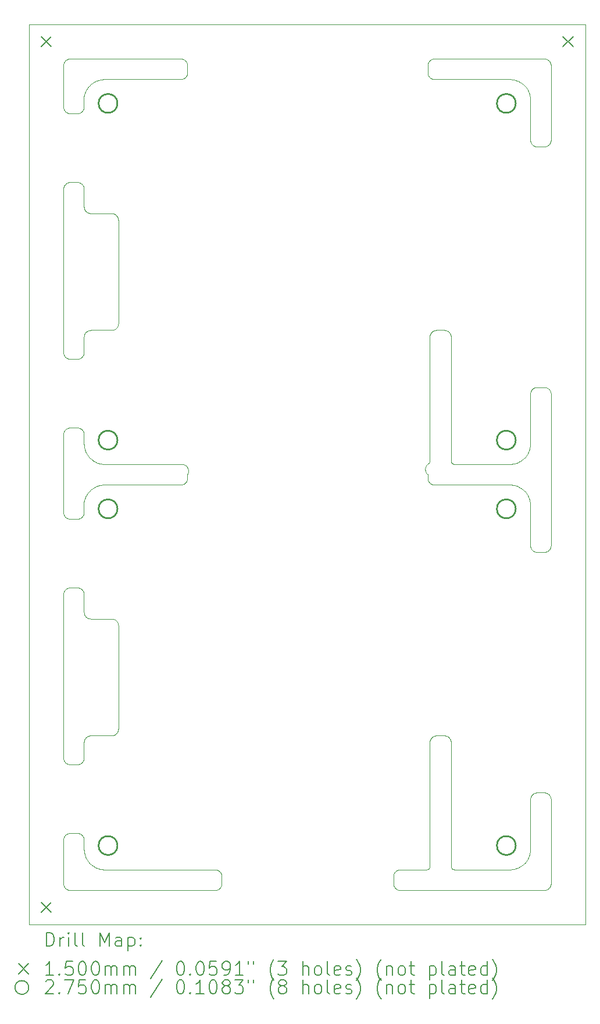
<source format=gbr>
%TF.GenerationSoftware,KiCad,Pcbnew,6.0.11+dfsg-1*%
%TF.CreationDate,2024-04-28T21:21:02+01:00*%
%TF.ProjectId,panel,70616e65-6c2e-46b6-9963-61645f706362,rev?*%
%TF.SameCoordinates,Original*%
%TF.FileFunction,Drillmap*%
%TF.FilePolarity,Positive*%
%FSLAX45Y45*%
G04 Gerber Fmt 4.5, Leading zero omitted, Abs format (unit mm)*
G04 Created by KiCad (PCBNEW 6.0.11+dfsg-1) date 2024-04-28 21:21:02*
%MOMM*%
%LPD*%
G01*
G04 APERTURE LIST*
%ADD10C,0.100000*%
%ADD11C,0.200000*%
%ADD12C,0.150000*%
%ADD13C,0.275000*%
G04 APERTURE END LIST*
D10*
X16969192Y-14292422D02*
X16969992Y-14292919D01*
X11836406Y-2806734D02*
X11823636Y-2809746D01*
X18383315Y-13223999D02*
X18385915Y-13228104D01*
X12041727Y-4759157D02*
X12041748Y-4759167D01*
X16944654Y-12448993D02*
X16944995Y-14248993D01*
X11600993Y-6536114D02*
X11600673Y-6538626D01*
X13582528Y-14336197D02*
X13585517Y-14340027D01*
X17933219Y-8731234D02*
X17930990Y-8730141D01*
X18099647Y-8113928D02*
X18099984Y-8100633D01*
X16968878Y-8392219D02*
X16968901Y-8392233D01*
X12007603Y-6449678D02*
X12007579Y-6449680D01*
X17944490Y-8362878D02*
X17946660Y-8361674D01*
X11647822Y-2933498D02*
X11647808Y-2933519D01*
X18080865Y-2994656D02*
X18080856Y-2994632D01*
X17873986Y-2809296D02*
X17873962Y-2809290D01*
X18143999Y-3763315D02*
X18140026Y-3760517D01*
X16946112Y-14260055D02*
X16946338Y-14260970D01*
X11304263Y-4367762D02*
X11305787Y-4363148D01*
X11630140Y-14130990D02*
X11631234Y-14133218D01*
X16958748Y-14284008D02*
X16958767Y-14284027D01*
X16666114Y-2507536D02*
X16670648Y-2505787D01*
X11374945Y-7872967D02*
X11379686Y-7871902D01*
X11998739Y-4750000D02*
X12001260Y-4750032D01*
X17982631Y-2862033D02*
X17982611Y-2862017D01*
X17888591Y-2813410D02*
X17876414Y-2809925D01*
X11809016Y-8385840D02*
X11811385Y-8386583D01*
X12067026Y-12324169D02*
X12067008Y-12324185D01*
X16962560Y-8387626D02*
X16962579Y-8387644D01*
X11661741Y-6457634D02*
X11661717Y-6457644D01*
X10800692Y-15099949D02*
X10800739Y-15099963D01*
X11671257Y-6454245D02*
X11668889Y-6454988D01*
X16988151Y-8399157D02*
X16988800Y-8399243D01*
X12046295Y-12338602D02*
X12046274Y-12338613D01*
X16996272Y-8399645D02*
X16996298Y-8399645D01*
X11314085Y-6821896D02*
X11311690Y-6817668D01*
X11356672Y-10207005D02*
X11361114Y-10205036D01*
X13056896Y-2785915D02*
X13052668Y-2788310D01*
X13556896Y-14585919D02*
X13552668Y-14588314D01*
X17813928Y-2800353D02*
X17800633Y-2800016D01*
X16689474Y-2798928D02*
X16684686Y-2798097D01*
X11592464Y-9136386D02*
X11590495Y-9140828D01*
X16127472Y-14563809D02*
X16124483Y-14559979D01*
X11567484Y-7895646D02*
X11571003Y-7898997D01*
X11883054Y-8700501D02*
X11883028Y-8700503D01*
X11305787Y-7935648D02*
X11307536Y-7931114D01*
X11635825Y-12373340D02*
X11633942Y-12374957D01*
X16987162Y-8399007D02*
X16987201Y-8399013D01*
X11600673Y-10561374D02*
X11600993Y-10563886D01*
X13118936Y-8492482D02*
X13119136Y-8497283D01*
X13048581Y-8404171D02*
X13053149Y-8405663D01*
X18899261Y-15099963D02*
X18899308Y-15099949D01*
X18061674Y-8246660D02*
X18062879Y-8244490D01*
X12092831Y-10712906D02*
X12092840Y-10712928D01*
X16941683Y-12424930D02*
X16942748Y-12429670D01*
X16947904Y-8366293D02*
X16947913Y-8366318D01*
X11677176Y-2896778D02*
X11675463Y-2898627D01*
X16634353Y-14255205D02*
X16634421Y-14254266D01*
X18329738Y-2504263D02*
X18334352Y-2505787D01*
X11791297Y-8720061D02*
X11779142Y-8725000D01*
X12098402Y-4832375D02*
X12099165Y-4837358D01*
X11643910Y-12367241D02*
X11641873Y-12368659D01*
X11336195Y-14577532D02*
X11332516Y-14574358D01*
X11836406Y-8706734D02*
X11823636Y-8709746D01*
X11307536Y-14538890D02*
X11305787Y-14534356D01*
X11605922Y-8159167D02*
X11606422Y-8161599D01*
X16587173Y-8416224D02*
X16590091Y-8412323D01*
X18094078Y-8940833D02*
X18093578Y-8938401D01*
X18184474Y-3778928D02*
X18179686Y-3778097D01*
X16632662Y-8363883D02*
X16632668Y-8363864D01*
X17876389Y-2809919D02*
X17873986Y-2809296D01*
X16579618Y-8428723D02*
X16581930Y-8424434D01*
X11673741Y-12353534D02*
X11673717Y-12353541D01*
X16954574Y-14279038D02*
X16955153Y-14279782D01*
X11688201Y-2885574D02*
X11688182Y-2885592D01*
X18069859Y-14130990D02*
X18069870Y-14130967D01*
X11666761Y-8808516D02*
X11665144Y-8810451D01*
X16569143Y-8480623D02*
X16568914Y-8475756D01*
X11599523Y-9108204D02*
X11598928Y-9113026D01*
X12086143Y-10699276D02*
X12086155Y-10699297D01*
X12077484Y-12313165D02*
X12077469Y-12313183D01*
X17905344Y-8719135D02*
X17903017Y-8718273D01*
X16634576Y-8351301D02*
X16634577Y-8351275D01*
X16719528Y-6451071D02*
X16724350Y-6450477D01*
X11600000Y-6550633D02*
X11600000Y-6770988D01*
X17902993Y-8381735D02*
X17903017Y-8381727D01*
X13079354Y-2532516D02*
X13082528Y-2536195D01*
X11655433Y-2922810D02*
X11647822Y-2933498D01*
X12059159Y-12330584D02*
X12055021Y-12333464D01*
X11619144Y-14105368D02*
X11623843Y-14117130D01*
X11700621Y-6450000D02*
X11699379Y-6450016D01*
X11618673Y-12391852D02*
X11618659Y-12391873D01*
X18356001Y-2516685D02*
X18359974Y-2519483D01*
X16145026Y-14580522D02*
X16141195Y-14577532D01*
X16684686Y-2501903D02*
X16689474Y-2501072D01*
X11361114Y-14592468D02*
X11356672Y-14590499D01*
X11505858Y-3297380D02*
X11500988Y-3297500D01*
X16883535Y-12357534D02*
X16887977Y-12359503D01*
X12099968Y-4848740D02*
X12100000Y-4851261D01*
X16630646Y-2767484D02*
X16627472Y-2763805D01*
X11678636Y-12352333D02*
X11676169Y-12352906D01*
X16619994Y-8385314D02*
X16620858Y-8384403D01*
X11520314Y-6868097D02*
X11515526Y-6868928D01*
X16616690Y-2747668D02*
X16614505Y-2743328D01*
X16624088Y-8380704D02*
X16624100Y-8380688D01*
X10800056Y-15099313D02*
X10800072Y-15099359D01*
X18090703Y-3026014D02*
X18090081Y-3023611D01*
X12083477Y-4794998D02*
X12086143Y-4799276D01*
X13048328Y-2509505D02*
X13052668Y-2511690D01*
X18899019Y-2000006D02*
X18898797Y-2000000D01*
X11602333Y-4671364D02*
X11602906Y-4673831D01*
X11574354Y-6837484D02*
X11571003Y-6841003D01*
X17972381Y-8754506D02*
X17970344Y-8753088D01*
X18107536Y-9618886D02*
X18105787Y-9614352D01*
X18096321Y-14046650D02*
X18096697Y-14044197D01*
X11688626Y-4749327D02*
X11688652Y-4749330D01*
X18300988Y-9680000D02*
X18199012Y-9680000D01*
X11600997Y-12436089D02*
X11600993Y-12436114D01*
X13579354Y-14332517D02*
X13582528Y-14336197D01*
X18093573Y-8161624D02*
X18093578Y-8161599D01*
X16950455Y-14272318D02*
X16950473Y-14272353D01*
X17859143Y-14294082D02*
X17859167Y-14294078D01*
X16606172Y-14295074D02*
X16607305Y-14294534D01*
X13576003Y-14328998D02*
X13579354Y-14332517D01*
X13600737Y-14529743D02*
X13599212Y-14534356D01*
X11361114Y-3289964D02*
X11356672Y-3287995D01*
X11300000Y-14500992D02*
X11300000Y-13869012D01*
X18325055Y-2502967D02*
X18329738Y-2504263D01*
X11606909Y-3020712D02*
X11603555Y-3033397D01*
X11352332Y-7881690D02*
X11356672Y-7879505D01*
X11614506Y-12398174D02*
X11614493Y-12398195D01*
X11610806Y-10595162D02*
X11611979Y-10597407D01*
X11365648Y-9191713D02*
X11361114Y-9189964D01*
X11779142Y-2825000D02*
X11779118Y-2825010D01*
X11618265Y-8202993D02*
X11618273Y-8203017D01*
X18161114Y-7287536D02*
X18165648Y-7285787D01*
X18400000Y-3680988D02*
X18399880Y-3685858D01*
X16607967Y-2574945D02*
X16609263Y-2570262D01*
X11574354Y-10230016D02*
X11577528Y-10233695D01*
X11379686Y-14598102D02*
X11374945Y-14597037D01*
X11389296Y-2500477D02*
X11394142Y-2500120D01*
X10800217Y-2000390D02*
X10800188Y-2000430D01*
X16649145Y-12398091D02*
X16651745Y-12393987D01*
X10800932Y-15099996D02*
X10800981Y-15099999D01*
X16107967Y-14525059D02*
X16106902Y-14520318D01*
X11617130Y-2991021D02*
X11617120Y-2991045D01*
X11663568Y-14184614D02*
X11671572Y-14194430D01*
X16648999Y-2516685D02*
X16653104Y-2514085D01*
X12059159Y-4769416D02*
X12059178Y-4769430D01*
X11776808Y-2826019D02*
X11776784Y-2826030D01*
X11659413Y-10641367D02*
X11659436Y-10641377D01*
X11729656Y-8346912D02*
X11729677Y-8346926D01*
X11742402Y-14255236D02*
X11753318Y-14261661D01*
X11605823Y-10583556D02*
X11606686Y-10585883D01*
X13070540Y-8413784D02*
X13074616Y-8416330D01*
X13078563Y-8419070D02*
X13082373Y-8421999D01*
X11624957Y-12383942D02*
X11623340Y-12385825D01*
X11699749Y-8774987D02*
X11697854Y-8776650D01*
X18320314Y-13181902D02*
X18325055Y-13182967D01*
X11637121Y-8244490D02*
X11638326Y-8246660D01*
X16605000Y-8600988D02*
X16605000Y-8551230D01*
X10800006Y-2000981D02*
X10800000Y-2001203D01*
X11717369Y-14237967D02*
X11717389Y-14237982D01*
X11601372Y-12433635D02*
X11600997Y-12436089D01*
X12037072Y-12342840D02*
X12032345Y-12344591D01*
X16619027Y-8386233D02*
X16619047Y-8386215D01*
X10800981Y-2000006D02*
X10800981Y-2000006D01*
X18400000Y-7379012D02*
X18400000Y-9580988D01*
X11735373Y-2848281D02*
X11735351Y-2848295D01*
X11663552Y-8284594D02*
X11663568Y-8284614D01*
X18114085Y-7328104D02*
X18116685Y-7323999D01*
X12077469Y-4786817D02*
X12077484Y-4786835D01*
X11595737Y-12699738D02*
X11594212Y-12704352D01*
X18899354Y-2000072D02*
X18899308Y-2000056D01*
X13603928Y-14515531D02*
X13603097Y-14520318D01*
X16953991Y-14278225D02*
X16954002Y-14278241D01*
X12098398Y-6367648D02*
X12097383Y-6372586D01*
X16679945Y-2797033D02*
X16675262Y-2795737D01*
X13095495Y-2743328D02*
X13093310Y-2747668D01*
X17890984Y-8714160D02*
X17888615Y-8713417D01*
X18028428Y-14194430D02*
X18036432Y-14184614D01*
X11301072Y-3213026D02*
X11300477Y-3208204D01*
X11617241Y-4706090D02*
X11618659Y-4708127D01*
X18093578Y-3038401D02*
X18093573Y-3038376D01*
X11604996Y-6518865D02*
X11604988Y-6518889D01*
X16950938Y-8373195D02*
X16952410Y-8375743D01*
X11688182Y-2885592D02*
X11686376Y-2887350D01*
X16568914Y-8475756D02*
X16568925Y-8470884D01*
X11626671Y-12382043D02*
X11624973Y-12383923D01*
X11600097Y-6546176D02*
X11600096Y-6546201D01*
X18398097Y-14520318D02*
X18397033Y-14525059D01*
X18111690Y-13232332D02*
X18114085Y-13228104D01*
X13043946Y-8402903D02*
X13048581Y-8404171D01*
X11600481Y-14016458D02*
X11601443Y-14029087D01*
X18900000Y-2001227D02*
X18900000Y-2001203D01*
X16615073Y-8389613D02*
X16616069Y-8388849D01*
X16625809Y-14278293D02*
X16627233Y-14276099D01*
X11322472Y-2536195D02*
X11325646Y-2532516D01*
X12067008Y-12324185D02*
X12063183Y-12327469D01*
X11671257Y-4745755D02*
X11671282Y-4745762D01*
X18100000Y-3100621D02*
X18099984Y-3099379D01*
X17829113Y-8398555D02*
X17831582Y-8398304D01*
X11657089Y-10640299D02*
X11657112Y-10640309D01*
X18099646Y-8986046D02*
X18099520Y-8983567D01*
X11604245Y-4678743D02*
X11604988Y-4681111D01*
X18094082Y-8940857D02*
X18094078Y-8940833D01*
X17799368Y-14300000D02*
X17800631Y-14299984D01*
X16949734Y-8370850D02*
X16949743Y-8370868D01*
X11666468Y-12355815D02*
X11666444Y-12355823D01*
X12022586Y-12347383D02*
X12017648Y-12348398D01*
X12050703Y-12336155D02*
X12046295Y-12338602D01*
X11356672Y-13779505D02*
X11361114Y-13777536D01*
X18090710Y-3026038D02*
X18090703Y-3026014D01*
X11600000Y-3198488D02*
X11599880Y-3203358D01*
X11600000Y-3051268D02*
X11600000Y-3051294D01*
X12090843Y-4808273D02*
X12092831Y-4812906D01*
X11697854Y-8776650D02*
X11697835Y-8776667D01*
X18390495Y-2556672D02*
X18392464Y-2561114D01*
X16671255Y-12372466D02*
X16675086Y-12369477D01*
X11900633Y-14300000D02*
X13505988Y-14300002D01*
X18100000Y-8099367D02*
X18100000Y-7379012D01*
X17982611Y-14237982D02*
X17982631Y-14237967D01*
X16996272Y-14299645D02*
X16996298Y-14299645D01*
X13515704Y-14599527D02*
X13510858Y-14599885D01*
X11683610Y-4748623D02*
X11683635Y-4748627D01*
X18165648Y-3774212D02*
X18161114Y-3772464D01*
X13105153Y-8549799D02*
X13105130Y-8549842D01*
X11314085Y-9149396D02*
X11311690Y-9145168D01*
X17861599Y-8393578D02*
X17861624Y-8393573D01*
X11646046Y-6465833D02*
X11643931Y-6467226D01*
X11580517Y-10237526D02*
X11583315Y-10241499D01*
X11598097Y-6790314D02*
X11597033Y-6795055D01*
X11617241Y-6493910D02*
X11617226Y-6493931D01*
X11505858Y-13770119D02*
X11510704Y-13770477D01*
X11646090Y-14159726D02*
X11646104Y-14159747D01*
X16622858Y-8382182D02*
X16623475Y-8381470D01*
X11644764Y-14157597D02*
X11644777Y-14157619D01*
X11301902Y-4377186D02*
X11302967Y-4372445D01*
X18385915Y-14551901D02*
X18383315Y-14556006D01*
X11755510Y-8362878D02*
X11755532Y-8362890D01*
X11600224Y-4656328D02*
X11600417Y-4658854D01*
X11605815Y-10583532D02*
X11605823Y-10583556D01*
X11676169Y-4747094D02*
X11678636Y-4747667D01*
X16633141Y-14262000D02*
X16633145Y-14261981D01*
X11600016Y-6549379D02*
X11600000Y-6550621D01*
X18090710Y-8173962D02*
X18093573Y-8161624D01*
X11681713Y-8305750D02*
X11681730Y-8305769D01*
X11604988Y-4681111D02*
X11604996Y-4681135D01*
X11700633Y-12350000D02*
X11700621Y-12350000D01*
X13064974Y-2519483D02*
X13068805Y-2522472D01*
X11709848Y-2866570D02*
X11699768Y-2874970D01*
X12050723Y-10663856D02*
X12055002Y-10666523D01*
X18096697Y-3055803D02*
X18096321Y-3053350D01*
X18085840Y-14090984D02*
X18086583Y-14088615D01*
X16990734Y-8399421D02*
X16990754Y-8399422D01*
X17816458Y-14299519D02*
X17829087Y-14298557D01*
X16634645Y-8348697D02*
X16635052Y-6548990D01*
X11633942Y-10625043D02*
X11635825Y-10626660D01*
X11600000Y-4396512D02*
X11600000Y-4649367D01*
X11604996Y-10581135D02*
X11605815Y-10583532D01*
X16996298Y-14299645D02*
X17799356Y-14300000D01*
X11356672Y-14590499D02*
X11352332Y-14588314D01*
X18383315Y-3736001D02*
X18380517Y-3739974D01*
X16661672Y-2509505D02*
X16666114Y-2507536D01*
X16627233Y-14276099D02*
X16627247Y-14276077D01*
X13530055Y-14302969D02*
X13534738Y-14304265D01*
X11534352Y-13775787D02*
X11538885Y-13777536D01*
X11678661Y-12352328D02*
X11678636Y-12352333D01*
X16653104Y-2514085D02*
X16657332Y-2511690D01*
X17970323Y-14246926D02*
X17970344Y-14246912D01*
X11838924Y-2806209D02*
X11838899Y-2806214D01*
X13005988Y-2500000D02*
X13010858Y-2500120D01*
X11600016Y-4650621D02*
X11600016Y-4650633D01*
X13061001Y-2516685D02*
X13064974Y-2519483D01*
X18099519Y-8983542D02*
X18098557Y-8970913D01*
X11624973Y-6483923D02*
X11624957Y-6483942D01*
X16638024Y-6524927D02*
X16639321Y-6520244D01*
X11620188Y-10610210D02*
X11621707Y-10612173D01*
X18388310Y-7332332D02*
X18390495Y-7336672D01*
X11673717Y-4746459D02*
X11673741Y-4746466D01*
X18100000Y-7379012D02*
X18100120Y-7374142D01*
X12080584Y-12309159D02*
X12080570Y-12309178D01*
X11998739Y-12350000D02*
X11700633Y-12350000D01*
X11709868Y-8766554D02*
X11709848Y-8766570D01*
X11688652Y-4749330D02*
X11691121Y-4749581D01*
X11356672Y-9187995D02*
X11352332Y-9185810D01*
X11525055Y-12767033D02*
X11520314Y-12768097D01*
X12077469Y-12313183D02*
X12074185Y-12317008D01*
X16121685Y-14556006D02*
X16119085Y-14551901D01*
X11826014Y-14290703D02*
X11826038Y-14290709D01*
X18096701Y-8144172D02*
X18098301Y-8131607D01*
X16945791Y-14258432D02*
X16945910Y-14259075D01*
X12098398Y-4832352D02*
X12098402Y-4832375D01*
X16696172Y-6457534D02*
X16700705Y-6455786D01*
X16946343Y-8360989D02*
X16947105Y-8363831D01*
X11595737Y-9127238D02*
X11594212Y-9131852D01*
X16630791Y-14269115D02*
X16631846Y-14266368D01*
X11348104Y-2514085D02*
X11352332Y-2511690D01*
X11305787Y-4363148D02*
X11307536Y-4358614D01*
X18093573Y-8938376D02*
X18090710Y-8926038D01*
X11676144Y-10647088D02*
X11676169Y-10647094D01*
X11604237Y-6521282D02*
X11603541Y-6523717D01*
X13105023Y-8550268D02*
X13105000Y-8551205D01*
X17876414Y-14290075D02*
X17888591Y-14286590D01*
X16184686Y-14301907D02*
X16189474Y-14301076D01*
X12096114Y-4822511D02*
X12097378Y-4827391D01*
X17902993Y-8718265D02*
X17891008Y-8714168D01*
X16624288Y-14280387D02*
X16625052Y-14279391D01*
X11681730Y-8305769D02*
X11683440Y-8307568D01*
X11699768Y-2874970D02*
X11699749Y-2874987D01*
X13534738Y-14595741D02*
X13530055Y-14597037D01*
X10800981Y-15099999D02*
X10801203Y-15100004D01*
X11643910Y-4732759D02*
X11643931Y-4732773D01*
X16962579Y-8387644D02*
X16963534Y-8388459D01*
X11340026Y-7889483D02*
X11343999Y-7886685D01*
X18305858Y-7280119D02*
X18310704Y-7280477D01*
X18394213Y-2565648D02*
X18395737Y-2570262D01*
X11309505Y-9140828D02*
X11307536Y-9136386D01*
X11606909Y-8920712D02*
X11603555Y-8933397D01*
X11300000Y-2599012D02*
X11300119Y-2594142D01*
X16614505Y-8643328D02*
X16612536Y-8638886D01*
X11793705Y-8719154D02*
X11793680Y-8719163D01*
X16595017Y-14298896D02*
X16595056Y-14298888D01*
X11600673Y-4661374D02*
X11600993Y-4663886D01*
X18096701Y-8955828D02*
X18096697Y-8955803D01*
X16604957Y-8550265D02*
X16604945Y-8550217D01*
X11356672Y-4307005D02*
X11361114Y-4305036D01*
X12086155Y-6400703D02*
X12086143Y-6400723D01*
X18076148Y-14117154D02*
X18076157Y-14117130D01*
X16634350Y-8355244D02*
X16634353Y-8355205D01*
X11574354Y-7902516D02*
X11577528Y-7906195D01*
X12097383Y-10727414D02*
X12098398Y-10732352D01*
X10800072Y-15099359D02*
X10800091Y-15099404D01*
X16617064Y-8388000D02*
X16617084Y-8387983D01*
X11510704Y-10197977D02*
X11515526Y-10198572D01*
X11681117Y-4748176D02*
X11683610Y-4748623D01*
X18359974Y-14580522D02*
X18356001Y-14583320D01*
X18036448Y-8815406D02*
X18036432Y-8815386D01*
X13072484Y-2774354D02*
X13068805Y-2777528D01*
X16980478Y-14297446D02*
X16980497Y-14297452D01*
X16977118Y-8396301D02*
X16978301Y-8396720D01*
X16636127Y-12434454D02*
X16636959Y-12429667D01*
X11365648Y-3291712D02*
X11361114Y-3289964D01*
X18099646Y-14013954D02*
X18099647Y-14013928D01*
X16619085Y-2751896D02*
X16616690Y-2747668D01*
X18356001Y-3763315D02*
X18351896Y-3765915D01*
X11394142Y-7870119D02*
X11399012Y-7870000D01*
X11365648Y-7875787D02*
X11370262Y-7874263D01*
X18143999Y-9663315D02*
X18140026Y-9660517D01*
X11657089Y-12359701D02*
X11654860Y-12360795D01*
X11594212Y-12704352D02*
X11592464Y-12708885D01*
X11316685Y-14556006D02*
X11314085Y-14551901D01*
X11301072Y-6785526D02*
X11300477Y-6780704D01*
X11595737Y-13840262D02*
X11597033Y-13844945D01*
X11601372Y-10566365D02*
X11601377Y-10566390D01*
X11715406Y-8336448D02*
X11717369Y-8337967D01*
X11600096Y-10553798D02*
X11600097Y-10553824D01*
X12099168Y-12262618D02*
X12099165Y-12262641D01*
X16978642Y-14296876D02*
X16979536Y-14297173D01*
X11332516Y-10223146D02*
X11336195Y-10219972D01*
X11348104Y-12755915D02*
X11343999Y-12753315D01*
X11870913Y-8398557D02*
X11883542Y-8399519D01*
X17844172Y-2803299D02*
X17831607Y-2801699D01*
X11563805Y-7892472D02*
X11567484Y-7895646D01*
X12032345Y-12344591D02*
X12032322Y-12344598D01*
X11600096Y-12446201D02*
X11600016Y-12449367D01*
X11838401Y-8393578D02*
X11840832Y-8394078D01*
X11609691Y-10592888D02*
X11609701Y-10592911D01*
X11755510Y-14262878D02*
X11755532Y-14262890D01*
X11606686Y-10585883D02*
X11606695Y-10585907D01*
X13089545Y-8428393D02*
X13092889Y-8431844D01*
X11389296Y-3297023D02*
X11384474Y-3296428D01*
X16604931Y-8550170D02*
X16604915Y-8550124D01*
X18099984Y-8999367D02*
X18099647Y-8986072D01*
X11332516Y-6844354D02*
X11328997Y-6841003D01*
X11600673Y-6538626D02*
X11600670Y-6538652D01*
X11309505Y-4354172D02*
X11311690Y-4349832D01*
X11399012Y-10197500D02*
X11500988Y-10197500D01*
X12083464Y-6405021D02*
X12080584Y-6409159D01*
X18081727Y-14103017D02*
X18081735Y-14102993D01*
X11598928Y-12685526D02*
X11598097Y-12690314D01*
X18080856Y-8894632D02*
X18076157Y-8882870D01*
X16630301Y-14270300D02*
X16630781Y-14269140D01*
X16705318Y-6454262D02*
X16710001Y-6452966D01*
X16952583Y-14276044D02*
X16953070Y-14276850D01*
X12063165Y-6427484D02*
X12059178Y-6430570D01*
X18099647Y-14013928D02*
X18099984Y-14000633D01*
X16175262Y-14595741D02*
X16170648Y-14594217D01*
X11325646Y-14567489D02*
X11322472Y-14563809D01*
X11617120Y-2991045D02*
X11612481Y-3003318D01*
X18081727Y-8896983D02*
X18080865Y-8894656D01*
X17996333Y-14226795D02*
X17996352Y-14226778D01*
X16641195Y-8677528D02*
X16637516Y-8674354D01*
X16908452Y-12372467D02*
X16912132Y-12375640D01*
X18090710Y-8926038D02*
X18090703Y-8926014D01*
X11851858Y-8703854D02*
X11851833Y-8703858D01*
X16161672Y-14309510D02*
X16166114Y-14307540D01*
X11693697Y-6450223D02*
X11693672Y-6450224D01*
X11525055Y-6867033D02*
X11520314Y-6868097D01*
X17816433Y-8700480D02*
X17813954Y-8700354D01*
X11602333Y-12428636D02*
X11602328Y-12428661D01*
X11301072Y-10281974D02*
X11301902Y-10277186D01*
X11307536Y-12708885D02*
X11305787Y-12704352D01*
X11615819Y-6496067D02*
X11614506Y-6498174D01*
X18104263Y-3709738D02*
X18102967Y-3705055D01*
X11618659Y-4708127D02*
X11618673Y-4708148D01*
X18007568Y-14216560D02*
X18007586Y-14216542D01*
X18085832Y-3008992D02*
X18081735Y-2997007D01*
X12083477Y-10694998D02*
X12086143Y-10699276D01*
X11644777Y-8257619D02*
X11646090Y-8259726D01*
X11840857Y-8394082D02*
X11853325Y-8396317D01*
X16106072Y-14515531D02*
X16105477Y-14510708D01*
X11626689Y-6482025D02*
X11626671Y-6482043D01*
X11609925Y-8176414D02*
X11613410Y-8188591D01*
X13103097Y-8620314D02*
X13102033Y-8625055D01*
X16948968Y-14269065D02*
X16948975Y-14269084D01*
X11599880Y-6775858D02*
X11599523Y-6780704D01*
X11717389Y-14237982D02*
X11727598Y-14245479D01*
X11697854Y-2876650D02*
X11697835Y-2876667D01*
X16945509Y-14256490D02*
X16945511Y-14256510D01*
X16947105Y-8363831D02*
X16947112Y-8363857D01*
X17831607Y-8398301D02*
X17844172Y-8396701D01*
X16938862Y-6515634D02*
X16940386Y-6520247D01*
X17919435Y-14275169D02*
X17919458Y-14275158D01*
X16611850Y-14291930D02*
X16611883Y-14291909D01*
X11691121Y-10649581D02*
X11691146Y-10649583D01*
X12099935Y-6352544D02*
X12099680Y-6357579D01*
X11374945Y-13772967D02*
X11379686Y-13771902D01*
X11686114Y-4749007D02*
X11688626Y-4749327D01*
X11699367Y-6450016D02*
X11696201Y-6450096D01*
X11304263Y-12699738D02*
X11302967Y-12695055D01*
X17946660Y-2838326D02*
X17944490Y-2837121D01*
X17844197Y-8703303D02*
X17844172Y-8703299D01*
X16950473Y-8372353D02*
X16950928Y-8373178D01*
X11374945Y-3294533D02*
X11370262Y-3293237D01*
X11603541Y-12423717D02*
X11603534Y-12423741D01*
X11648195Y-12364493D02*
X11648174Y-12364506D01*
X11678636Y-6452333D02*
X11676169Y-6452906D01*
X16106902Y-14520318D02*
X16106072Y-14515531D01*
X13605000Y-14399014D02*
X13605000Y-14500992D01*
X11348104Y-6855915D02*
X11343999Y-6853315D01*
X13029748Y-8400468D02*
X13034518Y-8401049D01*
X18351896Y-14585919D02*
X18347668Y-14588314D01*
X16604915Y-8550124D02*
X16604896Y-8550079D01*
X16940386Y-6520247D02*
X16941683Y-6524930D01*
X16620895Y-14284365D02*
X16621759Y-14283454D01*
X18099646Y-3086046D02*
X18099520Y-3083567D01*
X13015704Y-2500477D02*
X13020526Y-2501072D01*
X11868393Y-14298301D02*
X11868418Y-14298304D01*
X11529738Y-12765737D02*
X11525055Y-12767033D01*
X11853325Y-8396317D02*
X11853350Y-8396321D01*
X11305787Y-9131852D02*
X11304263Y-9127238D01*
X10800020Y-15099170D02*
X10800030Y-15099218D01*
X18363805Y-14577532D02*
X18359974Y-14580522D01*
X11624831Y-14119435D02*
X11624841Y-14119458D01*
X18018287Y-2894250D02*
X18018270Y-2894231D01*
X11630226Y-4721601D02*
X11632025Y-4723311D01*
X16628540Y-8373835D02*
X16629728Y-8371504D01*
X11307536Y-6808885D02*
X11305787Y-6804352D01*
X13061001Y-8683315D02*
X13056896Y-8685915D01*
X11705570Y-14228428D02*
X11715386Y-14236432D01*
X18093578Y-8938401D02*
X18093573Y-8938376D01*
X11840832Y-14294078D02*
X11840857Y-14294082D01*
X13103928Y-8615526D02*
X13103097Y-8620314D01*
X13039352Y-2505787D02*
X13043885Y-2507536D01*
X11633923Y-6474973D02*
X11632043Y-6476671D01*
X16945012Y-14250296D02*
X16945038Y-14251280D01*
X18085832Y-8908992D02*
X18081735Y-8897007D01*
X11654860Y-10639205D02*
X11657089Y-10640299D01*
X11693672Y-6450224D02*
X11691146Y-6450417D01*
X17930967Y-8369870D02*
X17930990Y-8369859D01*
X18086590Y-3011409D02*
X18086583Y-3011385D01*
X11613208Y-6500378D02*
X11613195Y-6500400D01*
X11603555Y-8933397D02*
X11603549Y-8933422D01*
X13072484Y-8674354D02*
X13068805Y-8677528D01*
X16949743Y-8370868D02*
X16950024Y-8371458D01*
X13543886Y-14307538D02*
X13548328Y-14309507D01*
X11319483Y-10237526D02*
X11322472Y-10233695D01*
X16619085Y-8651896D02*
X16616690Y-8647668D01*
X11715386Y-8336432D02*
X11715406Y-8336448D01*
X11675463Y-8798627D02*
X11675446Y-8798646D01*
X11300477Y-4386796D02*
X11301072Y-4381974D01*
X18338886Y-13187536D02*
X18343328Y-13189505D01*
X10800188Y-15099575D02*
X10800217Y-15099614D01*
X11652570Y-4738009D02*
X11652593Y-4738021D01*
X11604988Y-6518889D02*
X11604245Y-6521257D01*
X11806098Y-2814847D02*
X11793705Y-2819154D01*
X13088315Y-2543999D02*
X13090915Y-2548104D01*
X16983339Y-8398213D02*
X16986218Y-8398825D01*
X10800000Y-15098802D02*
X10800006Y-15099024D01*
X11319483Y-3257474D02*
X11316685Y-3253501D01*
X12088602Y-4803705D02*
X12088613Y-4803726D01*
X18367484Y-3754354D02*
X18363805Y-3757528D01*
X13109111Y-8455560D02*
X13111114Y-8459928D01*
X16634157Y-14256849D02*
X16634243Y-14256200D01*
X16699142Y-8699880D02*
X16694296Y-8699523D01*
X17813954Y-2800354D02*
X17813928Y-2800353D01*
X18400000Y-2599012D02*
X18400000Y-3680988D01*
X11737501Y-8746929D02*
X11735373Y-8748281D01*
X11322472Y-14563809D02*
X11319483Y-14559979D01*
X18194142Y-3779880D02*
X18189296Y-3779523D01*
X13052668Y-8688310D02*
X13048328Y-8690495D01*
X17831607Y-2801699D02*
X17831582Y-2801696D01*
X11370262Y-12765737D02*
X11365648Y-12764212D01*
X18899530Y-2000160D02*
X18899487Y-2000135D01*
X16979536Y-14297173D02*
X16979573Y-14297185D01*
X11543328Y-12760495D02*
X11538885Y-12762464D01*
X16646750Y-12402318D02*
X16649145Y-12398091D01*
X16696172Y-12357534D02*
X16700705Y-12355786D01*
X17933241Y-8731245D02*
X17933219Y-8731234D01*
X11343999Y-3280815D02*
X11340026Y-3278017D01*
X11580517Y-12729974D02*
X11577528Y-12733805D01*
X12012618Y-10650832D02*
X12012641Y-10650835D01*
X12090833Y-4808252D02*
X12090843Y-4808273D01*
X18179686Y-3778097D02*
X18174945Y-3777033D01*
X18053896Y-8259747D02*
X18053910Y-8259726D01*
X11588310Y-13822332D02*
X11590495Y-13826672D01*
X16110787Y-14365652D02*
X16112536Y-14361119D01*
X11601443Y-14029087D02*
X11601445Y-14029112D01*
X11597033Y-7944945D02*
X11598097Y-7949686D01*
X18094082Y-8159142D02*
X18096317Y-8146675D01*
X13082528Y-2763805D02*
X13079354Y-2767484D01*
X18055223Y-2942381D02*
X18053910Y-2940274D01*
X17888591Y-8713410D02*
X17876414Y-8709925D01*
X11394142Y-3297380D02*
X11389296Y-3297023D01*
X12022586Y-10652617D02*
X12022609Y-10652622D01*
X18338886Y-14592468D02*
X18334352Y-14594217D01*
X11314085Y-10245604D02*
X11316685Y-10241499D01*
X16105119Y-14394147D02*
X16105477Y-14389301D01*
X11600670Y-6538652D02*
X11600419Y-6541121D01*
X18061674Y-2953340D02*
X18061661Y-2953318D01*
X11361114Y-6862464D02*
X11356672Y-6860495D01*
X13099057Y-8439211D02*
X13101865Y-8443110D01*
X11314085Y-14551901D02*
X11311690Y-14547673D01*
X11365648Y-4303287D02*
X11370262Y-4301763D01*
X18194142Y-13180119D02*
X18199012Y-13180000D01*
X18380517Y-13220026D02*
X18383315Y-13223999D01*
X11612481Y-8903319D02*
X11612472Y-8903343D01*
X16945791Y-8358432D02*
X16945910Y-8359075D01*
X16575476Y-8509055D02*
X16573841Y-8504466D01*
X11638339Y-14146682D02*
X11644764Y-14157597D01*
X16949330Y-14269956D02*
X16949345Y-14269992D01*
X18899444Y-15099892D02*
X18899487Y-15099869D01*
X13603097Y-14520318D02*
X13602033Y-14525059D01*
X11510704Y-4297977D02*
X11515526Y-4298572D01*
X11600670Y-12438652D02*
X11600419Y-12441121D01*
X18363805Y-9657528D02*
X18359974Y-9660517D01*
X12022586Y-6447383D02*
X12017648Y-6448398D01*
X11628399Y-6480226D02*
X11626689Y-6482025D01*
X18080865Y-8205344D02*
X18081727Y-8203017D01*
X11609691Y-12407112D02*
X11608633Y-12409413D01*
X18081735Y-8897007D02*
X18081727Y-8896983D01*
X11588310Y-9145168D02*
X11585915Y-9149396D01*
X11617241Y-12393910D02*
X11617226Y-12393931D01*
X18199012Y-13180000D02*
X18300988Y-13180000D01*
X11696201Y-12350096D02*
X11696176Y-12350097D01*
X16942748Y-6529670D02*
X16943580Y-6534457D01*
X18899928Y-15099359D02*
X18899944Y-15099313D01*
X18398097Y-13259686D02*
X18398928Y-13264474D01*
X13118503Y-8487696D02*
X13118936Y-8492482D01*
X16945910Y-8359075D02*
X16945914Y-8359094D01*
X16734065Y-6450000D02*
X16845642Y-6450000D01*
X16654543Y-12390015D02*
X16657533Y-12386185D01*
X18098555Y-14029112D02*
X18098557Y-14029087D01*
X18036432Y-8815386D02*
X18028428Y-8805570D01*
X12027489Y-12346114D02*
X12022609Y-12347378D01*
X17861599Y-14293578D02*
X17861624Y-14293573D01*
X11563805Y-4319972D02*
X11567484Y-4323146D01*
X11780542Y-14275158D02*
X11780565Y-14275169D01*
X18395737Y-13250262D02*
X18397033Y-13254945D01*
X16619085Y-2548104D02*
X16621685Y-2543999D01*
X11826014Y-8390703D02*
X11826038Y-8390710D01*
X11567484Y-4323146D02*
X11571003Y-4326497D01*
X10800013Y-15099121D02*
X10800020Y-15099170D01*
X11529738Y-9193237D02*
X11525055Y-9194533D01*
X11766759Y-8368755D02*
X11766781Y-8368766D01*
X17933219Y-8368766D02*
X17933241Y-8368755D01*
X16608478Y-14293898D02*
X16611027Y-14292427D01*
X11594212Y-4363148D02*
X11595737Y-4367762D01*
X12077469Y-10686817D02*
X12077484Y-10686835D01*
X11618273Y-14103017D02*
X11619135Y-14105344D01*
X12046295Y-10661398D02*
X12050703Y-10663844D01*
X17873962Y-2809290D02*
X17861624Y-2806427D01*
X11563805Y-9175028D02*
X11559974Y-9178017D01*
X16632927Y-14262917D02*
X16633141Y-14262000D01*
X11603534Y-10576259D02*
X11603541Y-10576283D01*
X11603534Y-12423741D02*
X11602912Y-12426144D01*
X18026795Y-2903667D02*
X18026778Y-2903648D01*
X11659436Y-6458623D02*
X11659413Y-6458633D01*
X11753340Y-14261674D02*
X11755510Y-14262878D01*
X11646385Y-2935631D02*
X11639334Y-2946697D01*
X11590495Y-4354172D02*
X11592464Y-4358614D01*
X11633923Y-4725027D02*
X11633942Y-4725043D01*
X11611641Y-3005723D02*
X11611633Y-3005747D01*
X18096701Y-14044172D02*
X18098301Y-14031607D01*
X11551896Y-13784085D02*
X11556001Y-13786685D01*
X11399012Y-9197500D02*
X11394142Y-9197380D01*
X11608623Y-4690564D02*
X11608633Y-4690587D01*
X16967808Y-8391564D02*
X16968878Y-8392219D01*
X16986237Y-8398829D02*
X16987162Y-8399007D01*
X11699379Y-4749984D02*
X11700621Y-4750000D01*
X16609263Y-2729738D02*
X16607967Y-2725055D01*
X11600000Y-8099367D02*
X11600000Y-8099379D01*
X18086583Y-14088615D02*
X18086590Y-14088591D01*
X11379686Y-7871902D02*
X11384474Y-7871072D01*
X16596631Y-14298529D02*
X16596650Y-14298524D01*
X11717369Y-8337967D02*
X11717389Y-8337982D01*
X11899367Y-8399984D02*
X11899379Y-8399984D01*
X11379686Y-9195597D02*
X11374945Y-9194533D01*
X12092831Y-6387094D02*
X12090843Y-6391727D01*
X10800556Y-15099892D02*
X10800600Y-15099913D01*
X11599523Y-3208204D02*
X11598928Y-3213026D01*
X13561001Y-14316686D02*
X13564974Y-14319484D01*
X11838899Y-2806214D02*
X11836431Y-2806729D01*
X11384474Y-9196428D02*
X11379686Y-9195597D01*
X11613208Y-4699622D02*
X11614493Y-4701805D01*
X17972402Y-8345479D02*
X17982611Y-8337982D01*
X16189474Y-14301076D02*
X16194296Y-14300481D01*
X18398097Y-2579686D02*
X18398928Y-2584474D01*
X11780542Y-8375158D02*
X11780565Y-8375169D01*
X12083464Y-10694978D02*
X12083477Y-10694998D01*
X11659436Y-4741377D02*
X11661717Y-4742356D01*
X11617130Y-8891021D02*
X11617120Y-8891045D01*
X12041727Y-10659157D02*
X12041748Y-10659167D01*
X17930990Y-2830140D02*
X17930967Y-2830130D01*
X11340026Y-13789483D02*
X11343999Y-13786685D01*
X16943580Y-12434457D02*
X16944175Y-12439279D01*
X16978326Y-8396728D02*
X16980814Y-8397537D01*
X11316685Y-9153501D02*
X11314085Y-9149396D01*
X16106902Y-14379690D02*
X16107967Y-14374949D01*
X18102967Y-9605055D02*
X18101903Y-9600314D01*
X11633942Y-6474957D02*
X11633923Y-6474973D01*
X12099678Y-12257603D02*
X12099168Y-12262618D01*
X11751013Y-8738900D02*
X11750991Y-8738912D01*
X13564974Y-14319484D02*
X13568805Y-14322474D01*
X16944175Y-6539279D02*
X16944534Y-6544124D01*
X17799367Y-2800000D02*
X16704012Y-2800000D01*
X12017625Y-12348402D02*
X12012641Y-12349165D01*
X16619957Y-8385351D02*
X16619994Y-8385314D01*
X11699367Y-12350016D02*
X11696201Y-12350096D01*
X11806123Y-2814838D02*
X11806098Y-2814847D01*
X11621723Y-12387807D02*
X11621707Y-12387827D01*
X11597033Y-3222555D02*
X11595737Y-3227238D01*
X16946338Y-14260970D02*
X16946343Y-14260989D01*
X16105119Y-14505862D02*
X16105000Y-14500992D01*
X11641873Y-10631341D02*
X11643910Y-10632759D01*
X11305787Y-6804352D02*
X11304263Y-6799738D01*
X18128997Y-13208997D02*
X18132516Y-13205646D01*
X11826038Y-8390710D02*
X11838376Y-8393573D01*
X11610806Y-6504838D02*
X11610795Y-6504860D01*
X11336195Y-10219972D02*
X11340026Y-10216983D01*
X11571003Y-12741003D02*
X11567484Y-12744354D01*
X17844197Y-2803303D02*
X17844172Y-2803299D01*
X17902993Y-2818265D02*
X17891008Y-2814168D01*
X16612536Y-8638886D02*
X16610787Y-8634352D01*
X16571358Y-8451577D02*
X16572556Y-8446855D01*
X12077484Y-6413165D02*
X12077469Y-6413183D01*
X11309505Y-3240828D02*
X11307536Y-3236385D01*
X11598097Y-10277186D02*
X11598928Y-10281974D01*
X16170648Y-14305792D02*
X16175262Y-14304267D01*
X16612686Y-14291380D02*
X16613225Y-14291009D01*
X11668889Y-6454988D02*
X11668865Y-6454996D01*
X11654838Y-10639194D02*
X11654860Y-10639205D01*
X13597464Y-14361116D02*
X13599212Y-14365650D01*
X18899308Y-15099949D02*
X18899354Y-15099932D01*
X18394213Y-13245648D02*
X18395737Y-13250262D01*
X18398097Y-7359686D02*
X18398928Y-7364474D01*
X11328997Y-3268503D02*
X11325646Y-3264984D01*
X11577528Y-12733805D02*
X11574354Y-12737484D01*
X16948968Y-8369065D02*
X16948975Y-8369084D01*
X12099165Y-12262641D02*
X12098402Y-12267625D01*
X11598928Y-6785526D02*
X11598097Y-6790314D01*
X11607634Y-4688259D02*
X11607644Y-4688283D01*
X11638339Y-8246682D02*
X11644764Y-8257597D01*
X13119103Y-8502089D02*
X13118836Y-8506887D01*
X12096107Y-4822488D02*
X12096114Y-4822511D01*
X11500988Y-3297500D02*
X11399012Y-3297500D01*
X18045494Y-8272381D02*
X18046912Y-8270344D01*
X12088602Y-12296295D02*
X12086155Y-12300703D01*
X16945039Y-14251300D02*
X16945082Y-14252241D01*
X11600261Y-8948759D02*
X11600047Y-8949927D01*
X11631234Y-14133218D02*
X11631245Y-14133241D01*
X11600016Y-6549367D02*
X11600016Y-6549379D01*
X18007568Y-2883440D02*
X18005769Y-2881730D01*
X16896544Y-6464082D02*
X16900649Y-6466681D01*
X18119483Y-13220026D02*
X18122472Y-13216195D01*
X11614493Y-10601805D02*
X11614506Y-10601826D01*
X16930563Y-6498093D02*
X16932958Y-6502320D01*
X11705570Y-8328428D02*
X11715386Y-8336432D01*
X18374354Y-7312516D02*
X18377528Y-7316195D01*
X18005750Y-14218287D02*
X18005769Y-14218270D01*
X18094078Y-3040832D02*
X18093578Y-3038401D01*
X10800646Y-2000072D02*
X10800600Y-2000091D01*
X18096317Y-8953325D02*
X18094082Y-8940857D01*
X11599880Y-12675858D02*
X11599523Y-12680704D01*
X18899354Y-15099932D02*
X18899400Y-15099913D01*
X16604671Y-8549760D02*
X16604635Y-8549727D01*
X11696176Y-10649903D02*
X11696201Y-10649904D01*
X18098304Y-8131582D02*
X18098555Y-8129112D01*
X17876389Y-8709919D02*
X17873986Y-8709297D01*
X11650400Y-6463195D02*
X11650378Y-6463208D01*
X11515526Y-4298572D02*
X11520314Y-4299403D01*
X18399880Y-2594142D02*
X18400000Y-2599012D01*
X12046274Y-12338613D02*
X12041748Y-12340833D01*
X16975885Y-8395791D02*
X16975909Y-8395802D01*
X16946112Y-8360055D02*
X16946338Y-8360970D01*
X16938862Y-12415634D02*
X16940386Y-12420247D01*
X18068755Y-14133241D02*
X18068766Y-14133218D01*
X12099168Y-6362618D02*
X12099165Y-6362641D01*
X13052668Y-2788310D02*
X13048328Y-2790495D01*
X13505988Y-14300002D02*
X13510858Y-14300121D01*
X11505858Y-12769880D02*
X11500988Y-12770000D01*
X18338886Y-2507536D02*
X18343328Y-2509505D01*
X18390495Y-9623328D02*
X18388310Y-9627668D01*
X10800883Y-2000013D02*
X10800834Y-2000020D01*
X13005988Y-2800000D02*
X11900643Y-2800000D01*
X11854349Y-2803466D02*
X11851858Y-2803854D01*
X18899812Y-2000430D02*
X18899783Y-2000390D01*
X13604523Y-14510708D02*
X13603928Y-14515531D01*
X13103928Y-2584474D02*
X13104523Y-2589296D01*
X11322472Y-4333695D02*
X11325646Y-4330016D01*
X13068805Y-2522472D02*
X13072484Y-2525646D01*
X17994449Y-8328412D02*
X17996333Y-8326795D01*
X16634007Y-14257838D02*
X16634013Y-14257799D01*
X16957017Y-8382084D02*
X16958767Y-8384027D01*
X18098555Y-8970887D02*
X18098304Y-8968418D01*
X11567484Y-10223146D02*
X11571003Y-10226497D01*
X17946682Y-2838339D02*
X17946660Y-2838326D01*
X18899648Y-15099756D02*
X18899684Y-15099723D01*
X11624957Y-6483942D02*
X11623340Y-6485825D01*
X16594090Y-14299061D02*
X16595017Y-14298896D01*
X17905344Y-14280865D02*
X17905368Y-14280856D01*
X11588310Y-10249832D02*
X11590495Y-10254172D01*
X17903017Y-14281727D02*
X17905344Y-14280865D01*
X16581706Y-8522265D02*
X16579413Y-8517966D01*
X18101072Y-9595526D02*
X18100477Y-9590704D01*
X11883567Y-14299520D02*
X11886046Y-14299646D01*
X11305787Y-12704352D02*
X11304263Y-12699738D01*
X11659413Y-6458633D02*
X11657112Y-6459691D01*
X17994449Y-14228412D02*
X17996333Y-14226795D01*
X11567484Y-6844354D02*
X11563805Y-6847528D01*
X16605119Y-8605858D02*
X16605000Y-8600988D01*
X16941683Y-6524930D02*
X16942748Y-6529670D01*
X17930967Y-8730130D02*
X17919458Y-8724842D01*
X18068755Y-8866759D02*
X18062891Y-8855532D01*
X11300000Y-10296512D02*
X11300119Y-10291642D01*
X12055021Y-12333464D02*
X12055002Y-12333477D01*
X16611883Y-14291909D02*
X16612670Y-14291391D01*
X18085840Y-3009016D02*
X18085832Y-3008992D01*
X12080584Y-4790841D02*
X12083464Y-4794978D01*
X16604739Y-8549831D02*
X16604706Y-8549794D01*
X16630781Y-14269140D02*
X16630791Y-14269115D01*
X11998739Y-10650000D02*
X12001260Y-10650032D01*
X18329738Y-14595741D02*
X18325055Y-14597037D01*
X16571258Y-8495073D02*
X16570316Y-8490293D01*
X11543328Y-6860495D02*
X11538885Y-6862464D01*
X11322472Y-7906195D02*
X11325646Y-7902516D01*
X11567484Y-9171854D02*
X11563805Y-9175028D01*
X11600034Y-3050029D02*
X11600031Y-3050081D01*
X11652570Y-6461991D02*
X11650400Y-6463195D01*
X16719528Y-12351071D02*
X16724350Y-12350477D01*
X18390495Y-3723328D02*
X18388310Y-3727668D01*
X12070679Y-12320696D02*
X12067026Y-12324169D01*
X11595737Y-10267762D02*
X11597033Y-10272445D01*
X11700621Y-4750000D02*
X11700633Y-4750000D01*
X18899684Y-15099723D02*
X18899719Y-15099689D01*
X18098301Y-14031607D02*
X18098304Y-14031582D01*
X11601377Y-4666390D02*
X11601823Y-4668883D01*
X18099519Y-8116458D02*
X18099520Y-8116433D01*
X11600096Y-6546201D02*
X11600016Y-6549367D01*
X11668865Y-6454996D02*
X11666468Y-6455815D01*
X12099968Y-6351260D02*
X12099935Y-6352544D01*
X16634577Y-14251275D02*
X16634645Y-14248723D01*
X17944468Y-14262890D02*
X17944490Y-14262878D01*
X18399880Y-9585858D02*
X18399523Y-9590704D01*
X11505858Y-10197620D02*
X11510704Y-10197977D01*
X18334352Y-9674213D02*
X18329738Y-9675737D01*
X11727619Y-14245494D02*
X11729656Y-14246912D01*
X17861624Y-2806427D02*
X17861599Y-2806422D01*
X11602906Y-12426169D02*
X11602333Y-12428636D01*
X13093310Y-2747668D02*
X13090915Y-2751896D01*
X16602527Y-14296659D02*
X16602575Y-14296640D01*
X11340026Y-3278017D02*
X11336195Y-3275028D01*
X18096321Y-3053350D02*
X18096317Y-3053325D01*
X16991054Y-14299437D02*
X16991081Y-14299439D01*
X11769033Y-14269870D02*
X11780542Y-14275158D01*
X12099678Y-10742397D02*
X12099680Y-10742421D01*
X17799379Y-2800000D02*
X17799367Y-2800000D01*
X18899980Y-2000834D02*
X18899970Y-2000786D01*
X18018287Y-8794250D02*
X18018270Y-8794231D01*
X18320314Y-14598102D02*
X18315526Y-14598933D01*
X16622845Y-8382197D02*
X16622858Y-8382182D01*
X11389296Y-12769523D02*
X11384474Y-12768928D01*
X11399012Y-14600005D02*
X11399012Y-14600005D01*
X16968901Y-8392233D02*
X16971166Y-8393541D01*
X11653088Y-8270344D02*
X11654506Y-8272381D01*
X11600000Y-10296512D02*
X11600000Y-10549367D01*
X18140026Y-7299483D02*
X18143999Y-7296685D01*
X17831607Y-8701699D02*
X17831582Y-8701696D01*
X18090075Y-14076414D02*
X18090081Y-14076389D01*
X11300000Y-12670988D02*
X11300000Y-10296512D01*
X11683440Y-14207568D02*
X11683458Y-14207586D01*
X18098304Y-8968418D02*
X18098301Y-8968393D01*
X17846650Y-8703679D02*
X17844197Y-8703303D01*
X11615833Y-4703954D02*
X11617226Y-4706069D01*
X11525055Y-13772967D02*
X11529738Y-13774263D01*
X18356001Y-13196685D02*
X18359974Y-13199483D01*
X12007603Y-4750322D02*
X12012618Y-4750832D01*
X11607634Y-10588259D02*
X11607644Y-10588283D01*
X16112536Y-14538890D02*
X16110787Y-14534356D01*
X10800352Y-2000248D02*
X10800316Y-2000281D01*
X11628416Y-10619792D02*
X11630207Y-10621583D01*
X18062879Y-8244490D02*
X18062891Y-8244468D01*
X17984594Y-8336448D02*
X17984614Y-8336432D01*
X11525055Y-4300467D02*
X11529738Y-4301763D01*
X11727619Y-8345494D02*
X11729656Y-8346912D01*
X11600034Y-8950030D02*
X11600031Y-8950081D01*
X11630207Y-4721583D02*
X11630226Y-4721601D01*
X12063183Y-12327469D02*
X12063165Y-12327484D01*
X17959726Y-8746090D02*
X17957619Y-8744777D01*
X18096701Y-3055828D02*
X18096697Y-3055803D01*
X17888615Y-2813417D02*
X17888591Y-2813410D01*
X11683458Y-14207586D02*
X11692414Y-14216542D01*
X13101865Y-8443110D02*
X13104481Y-8447141D01*
X11630140Y-8230990D02*
X11631234Y-8233218D01*
X18343328Y-14590499D02*
X18338886Y-14592468D01*
X11691146Y-12350417D02*
X11691121Y-12350419D01*
X11811409Y-8386590D02*
X11823586Y-8390075D01*
X13118836Y-8506887D02*
X13118338Y-8511666D01*
X11606686Y-4685883D02*
X11606695Y-4685907D01*
X18119483Y-3739974D02*
X18116685Y-3736001D01*
X18099984Y-3099367D02*
X18099647Y-3086072D01*
X12007603Y-12349678D02*
X12007579Y-12349680D01*
X13105000Y-8551230D02*
X13105000Y-8600988D01*
X11626671Y-4717957D02*
X11626689Y-4717975D01*
X11676169Y-6452906D02*
X11676144Y-6452912D01*
X18371003Y-7308997D02*
X18374354Y-7312516D01*
X11394142Y-12769880D02*
X11389296Y-12769523D01*
X16687390Y-6461687D02*
X16691730Y-6459503D01*
X11623340Y-6485825D02*
X11623324Y-6485844D01*
X11776784Y-2826030D02*
X11764899Y-2831588D01*
X17972402Y-2854521D02*
X17972381Y-2854506D01*
X17859143Y-8705918D02*
X17846675Y-8703683D01*
X13105074Y-8549978D02*
X13105059Y-8550025D01*
X16964592Y-8389272D02*
X16966708Y-8390809D01*
X11648195Y-10635507D02*
X11650378Y-10636792D01*
X11300477Y-12680704D02*
X11300119Y-12675858D01*
X17831582Y-8398304D02*
X17831607Y-8398301D01*
X12080570Y-12309178D02*
X12077484Y-12313165D01*
X11656962Y-2920774D02*
X11655448Y-2922789D01*
X17888591Y-14286590D02*
X17888615Y-14286583D01*
X11500988Y-12770000D02*
X11399012Y-12770000D01*
X11332516Y-3271854D02*
X11328997Y-3268503D01*
X11613195Y-12400400D02*
X11611991Y-12402570D01*
X11590495Y-9140828D02*
X11588310Y-9145168D01*
X11631245Y-8233241D02*
X11637109Y-8244468D01*
X18347668Y-9668310D02*
X18343328Y-9670495D01*
X11630130Y-14130967D02*
X11630140Y-14130990D01*
X11301902Y-13849686D02*
X11302967Y-13844945D01*
X13585517Y-14559979D02*
X13582528Y-14563809D01*
X17982611Y-8337982D02*
X17982631Y-8337967D01*
X11583315Y-12726001D02*
X11580517Y-12729974D01*
X11673717Y-10646459D02*
X11673741Y-10646466D01*
X17816458Y-2800481D02*
X17816433Y-2800480D01*
X17933219Y-14268766D02*
X17933241Y-14268755D01*
X18005769Y-14218270D02*
X18007568Y-14216560D01*
X11683635Y-6451372D02*
X11683610Y-6451377D01*
X18899970Y-2000786D02*
X18899958Y-2000739D01*
X18016560Y-14207568D02*
X18018270Y-14205769D01*
X18026778Y-8803648D02*
X18018287Y-8794250D01*
X11365648Y-14594217D02*
X11361114Y-14592468D01*
X10801203Y-15100004D02*
X10801227Y-15100005D01*
X13568805Y-14577532D02*
X13564974Y-14580522D01*
X11556001Y-12753315D02*
X11551896Y-12755915D01*
X11314085Y-4345604D02*
X11316685Y-4341499D01*
X16986218Y-8398825D02*
X16986237Y-8398829D01*
X17891008Y-8385832D02*
X17902993Y-8381735D01*
X18119483Y-9639974D02*
X18116685Y-9636001D01*
X11600993Y-10563886D02*
X11600997Y-10563911D01*
X11301902Y-12690314D02*
X11301072Y-12685526D01*
X11630207Y-10621583D02*
X11630226Y-10621601D01*
X16930563Y-12398093D02*
X16932958Y-12402320D01*
X16996298Y-8399645D02*
X17799356Y-8400000D01*
X11885571Y-8700372D02*
X11883054Y-8700501D01*
X11639790Y-12370188D02*
X11637827Y-12371707D01*
X17846650Y-8396321D02*
X17846675Y-8396317D01*
X11693697Y-10649777D02*
X11696176Y-10649903D01*
X17959747Y-14253896D02*
X17970323Y-14246926D01*
X11505858Y-7870119D02*
X11510704Y-7870477D01*
X11361114Y-13777536D02*
X11365648Y-13775787D01*
X11379686Y-12768097D02*
X11374945Y-12767033D01*
X11602912Y-12426144D02*
X11602906Y-12426169D01*
X17891008Y-8714168D02*
X17890984Y-8714160D01*
X12067008Y-10675815D02*
X12067026Y-10675830D01*
X18179686Y-13181902D02*
X18184474Y-13181072D01*
X13117839Y-8482937D02*
X13118503Y-8487696D01*
X13576003Y-14571008D02*
X13572484Y-14574358D01*
X16610787Y-2734352D02*
X16609263Y-2729738D01*
X12090833Y-10708252D02*
X12090843Y-10708273D01*
X16611287Y-8392323D02*
X16612655Y-8391370D01*
X11696201Y-4749904D02*
X11699367Y-4749984D01*
X17944468Y-8737109D02*
X17933241Y-8731245D01*
X16635531Y-6539275D02*
X16636127Y-6534454D01*
X11673222Y-14196352D02*
X11681713Y-14205750D01*
X18351896Y-13194085D02*
X18356001Y-13196685D01*
X17903017Y-8381727D02*
X17905344Y-8380865D01*
X16572434Y-8499801D02*
X16571258Y-8495073D01*
X17859167Y-8705922D02*
X17859143Y-8705918D01*
X16714741Y-6451902D02*
X16719528Y-6451071D01*
X11870887Y-8398555D02*
X11870913Y-8398557D01*
X18075158Y-14119458D02*
X18075169Y-14119435D01*
X18062879Y-2955510D02*
X18061674Y-2953340D01*
X11538885Y-7877536D02*
X11543328Y-7879505D01*
X11613208Y-10599622D02*
X11614493Y-10601805D01*
X11301072Y-7954474D02*
X11301902Y-7949686D01*
X11300477Y-9108204D02*
X11300119Y-9103358D01*
X18037967Y-2917369D02*
X18036448Y-2915406D01*
X18090075Y-8923586D02*
X18086590Y-8911409D01*
X18037983Y-14182611D02*
X18045479Y-14172401D01*
X18105787Y-3714352D02*
X18104263Y-3709738D01*
X12012641Y-4750835D02*
X12017625Y-4751598D01*
X11656978Y-8820753D02*
X11656962Y-8820774D01*
X11525055Y-10200467D02*
X11529738Y-10201763D01*
X11600016Y-4650633D02*
X11600096Y-4653798D01*
X16988506Y-14299170D02*
X16989751Y-14299334D01*
X11547668Y-7881690D02*
X11551896Y-7884085D01*
X12098402Y-10732375D02*
X12099165Y-10737358D01*
X16116690Y-14352336D02*
X16119085Y-14348108D01*
X16945509Y-8356490D02*
X16945511Y-8356510D01*
X11688652Y-10649330D02*
X11691121Y-10649581D01*
X18028428Y-8294430D02*
X18036432Y-8284614D01*
X13104880Y-8605858D02*
X13104523Y-8610704D01*
X11600000Y-8951268D02*
X11600000Y-8951294D01*
X11762597Y-8732737D02*
X11751013Y-8738900D01*
X11571003Y-13798997D02*
X11574354Y-13802516D01*
X11607631Y-8918243D02*
X11607623Y-8918268D01*
X11615819Y-10603933D02*
X11615833Y-10603954D01*
X16977988Y-14296645D02*
X16978006Y-14296651D01*
X17919435Y-8375169D02*
X17919458Y-8375158D01*
X10800056Y-2000692D02*
X10800042Y-2000739D01*
X11724441Y-2855630D02*
X11722385Y-2857089D01*
X16634245Y-8356180D02*
X16634350Y-8355244D01*
X11748774Y-2840166D02*
X11737522Y-2846916D01*
X10800692Y-2000056D02*
X10800646Y-2000072D01*
X12055002Y-12333477D02*
X12050723Y-12336143D01*
X11600000Y-3051294D02*
X11600000Y-3198488D01*
X11394142Y-6869880D02*
X11389296Y-6869523D01*
X10800390Y-2000217D02*
X10800352Y-2000248D01*
X10800786Y-2000030D02*
X10800739Y-2000042D01*
X18165648Y-13185787D02*
X18170262Y-13184263D01*
X11609919Y-8176389D02*
X11609925Y-8176414D01*
X16606072Y-2584474D02*
X16606902Y-2579686D01*
X16124483Y-14340030D02*
X16127472Y-14336199D01*
X13525314Y-14301904D02*
X13530055Y-14302969D01*
X11607631Y-3018243D02*
X11607623Y-3018267D01*
X17930967Y-2830130D02*
X17919458Y-2824841D01*
X12094598Y-10717678D02*
X12096107Y-10722488D01*
X12077469Y-6413183D02*
X12074185Y-6417008D01*
X12032322Y-4755402D02*
X12032345Y-4755409D01*
X11600016Y-12449367D02*
X11600016Y-12449379D01*
X16612536Y-2561114D02*
X16614505Y-2556672D01*
X18068766Y-8866781D02*
X18068755Y-8866759D01*
X11597033Y-12695055D02*
X11595737Y-12699738D01*
X11793705Y-2819154D02*
X11793680Y-2819163D01*
X11678636Y-10647667D02*
X11678661Y-10647672D01*
X18899888Y-15099449D02*
X18899909Y-15099404D01*
X18122472Y-9643805D02*
X18119483Y-9639974D01*
X11610795Y-12404860D02*
X11609701Y-12407089D01*
X11567484Y-3271854D02*
X11563805Y-3275028D01*
X11699379Y-10649984D02*
X11700621Y-10650000D01*
X11356672Y-12760495D02*
X11352332Y-12758310D01*
X11646104Y-14159747D02*
X11653074Y-14170323D01*
X11762620Y-2832725D02*
X11762597Y-2832737D01*
X16630301Y-8370300D02*
X16630781Y-8369140D01*
X11673717Y-12353541D02*
X11671282Y-12354237D01*
X11311690Y-13822332D02*
X11314085Y-13818104D01*
X11594212Y-13835648D02*
X11595737Y-13840262D01*
X18399880Y-7374142D02*
X18400000Y-7379012D01*
X11637121Y-14144490D02*
X11638326Y-14146660D01*
X11691146Y-4749583D02*
X11693672Y-4749775D01*
X11384474Y-6868928D02*
X11379686Y-6868097D01*
X16569666Y-8461171D02*
X16570394Y-8456353D01*
X12055002Y-6433477D02*
X12050723Y-6436143D01*
X11705551Y-8328412D02*
X11705570Y-8328428D01*
X13572484Y-14325648D02*
X13576003Y-14328998D01*
X18388310Y-3727668D02*
X18385915Y-3731896D01*
X11632043Y-4723329D02*
X11633923Y-4725027D01*
X13068805Y-8677528D02*
X13064974Y-8680517D01*
X12022609Y-12347378D02*
X12022586Y-12347383D01*
X13043885Y-2792464D02*
X13039352Y-2794213D01*
X11614506Y-4701826D02*
X11615819Y-4703933D01*
X17982611Y-2862017D02*
X17972402Y-2854521D01*
X16640846Y-12415631D02*
X16642595Y-12411099D01*
X11529738Y-3293237D02*
X11525055Y-3294533D01*
X18037967Y-14182631D02*
X18037983Y-14182611D01*
X18096317Y-14046675D02*
X18096321Y-14046650D01*
X13095495Y-8643328D02*
X13093310Y-8647668D01*
X13604523Y-14389298D02*
X13604880Y-14394144D01*
X16606902Y-2579686D02*
X16607967Y-2574945D01*
X16570316Y-8490293D02*
X16569610Y-8485472D01*
X11688626Y-12350673D02*
X11686114Y-12350993D01*
X11840832Y-8394078D02*
X11840857Y-8394082D01*
X13108501Y-8543669D02*
X13106224Y-8547914D01*
X13034738Y-2795737D02*
X13030055Y-2797033D01*
X16148999Y-14583320D02*
X16145026Y-14580522D01*
X17799379Y-8700000D02*
X17799367Y-8700000D01*
X11617226Y-12393931D02*
X11615833Y-12396046D01*
X16604770Y-8549869D02*
X16604739Y-8549831D01*
X11780565Y-14275169D02*
X11782846Y-14276147D01*
X10800135Y-2000512D02*
X10800112Y-2000556D01*
X11316685Y-3253501D02*
X11314085Y-3249396D01*
X18899888Y-2000556D02*
X18899865Y-2000512D01*
X13093310Y-8647668D02*
X13090915Y-8651896D01*
X16950033Y-14271476D02*
X16950455Y-14272318D01*
X16603759Y-14296150D02*
X16606149Y-14295085D01*
X11343999Y-2516685D02*
X11348104Y-2514085D01*
X16194296Y-14599527D02*
X16189474Y-14598933D01*
X16955165Y-14279797D02*
X16957017Y-14282084D01*
X18399523Y-9590704D02*
X18398928Y-9595526D01*
X18099519Y-3083542D02*
X18098557Y-3070913D01*
X18090075Y-3023586D02*
X18086590Y-3011409D01*
X16619027Y-14286233D02*
X16620877Y-14284384D01*
X18075158Y-8880542D02*
X18069870Y-8869033D01*
X12083477Y-6405002D02*
X12083464Y-6405021D01*
X16624510Y-8380154D02*
X16625068Y-8379395D01*
X16184686Y-14598102D02*
X16179945Y-14597037D01*
X11602912Y-6526144D02*
X11602906Y-6526169D01*
X11602962Y-8935900D02*
X11600266Y-8948734D01*
X16636127Y-6534454D02*
X16636959Y-6529667D01*
X17996333Y-8773205D02*
X17994449Y-8771588D01*
X16640846Y-6515631D02*
X16642595Y-6511099D01*
X18016560Y-8307568D02*
X18018270Y-8305769D01*
X18136195Y-7302472D02*
X18140026Y-7299483D01*
X16896544Y-12364082D02*
X16900649Y-12366681D01*
X13105038Y-8550121D02*
X13105030Y-8550170D01*
X11681713Y-14205750D02*
X11681730Y-14205769D01*
X11694250Y-14218287D02*
X11703648Y-14226778D01*
X17933241Y-8368755D02*
X17944468Y-8362890D01*
X11618659Y-10608127D02*
X11618673Y-10608148D01*
X18122472Y-7316195D02*
X18125646Y-7312516D01*
X11693672Y-12350224D02*
X11691146Y-12350417D01*
X11664117Y-10643314D02*
X11666444Y-10644176D01*
X18028412Y-8294449D02*
X18028428Y-8294430D01*
X11650400Y-12363195D02*
X11650378Y-12363208D01*
X12099935Y-10747456D02*
X12099968Y-10748740D01*
X11356672Y-3287995D02*
X11352332Y-3285810D01*
X17996333Y-8326795D02*
X17996352Y-8326778D01*
X11683610Y-12351377D02*
X11681117Y-12351823D01*
X16977070Y-14296298D02*
X16977106Y-14296313D01*
X11538885Y-12762464D02*
X11534352Y-12764212D01*
X11823611Y-8390081D02*
X11826014Y-8390703D01*
X11515526Y-12768928D02*
X11510704Y-12769523D01*
X11389296Y-4297977D02*
X11394142Y-4297620D01*
X11599523Y-7959296D02*
X11599880Y-7964142D01*
X11808524Y-8714072D02*
X11806123Y-8714839D01*
X16614038Y-14290426D02*
X16614782Y-14289847D01*
X11309505Y-12713328D02*
X11307536Y-12708885D01*
X16975909Y-8395802D02*
X16977069Y-8396282D01*
X12017648Y-12348398D02*
X12017625Y-12348402D01*
X11794632Y-8380856D02*
X11794656Y-8380865D01*
X16985897Y-14298757D02*
X16988481Y-14299166D01*
X11615833Y-10603954D02*
X11617226Y-10606069D01*
X11571003Y-7898997D02*
X11574354Y-7902516D01*
X18085840Y-8909016D02*
X18085832Y-8908992D01*
X11607644Y-12411717D02*
X11607634Y-12411741D01*
X11577528Y-7906195D02*
X11580517Y-7910026D01*
X11309505Y-6813328D02*
X11307536Y-6808885D01*
X18899944Y-2000692D02*
X18899928Y-2000645D01*
X11332516Y-12744354D02*
X11328997Y-12741003D01*
X11620173Y-6489810D02*
X11618673Y-6491852D01*
X18016560Y-8792432D02*
X18016542Y-8792414D01*
X11638008Y-2948901D02*
X11631536Y-2960315D01*
X11853325Y-14296317D02*
X11853350Y-14296321D01*
X11618082Y-8888687D02*
X11617130Y-8891021D01*
X16670648Y-2505787D02*
X16675262Y-2504263D01*
X18329738Y-9675737D02*
X18325055Y-9677033D01*
X17861599Y-2806422D02*
X17859167Y-2805922D01*
X16953107Y-8376880D02*
X16953819Y-8377914D01*
X18086590Y-8911409D02*
X18086583Y-8911385D01*
X16624483Y-2540026D02*
X16627472Y-2536195D01*
X11624438Y-2974339D02*
X11623367Y-2976622D01*
X12080584Y-10690841D02*
X12083464Y-10694978D01*
X11510704Y-13770477D02*
X11515526Y-13771072D01*
X11302967Y-2574945D02*
X11304263Y-2570262D01*
X18081727Y-2996983D02*
X18080865Y-2994656D01*
X12017648Y-10651602D02*
X12022586Y-10652617D01*
X16664057Y-12378989D02*
X16667576Y-12375639D01*
X17959747Y-8353896D02*
X17970323Y-8346926D01*
X18045494Y-14172381D02*
X18046912Y-14170344D01*
X11806098Y-8714847D02*
X11793705Y-8719154D01*
X11628416Y-4719792D02*
X11630207Y-4721583D01*
X16945628Y-14257444D02*
X16945634Y-14257483D01*
X16632476Y-8364510D02*
X16632662Y-8363883D01*
X17944468Y-8362890D02*
X17944490Y-8362878D01*
X16988481Y-14299166D02*
X16988506Y-14299170D01*
X11711846Y-8764990D02*
X11709868Y-8766554D01*
X11624438Y-8874339D02*
X11623367Y-8876622D01*
X16634645Y-8348723D02*
X16634645Y-8348697D01*
X12027489Y-10653886D02*
X12027512Y-10653892D01*
X13010858Y-2500120D02*
X13015704Y-2500477D01*
X18116685Y-9636001D02*
X18114085Y-9631896D01*
X13074616Y-8416330D02*
X13078563Y-8419070D01*
X17846650Y-2803679D02*
X17844197Y-2803303D01*
X17873962Y-8709290D02*
X17861624Y-8706427D01*
X16958767Y-8384027D02*
X16958785Y-8384047D01*
X18334352Y-13185787D02*
X18338886Y-13187536D01*
X12080570Y-6409178D02*
X12077484Y-6413165D01*
X12063165Y-12327484D02*
X12059178Y-12330570D01*
X16604852Y-8549991D02*
X16604826Y-8549949D01*
X11352332Y-14588314D02*
X11348104Y-14585919D01*
X16729195Y-12350119D02*
X16734065Y-12350000D01*
X11352332Y-3285810D02*
X11348104Y-3283415D01*
X16604826Y-8549949D02*
X16604799Y-8549908D01*
X18148104Y-13194085D02*
X18152332Y-13191690D01*
X16634013Y-8357799D02*
X16634154Y-8356868D01*
X12027512Y-10653892D02*
X12032322Y-10655402D01*
X16617084Y-14287983D02*
X16617104Y-14287966D01*
X18899994Y-15099024D02*
X18900000Y-15098802D01*
X16170648Y-14594217D02*
X16166114Y-14592468D01*
X11630325Y-2962585D02*
X11624449Y-2974316D01*
X16667576Y-12375639D02*
X16671255Y-12372466D01*
X11577528Y-3261305D02*
X11574354Y-3264984D01*
X17813928Y-8700353D02*
X17800633Y-8700016D01*
X18899839Y-15099534D02*
X18899865Y-15099492D01*
X16634645Y-14248723D02*
X16634645Y-14248697D01*
X17957597Y-8744764D02*
X17946682Y-8738339D01*
X12002544Y-6449935D02*
X12001260Y-6449968D01*
X11681117Y-12351823D02*
X11681092Y-12351828D01*
X11883028Y-8700503D02*
X11869946Y-8701515D01*
X16608455Y-14293911D02*
X16608478Y-14293898D01*
X11336195Y-13792472D02*
X11340026Y-13789483D01*
X13590915Y-14551901D02*
X13588315Y-14556006D01*
X11597033Y-4372445D02*
X11598097Y-4377186D01*
X11605815Y-4683532D02*
X11605823Y-4683556D01*
X11601823Y-4668883D02*
X11601828Y-4668908D01*
X13082528Y-2536195D02*
X13085517Y-2540026D01*
X11686089Y-6450997D02*
X11683635Y-6451372D01*
X18132516Y-9654354D02*
X18128997Y-9651003D01*
X11854375Y-2803462D02*
X11854349Y-2803466D01*
X13066345Y-8411439D02*
X13070540Y-8413784D01*
X16153104Y-14585919D02*
X16148999Y-14583320D01*
X18099647Y-8986072D02*
X18099646Y-8986046D01*
X11340026Y-10216983D02*
X11343999Y-10214185D01*
X11899357Y-8700017D02*
X11885597Y-8700371D01*
X11534352Y-3291712D02*
X11529738Y-3293237D01*
X18005769Y-2881730D02*
X18005750Y-2881713D01*
X12099678Y-4842397D02*
X12099680Y-4842421D01*
X11623340Y-10614175D02*
X11624957Y-10616058D01*
X13556896Y-14314087D02*
X13561001Y-14316686D01*
X11600993Y-12436114D02*
X11600673Y-12438626D01*
X18397033Y-13254945D02*
X18398097Y-13259686D01*
X11611979Y-6502593D02*
X11610806Y-6504838D01*
X18310704Y-13180477D02*
X18315526Y-13181072D01*
X13056896Y-2514085D02*
X13061001Y-2516685D01*
X11699749Y-2874987D02*
X11697854Y-2876650D01*
X11300119Y-6775858D02*
X11300000Y-6770988D01*
X16636959Y-12429667D02*
X16638024Y-12424927D01*
X11574354Y-4330016D02*
X11577528Y-4333695D01*
X11556001Y-4314185D02*
X11559974Y-4316983D01*
X11551896Y-10211585D02*
X11556001Y-10214185D01*
X12097383Y-6372586D02*
X12097378Y-6372609D01*
X11711846Y-2864990D02*
X11709868Y-2866554D01*
X18090081Y-3023611D02*
X18090075Y-3023586D01*
X18300988Y-2500000D02*
X18305858Y-2500120D01*
X17905368Y-2819144D02*
X17905344Y-2819135D01*
X11683610Y-6451377D02*
X11681117Y-6451823D01*
X10801227Y-15100005D02*
X18898773Y-15100005D01*
X13025314Y-8698097D02*
X13020526Y-8698928D01*
X11671282Y-12354237D02*
X11671257Y-12354245D01*
X16633829Y-8358763D02*
X16634007Y-8357838D01*
X17970344Y-2853088D02*
X17970323Y-2853074D01*
X11600223Y-4656303D02*
X11600224Y-4656328D01*
X12096107Y-6377512D02*
X12094598Y-6382322D01*
X11348104Y-9183415D02*
X11343999Y-9180815D01*
X10800112Y-2000556D02*
X10800091Y-2000600D01*
X11630226Y-10621601D02*
X11632025Y-10623311D01*
X13604880Y-14505862D02*
X13604523Y-14510708D01*
X18099647Y-3086072D02*
X18099646Y-3086046D01*
X16610787Y-2565648D02*
X16612536Y-2561114D01*
X18026778Y-8296352D02*
X18026795Y-8296333D01*
X11603679Y-14046650D02*
X11603683Y-14046675D01*
X16632185Y-8365426D02*
X16632471Y-8364529D01*
X16595056Y-14298888D02*
X16595976Y-14298686D01*
X11753340Y-8361674D02*
X11755510Y-8362878D01*
X11657089Y-6459701D02*
X11654860Y-6460795D01*
X11605823Y-4683556D02*
X11606686Y-4685883D01*
X18100120Y-13274142D02*
X18100477Y-13269296D01*
X16607350Y-8395214D02*
X16611287Y-8392323D01*
X18007568Y-8783440D02*
X18005769Y-8781730D01*
X10800430Y-15099817D02*
X10800470Y-15099844D01*
X11547668Y-13781690D02*
X11551896Y-13784085D01*
X16982042Y-8397901D02*
X16982093Y-8397914D01*
X18094082Y-3040857D02*
X18094078Y-3040832D01*
X16945511Y-14256510D02*
X16945628Y-14257444D01*
X16908452Y-6472467D02*
X16912132Y-6475640D01*
X12027489Y-6446114D02*
X12022609Y-6447378D01*
X11370262Y-9193237D02*
X11365648Y-9191713D01*
X16634353Y-8355205D02*
X16634421Y-8354266D01*
X11630207Y-6478416D02*
X11628416Y-6480207D01*
X11644764Y-8257597D02*
X11644777Y-8257619D01*
X11699379Y-12350016D02*
X11699367Y-12350016D01*
X16657533Y-12386185D02*
X16660706Y-12382507D01*
X11626689Y-4717975D02*
X11628399Y-4719774D01*
X11646067Y-12365819D02*
X11646046Y-12365833D01*
X18053910Y-2940274D02*
X18053896Y-2940253D01*
X11618673Y-6491852D02*
X11618659Y-6491873D01*
X11693672Y-4749775D02*
X11693697Y-4749777D01*
X11601699Y-14031607D02*
X11603299Y-14044172D01*
X17972402Y-8754521D02*
X17972381Y-8754506D01*
X13010858Y-2799880D02*
X13005988Y-2800000D01*
X16130646Y-14567489D02*
X16127472Y-14563809D01*
X17970323Y-8346926D02*
X17970344Y-8346912D01*
X11394142Y-14599885D02*
X11389296Y-14599527D01*
X10800739Y-2000042D02*
X10800692Y-2000056D01*
X11614506Y-6498174D02*
X11614493Y-6498195D01*
X17917154Y-2823852D02*
X17917130Y-2823843D01*
X16945628Y-8357444D02*
X16945634Y-8357483D01*
X11301072Y-2584474D02*
X11301902Y-2579686D01*
X11715406Y-14236448D02*
X11717369Y-14237967D01*
X16978623Y-14296870D02*
X16978642Y-14296876D01*
X18343328Y-9670495D02*
X18338886Y-9672464D01*
X13096062Y-8435452D02*
X13099057Y-8439211D01*
X16604799Y-8549908D02*
X16604770Y-8549869D01*
X11673222Y-8296352D02*
X11681713Y-8305750D01*
X16605119Y-2705858D02*
X16605000Y-2700988D01*
X16900649Y-12366681D02*
X16904622Y-12369478D01*
X13103928Y-2715526D02*
X13103097Y-2720314D01*
X12037094Y-4757169D02*
X12041727Y-4759157D01*
X16632173Y-8365464D02*
X16632185Y-8365426D01*
X11635825Y-4726660D02*
X11635844Y-4726676D01*
X11635844Y-10626676D02*
X11637807Y-10628277D01*
X13090915Y-8651896D02*
X13088315Y-8656001D01*
X11851833Y-2803858D02*
X11838924Y-2806209D01*
X18101072Y-13264474D02*
X18101903Y-13259686D01*
X16112536Y-14361119D02*
X16114505Y-14356676D01*
X16850511Y-12350119D02*
X16855356Y-12350477D01*
X18098304Y-3068418D02*
X18098301Y-3068393D01*
X17888615Y-14286583D02*
X17890984Y-14285840D01*
X11764875Y-8731599D02*
X11762620Y-8732726D01*
X18096317Y-8146675D02*
X18096321Y-8146650D01*
X16583359Y-14300004D02*
X16585928Y-14299937D01*
X16614797Y-14289835D02*
X16617084Y-14287983D01*
X18397033Y-2574945D02*
X18398097Y-2579686D01*
X16607352Y-14294510D02*
X16608455Y-14293911D01*
X11332516Y-4323146D02*
X11336195Y-4319972D01*
X13104523Y-2710704D02*
X13103928Y-2715526D01*
X16948975Y-8369084D02*
X16949330Y-8369956D01*
X11619135Y-8205344D02*
X11619144Y-8205368D01*
X11676144Y-6452912D02*
X11673741Y-6453534D01*
X16633997Y-2771003D02*
X16630646Y-2767484D01*
X11567484Y-12744354D02*
X11563805Y-12747528D01*
X16950024Y-14271458D02*
X16950033Y-14271476D01*
X16945914Y-14259094D02*
X16946104Y-14260017D01*
X11563805Y-13792472D02*
X11567484Y-13795646D01*
X17861624Y-8393573D02*
X17873962Y-8390710D01*
X11675463Y-2898627D02*
X11675446Y-2898646D01*
X18397033Y-14525059D02*
X18395737Y-14529743D01*
X11602328Y-4671339D02*
X11602333Y-4671364D01*
X11655433Y-8822810D02*
X11647822Y-8833498D01*
X16634350Y-14255244D02*
X16634353Y-14255205D01*
X11599880Y-4391642D02*
X11600000Y-4396512D01*
X13088315Y-2756001D02*
X13085517Y-2759974D01*
X11319483Y-4337526D02*
X11322472Y-4333695D01*
X16704012Y-2500000D02*
X18300988Y-2500000D01*
X16119085Y-14348108D02*
X16121685Y-14344003D01*
X11608633Y-6509413D02*
X11608623Y-6509436D01*
X11614493Y-12398195D02*
X11613208Y-12400378D01*
X17944468Y-2837109D02*
X17933241Y-2831245D01*
X18398928Y-2584474D02*
X18399523Y-2589296D01*
X11886072Y-14299647D02*
X11899367Y-14299984D01*
X18334352Y-14594217D02*
X18329738Y-14595741D01*
X16679058Y-12366680D02*
X16683163Y-12364081D01*
X16957034Y-14282104D02*
X16957849Y-14283059D01*
X11389296Y-14599527D02*
X11384474Y-14598933D01*
X18899909Y-15099404D02*
X18899928Y-15099359D01*
X16944534Y-12444124D02*
X16944654Y-12448993D01*
X12096107Y-10722488D02*
X12096114Y-10722511D01*
X18007586Y-8783458D02*
X18007568Y-8783440D01*
X18400000Y-13279012D02*
X18400000Y-14500992D01*
X16954551Y-14279007D02*
X16954574Y-14279038D01*
X18086583Y-8911385D02*
X18085840Y-8909016D01*
X11600417Y-4658854D02*
X11600419Y-4658879D01*
X17800633Y-2800016D02*
X17800621Y-2800016D01*
X11637109Y-8244468D02*
X11637121Y-8244490D01*
X13030055Y-2797033D02*
X13025314Y-2798097D01*
X18199012Y-9680000D02*
X18194142Y-9679880D01*
X11600266Y-8948734D02*
X11600261Y-8948759D01*
X11675446Y-8798646D02*
X11666777Y-8808496D01*
X18096697Y-8955803D02*
X18096321Y-8953350D01*
X12097383Y-12272586D02*
X12097378Y-12272609D01*
X11737522Y-8746916D02*
X11737501Y-8746929D01*
X18107536Y-7341114D02*
X18109505Y-7336672D01*
X16629728Y-14271504D02*
X16629739Y-14271480D01*
X16572556Y-8446855D02*
X16573984Y-8442197D01*
X16993704Y-14299577D02*
X16993730Y-14299578D01*
X11639810Y-6470173D02*
X11639790Y-6470188D01*
X18351896Y-3765915D02*
X18347668Y-3768310D01*
X18899570Y-15099817D02*
X18899610Y-15099787D01*
X11300000Y-7969012D02*
X11300000Y-7969012D01*
X11632043Y-6476671D02*
X11632025Y-6476689D01*
X16953834Y-8377936D02*
X16955371Y-8380052D01*
X16610787Y-8634352D02*
X16609263Y-8629738D01*
X11646399Y-2935610D02*
X11646385Y-2935631D01*
X16109263Y-14370266D02*
X16110787Y-14365652D01*
X16977106Y-14296313D02*
X16977988Y-14296645D01*
X18898773Y-15100005D02*
X18898797Y-15100004D01*
X11750991Y-2838912D02*
X11748796Y-2840153D01*
X11389296Y-6869523D02*
X11384474Y-6868928D01*
X18069870Y-14130967D02*
X18075158Y-14119458D01*
X18371003Y-13208997D02*
X18374354Y-13212516D01*
X17905368Y-14280856D02*
X17917130Y-14276157D01*
X11838401Y-14293578D02*
X11840832Y-14294078D01*
X18315526Y-13181072D02*
X18320314Y-13181902D01*
X18305858Y-2500120D02*
X18310704Y-2500477D01*
X11583315Y-4341499D02*
X11585915Y-4345604D01*
X11643910Y-10632759D02*
X11643931Y-10632773D01*
X17917130Y-8376157D02*
X17917154Y-8376147D01*
X11500988Y-10197500D02*
X11505858Y-10197620D01*
X18100000Y-13279012D02*
X18100120Y-13274142D01*
X18005750Y-8781713D02*
X17996352Y-8773222D01*
X18152332Y-9668310D02*
X18148104Y-9665915D01*
X18377528Y-7316195D02*
X18380517Y-7320026D01*
X18093573Y-3038376D02*
X18090710Y-3026038D01*
X16945082Y-14252241D02*
X16945085Y-14252280D01*
X16944995Y-14249006D02*
X16945012Y-14250283D01*
X11628416Y-12380207D02*
X11628399Y-12380226D01*
X11657112Y-6459691D02*
X11657089Y-6459701D01*
X11623843Y-14117130D02*
X11623852Y-14117154D01*
X16704012Y-2800000D02*
X16699142Y-2799880D01*
X13082373Y-8421999D02*
X13086037Y-8425109D01*
X16632471Y-14264529D02*
X16632476Y-14264510D01*
X11796983Y-14281727D02*
X11797007Y-14281735D01*
X11764899Y-8731588D02*
X11764875Y-8731599D01*
X11520314Y-3295597D02*
X11515526Y-3296428D01*
X11314085Y-13818104D02*
X11316685Y-13813999D01*
X11722365Y-8757105D02*
X11711866Y-8764975D01*
X11590495Y-6813328D02*
X11588310Y-6817668D01*
X11343999Y-6853315D02*
X11340026Y-6850517D01*
X11659413Y-4741367D02*
X11659436Y-4741377D01*
X16869706Y-6452966D02*
X16874389Y-6454262D01*
X11319483Y-9157474D02*
X11316685Y-9153501D01*
X18394213Y-3714352D02*
X18392464Y-3718885D01*
X16584451Y-8420265D02*
X16587173Y-8416224D01*
X11601445Y-14029112D02*
X11601696Y-14031582D01*
X18899214Y-15099975D02*
X18899261Y-15099963D01*
X18347668Y-2511690D02*
X18351896Y-2514085D01*
X16970845Y-14293405D02*
X16970862Y-14293414D01*
X11618265Y-14102993D02*
X11618273Y-14103017D01*
X17861624Y-14293573D02*
X17873962Y-14290709D01*
X11328997Y-9168503D02*
X11325646Y-9164984D01*
X13005988Y-8700000D02*
X11900643Y-8700000D01*
X18380517Y-14559979D02*
X18377528Y-14563809D01*
X11671588Y-14194449D02*
X11673205Y-14196333D01*
X18096697Y-8144197D02*
X18096701Y-8144172D01*
X12037094Y-12342831D02*
X12037072Y-12342840D01*
X13579354Y-14567489D02*
X13576003Y-14571008D01*
X18109505Y-7336672D02*
X18111690Y-7332332D01*
X12059178Y-10669430D02*
X12063165Y-10672516D01*
X12090843Y-6391727D02*
X12090833Y-6391748D01*
X11631536Y-8860315D02*
X11631524Y-8860338D01*
X11665144Y-2910450D02*
X11665128Y-2910470D01*
X11806123Y-8714839D02*
X11806098Y-8714847D01*
X13604880Y-14394144D02*
X13605000Y-14399014D01*
X13085517Y-2540026D02*
X13088315Y-2543999D01*
X13068805Y-2777528D02*
X13064974Y-2780517D01*
X11598928Y-10281974D02*
X11599523Y-10286796D01*
X16634007Y-8357838D02*
X16634013Y-8357799D01*
X11600047Y-8949927D02*
X11600039Y-8949978D01*
X17846675Y-8396317D02*
X17859143Y-8394082D01*
X17816433Y-2800480D02*
X17813954Y-2800354D01*
X11600354Y-8113954D02*
X11600480Y-8116433D01*
X11325646Y-10230016D02*
X11328997Y-10226497D01*
X18351896Y-7294085D02*
X18356001Y-7296685D01*
X18085832Y-14091008D02*
X18085840Y-14090984D01*
X18068766Y-8233218D02*
X18069859Y-8230990D01*
X10800513Y-15099869D02*
X10800556Y-15099892D01*
X16955387Y-8380073D02*
X16956151Y-8381069D01*
X11594212Y-7935648D02*
X11595737Y-7940262D01*
X13515704Y-14300479D02*
X13520526Y-14301073D01*
X11722365Y-2857104D02*
X11711866Y-2864975D01*
X11399012Y-3297500D02*
X11394142Y-3297380D01*
X10800352Y-15099756D02*
X10800390Y-15099787D01*
X18305858Y-3779880D02*
X18300988Y-3780000D01*
X11855828Y-14296700D02*
X11868393Y-14298301D01*
X11769033Y-8369870D02*
X11780542Y-8375158D01*
X18094078Y-8159167D02*
X18094082Y-8159142D01*
X18385915Y-2548104D02*
X18388310Y-2552332D01*
X11639810Y-10629827D02*
X11641852Y-10631327D01*
X16687390Y-12361687D02*
X16691730Y-12359503D01*
X11624449Y-2974316D02*
X11624438Y-2974339D01*
X16648999Y-2783315D02*
X16645026Y-2780517D01*
X11671572Y-8294430D02*
X11671588Y-8294449D01*
X11621707Y-12387827D02*
X11620188Y-12389790D01*
X16947112Y-8363857D02*
X16947469Y-8365060D01*
X11601823Y-12431117D02*
X11601377Y-12433610D01*
X11688182Y-8785592D02*
X11686376Y-8787350D01*
X16194296Y-14300481D02*
X16199142Y-14300124D01*
X17813928Y-8399647D02*
X17813954Y-8399646D01*
X11325646Y-13802516D02*
X11328997Y-13798997D01*
X11717389Y-8337982D02*
X11727598Y-8345479D01*
X17846650Y-14296321D02*
X17846675Y-14296317D01*
X17917154Y-8376147D02*
X17919435Y-8375169D01*
X16629739Y-14271480D02*
X16630280Y-14270347D01*
X16604706Y-8549794D02*
X16604671Y-8549760D01*
X12012641Y-6449165D02*
X12012618Y-6449168D01*
X11700633Y-4750000D02*
X11998739Y-4750000D01*
X17917154Y-8723852D02*
X17917130Y-8723843D01*
X18100120Y-3685858D02*
X18100000Y-3680988D01*
X12092831Y-4812906D02*
X12092840Y-4812928D01*
X17984614Y-8336432D02*
X17994430Y-8328428D01*
X11319483Y-13810026D02*
X11322472Y-13806195D01*
X16679945Y-8697033D02*
X16675262Y-8695737D01*
X11855828Y-8396701D02*
X11868393Y-8398301D01*
X18399880Y-3685858D02*
X18399523Y-3690704D01*
X12088613Y-4803726D02*
X12090833Y-4808252D01*
X11696176Y-6450097D02*
X11693697Y-6450223D01*
X11811385Y-14286583D02*
X11811409Y-14286590D01*
X13582528Y-14563809D02*
X13579354Y-14567489D01*
X18899719Y-2000316D02*
X18899684Y-2000281D01*
X16945165Y-8353218D02*
X16945167Y-8353238D01*
X11626689Y-10617975D02*
X11628399Y-10619774D01*
X12055021Y-6433464D02*
X12055002Y-6433477D01*
X11608623Y-6509436D02*
X11607644Y-6511717D01*
X16670648Y-2794213D02*
X16666114Y-2792464D01*
X18093578Y-8161599D02*
X18094078Y-8159167D01*
X11600480Y-8116433D02*
X11600481Y-8116458D01*
X17859167Y-8394078D02*
X17861599Y-8393578D01*
X18310704Y-14599527D02*
X18305858Y-14599885D01*
X16634154Y-14256868D02*
X16634157Y-14256849D01*
X11311690Y-2552332D02*
X11314085Y-2548104D01*
X17861624Y-8706427D02*
X17861599Y-8706422D01*
X11328997Y-14571008D02*
X11325646Y-14567489D01*
X16607967Y-8625055D02*
X16606902Y-8620314D01*
X13104481Y-8447141D02*
X13106898Y-8451295D01*
X11782846Y-14276147D02*
X11782870Y-14276157D01*
X17905344Y-2819135D02*
X17903017Y-2818273D01*
X12059178Y-6430570D02*
X12059159Y-6430584D01*
X11574354Y-9164984D02*
X11571003Y-9168503D01*
X18111690Y-7332332D02*
X18114085Y-7328104D01*
X18018287Y-14205750D02*
X18026778Y-14196352D01*
X11681092Y-12351828D02*
X11678661Y-12352328D01*
X11300000Y-13869012D02*
X11300119Y-13864142D01*
X16961546Y-14286759D02*
X16961585Y-14286794D01*
X18111690Y-9627668D02*
X18109505Y-9623328D01*
X10800248Y-2000352D02*
X10800217Y-2000390D01*
X10800739Y-15099963D02*
X10800786Y-15099975D01*
X16960635Y-14285895D02*
X16961546Y-14286759D01*
X11673205Y-14196333D02*
X11673222Y-14196352D01*
X11500988Y-9197500D02*
X11399012Y-9197500D01*
X16596485Y-8404973D02*
X16599945Y-8401543D01*
X16959686Y-8384994D02*
X16960597Y-8385858D01*
X12094598Y-6382322D02*
X12094591Y-6382345D01*
X11637827Y-6471707D02*
X11637807Y-6471723D01*
X11662033Y-14182631D02*
X11663552Y-14184594D01*
X16635052Y-12448990D02*
X16635052Y-12448990D01*
X12077484Y-4786835D02*
X12080570Y-4790822D01*
X11370262Y-3293237D02*
X11365648Y-3291712D01*
X11633942Y-12374957D02*
X11633923Y-12374973D01*
X18026778Y-14196352D02*
X18026795Y-14196333D01*
X11655448Y-2922789D02*
X11655433Y-2922810D01*
X11612472Y-8903343D02*
X11611641Y-8905723D01*
X11643910Y-6467241D02*
X11641873Y-6468659D01*
X18062891Y-8855532D02*
X18062879Y-8855510D01*
X18046912Y-8829656D02*
X18045494Y-8827619D01*
X18338886Y-3772464D02*
X18334352Y-3774212D01*
X18156672Y-7289505D02*
X18161114Y-7287536D01*
X18363805Y-2522472D02*
X18367484Y-2525646D01*
X16109263Y-14529743D02*
X16107967Y-14525059D01*
X16972291Y-14294169D02*
X16972326Y-14294186D01*
X16596171Y-8541792D02*
X16592900Y-8538181D01*
X16584207Y-8526446D02*
X16581706Y-8522265D01*
X11547668Y-10209190D02*
X11551896Y-10211585D01*
X13015704Y-2799523D02*
X13010858Y-2799880D01*
X11594212Y-10263148D02*
X11595737Y-10267762D01*
X11621723Y-6487807D02*
X11621707Y-6487827D01*
X11808992Y-14285832D02*
X11809016Y-14285840D01*
X11610795Y-6504860D02*
X11609701Y-6507089D01*
X10800390Y-15099787D02*
X10800430Y-15099817D01*
X16632927Y-8362917D02*
X16633141Y-8362000D01*
X11600997Y-10563911D02*
X11601372Y-10566365D01*
X18098555Y-3070887D02*
X18098304Y-3068418D01*
X18359974Y-13199483D02*
X18363805Y-13202472D01*
X11608623Y-12409436D02*
X11607644Y-12411717D01*
X11374945Y-14597037D02*
X11370262Y-14595741D01*
X11608633Y-10590587D02*
X11609691Y-10592888D01*
X18343328Y-13189505D02*
X18347668Y-13191690D01*
X10800091Y-2000600D02*
X10800072Y-2000645D01*
X11585915Y-12721896D02*
X11583315Y-12726001D01*
X11302967Y-10272445D02*
X11304263Y-10267762D01*
X11600047Y-3049927D02*
X11600047Y-3049927D01*
X11643931Y-4732773D02*
X11646046Y-4734167D01*
X11520314Y-7871902D02*
X11525055Y-7872967D01*
X16633829Y-14258763D02*
X16634007Y-14257838D01*
X11384474Y-7871072D02*
X11389296Y-7870477D01*
X17876414Y-8390075D02*
X17888591Y-8386590D01*
X17859167Y-14294078D02*
X17861599Y-14293578D01*
X18899865Y-15099492D02*
X18899888Y-15099449D01*
X11791321Y-2820052D02*
X11791297Y-2820061D01*
X13105000Y-8551205D02*
X13105000Y-8551230D01*
X11600097Y-4653824D02*
X11600223Y-4656303D01*
X11608633Y-12409413D02*
X11608623Y-12409436D01*
X18100120Y-9585858D02*
X18100000Y-9580988D01*
X17816458Y-8399519D02*
X17829087Y-8398557D01*
X11322472Y-9161305D02*
X11319483Y-9157474D01*
X18189296Y-9679523D02*
X18184474Y-9678928D01*
X11602912Y-10573856D02*
X11603534Y-10576259D01*
X13103097Y-2720314D02*
X13102033Y-2725055D01*
X11614168Y-14091008D02*
X11618265Y-14102993D01*
X18068766Y-14133218D02*
X18069859Y-14130990D01*
X11580517Y-13810026D02*
X11583315Y-13813999D01*
X11766781Y-8368766D02*
X11769010Y-8369859D01*
X11639321Y-2946719D02*
X11638021Y-2948879D01*
X11300119Y-4391642D02*
X11300477Y-4386796D01*
X16105000Y-14399016D02*
X16105119Y-14394147D01*
X16616110Y-8388816D02*
X16617064Y-8388000D01*
X11609701Y-10592911D02*
X11610795Y-10595140D01*
X11592464Y-6808885D02*
X11590495Y-6813328D01*
X11782846Y-8376147D02*
X11782870Y-8376157D01*
X18099646Y-8113954D02*
X18099647Y-8113928D01*
X17829113Y-14298555D02*
X17831582Y-14298304D01*
X11583315Y-6826001D02*
X11580517Y-6829974D01*
X12012618Y-4750832D02*
X12012641Y-4750835D01*
X11600997Y-4663911D02*
X11601372Y-4666365D01*
X16106072Y-14384478D02*
X16106902Y-14379690D01*
X11779118Y-2825010D02*
X11776808Y-2826019D01*
X12050723Y-4763856D02*
X12055002Y-4766523D01*
X16620877Y-14284384D02*
X16620895Y-14284365D01*
X13025314Y-2501903D02*
X13030055Y-2502967D01*
X11797007Y-8381735D02*
X11808992Y-8385832D01*
X10800000Y-2001227D02*
X10800000Y-15098777D01*
X11601372Y-6533635D02*
X11600997Y-6536089D01*
X12067026Y-6424169D02*
X12067008Y-6424185D01*
X16614782Y-14289847D02*
X16614797Y-14289835D01*
X11525055Y-9194533D02*
X11520314Y-9195597D01*
X13603928Y-14384475D02*
X13604523Y-14389298D01*
X11637807Y-4728277D02*
X11637827Y-4728293D01*
X11619135Y-14105344D02*
X11619144Y-14105368D01*
X18374354Y-13212516D02*
X18377528Y-13216195D01*
X16612655Y-8391370D02*
X16612671Y-8391359D01*
X16119085Y-14551901D02*
X16116690Y-14547673D01*
X11631234Y-8233218D02*
X11631245Y-8233241D01*
X11623324Y-4714155D02*
X11623340Y-4714175D01*
X16953091Y-14276883D02*
X16953609Y-14277670D01*
X12097378Y-6372609D02*
X12096114Y-6377489D01*
X11729677Y-14246926D02*
X11740253Y-14253896D01*
X11325646Y-12737484D02*
X11322472Y-12733805D01*
X11657112Y-12359691D02*
X11657089Y-12359701D01*
X12088613Y-12296274D02*
X12088602Y-12296295D01*
X13064974Y-2780517D02*
X13061001Y-2783315D01*
X11601828Y-12431092D02*
X11601823Y-12431117D01*
X17873986Y-8709297D02*
X17873962Y-8709290D01*
X16634576Y-14251301D02*
X16634577Y-14251275D01*
X11365648Y-6864212D02*
X11361114Y-6862464D01*
X11729677Y-8346926D02*
X11740253Y-8353896D01*
X11623340Y-4714175D02*
X11624957Y-4716058D01*
X11551896Y-9183415D02*
X11547668Y-9185810D01*
X12070679Y-6420696D02*
X12067026Y-6424169D01*
X11300119Y-2594142D02*
X11300477Y-2589296D01*
X16985871Y-14298752D02*
X16985897Y-14298757D01*
X11600016Y-8100633D02*
X11600353Y-8113928D01*
X12088602Y-10703705D02*
X12088613Y-10703726D01*
X17844197Y-14296697D02*
X17846650Y-14296321D01*
X11686358Y-8787369D02*
X11677194Y-8796760D01*
X11325646Y-7902516D02*
X11328997Y-7898997D01*
X10800981Y-2000006D02*
X10800932Y-2000008D01*
X13568805Y-14322474D02*
X13572484Y-14325648D01*
X13520526Y-14301073D02*
X13525314Y-14301904D01*
X16972292Y-8394152D02*
X16972339Y-8394176D01*
X11603303Y-8144197D02*
X11603679Y-8146650D01*
X13104880Y-2594142D02*
X13105000Y-2599012D01*
X16627929Y-14274961D02*
X16628528Y-14273858D01*
X11332516Y-13795646D02*
X11336195Y-13792472D01*
X11600224Y-12443672D02*
X11600223Y-12443697D01*
X16153104Y-14314089D02*
X16157332Y-14311694D01*
X11319483Y-2540026D02*
X11322472Y-2536195D01*
X16612536Y-2738886D02*
X16610787Y-2734352D01*
X11791321Y-8720052D02*
X11791297Y-8720061D01*
X11311690Y-4349832D02*
X11314085Y-4345604D01*
X18374354Y-9647484D02*
X18371003Y-9651003D01*
X11635844Y-4726676D02*
X11637807Y-4728277D01*
X16614007Y-14290449D02*
X16614038Y-14290426D01*
X18371003Y-3751003D02*
X18367484Y-3754354D01*
X11626671Y-6482043D02*
X11624973Y-6483923D01*
X16627929Y-8374961D02*
X16628528Y-8373858D01*
X13106898Y-8451295D02*
X13109111Y-8455560D01*
X11883542Y-14299519D02*
X11883567Y-14299520D01*
X16133997Y-14571008D02*
X16130646Y-14567489D01*
X18075169Y-14119435D02*
X18076148Y-14117154D01*
X16666114Y-8692464D02*
X16661672Y-8690495D01*
X10800112Y-15099449D02*
X10800135Y-15099492D01*
X18390495Y-13236672D02*
X18392464Y-13241114D01*
X11510704Y-9197023D02*
X11505858Y-9197380D01*
X16114505Y-14543332D02*
X16112536Y-14538890D01*
X16105000Y-14500992D02*
X16105000Y-14399016D01*
X12012618Y-6449168D02*
X12007603Y-6449678D01*
X16675086Y-6469477D02*
X16679058Y-6466680D01*
X16699142Y-2799880D02*
X16694296Y-2799523D01*
X13039255Y-8401862D02*
X13043946Y-8402903D01*
X11624831Y-8219435D02*
X11624841Y-8219458D01*
X18100477Y-7369296D02*
X18101072Y-7364474D01*
X18170262Y-9675737D02*
X18165648Y-9674213D01*
X12097378Y-10727391D02*
X12097383Y-10727414D01*
X12086143Y-6400723D02*
X12083477Y-6405002D01*
X11623852Y-14117154D02*
X11624831Y-14119435D01*
X11602328Y-12428661D02*
X11601828Y-12431092D01*
X16127472Y-14336199D02*
X16130646Y-14332520D01*
X13092889Y-8431844D02*
X13096062Y-8435452D01*
X16636959Y-6529667D02*
X16638024Y-6524927D01*
X13102033Y-8625055D02*
X13100737Y-8629738D01*
X16955371Y-8380052D02*
X16955387Y-8380073D01*
X16675262Y-8695737D02*
X16670648Y-8694213D01*
X18045494Y-8827619D02*
X18045479Y-8827598D01*
X16734065Y-12350000D02*
X16845642Y-12350000D01*
X16651745Y-6493987D02*
X16654543Y-6490015D01*
X18899019Y-15099999D02*
X18899068Y-15099996D01*
X17959726Y-14253910D02*
X17959747Y-14253896D01*
X12067026Y-4775830D02*
X12070679Y-4779304D01*
X17994430Y-8328428D02*
X17994449Y-8328412D01*
X18085840Y-8190984D02*
X18086583Y-8188615D01*
X11389296Y-10197977D02*
X11394142Y-10197620D01*
X16616069Y-8388849D02*
X16616110Y-8388816D01*
X11794656Y-14280865D02*
X11796983Y-14281727D01*
X11900621Y-14300000D02*
X11900633Y-14300000D01*
X18081735Y-8202993D02*
X18085832Y-8191008D01*
X12099680Y-6357579D02*
X12099678Y-6357603D01*
X16904622Y-6469478D02*
X16908452Y-6472467D01*
X16603735Y-14296160D02*
X16603759Y-14296150D01*
X11793680Y-8719163D02*
X11791321Y-8720052D01*
X16947913Y-8366318D02*
X16948968Y-8369065D01*
X18096321Y-8953350D02*
X18096317Y-8953325D01*
X16606072Y-2715526D02*
X16605477Y-2710704D01*
X16883535Y-6457534D02*
X16887977Y-6459503D01*
X11769010Y-14269859D02*
X11769033Y-14269870D01*
X12046295Y-4761398D02*
X12050703Y-4763844D01*
X13097464Y-8638886D02*
X13095495Y-8643328D01*
X18132516Y-7305646D02*
X18136195Y-7302472D01*
X16605000Y-2599012D02*
X16605119Y-2594142D01*
X11538885Y-3289964D02*
X11534352Y-3291712D01*
X11836431Y-8706729D02*
X11836406Y-8706734D01*
X16595995Y-14298682D02*
X16596631Y-14298529D01*
X11300477Y-13859296D02*
X11301072Y-13854474D01*
X18898797Y-15100004D02*
X18899019Y-15099999D01*
X11648195Y-6464493D02*
X11648174Y-6464506D01*
X18005750Y-8318287D02*
X18005769Y-8318270D01*
X12086155Y-10699297D02*
X12088602Y-10703705D01*
X18899400Y-2000091D02*
X18899354Y-2000072D01*
X13599212Y-14365650D02*
X13600737Y-14370263D01*
X17873986Y-14290703D02*
X17876389Y-14290081D01*
X17829087Y-14298557D02*
X17829113Y-14298555D01*
X11505858Y-9197380D02*
X11500988Y-9197500D01*
X16948975Y-14269084D02*
X16949330Y-14269956D01*
X17829113Y-2801445D02*
X17829087Y-2801443D01*
X11343999Y-12753315D02*
X11340026Y-12750517D01*
X16577520Y-8433120D02*
X16579618Y-8428723D01*
X18109505Y-9623328D02*
X18107536Y-9618886D01*
X11630337Y-2962562D02*
X11630325Y-2962585D01*
X11677194Y-2896760D02*
X11677176Y-2896778D01*
X11641852Y-10631327D02*
X11641873Y-10631341D01*
X17957619Y-14255223D02*
X17959726Y-14253910D01*
X11899379Y-14299984D02*
X11900621Y-14300000D01*
X11648174Y-12364506D02*
X11646067Y-12365819D01*
X11766781Y-14268766D02*
X11769010Y-14269859D01*
X11899370Y-2800016D02*
X11899357Y-2800016D01*
X18398928Y-7364474D02*
X18399523Y-7369296D01*
X17799367Y-8700000D02*
X16704012Y-8700000D01*
X16950928Y-14273178D02*
X16950938Y-14273195D01*
X11500988Y-13770000D02*
X11505858Y-13770119D01*
X16683163Y-6464081D02*
X16687390Y-6461687D01*
X12063165Y-4772516D02*
X12063183Y-4772531D01*
X17944490Y-14262878D02*
X17946660Y-14261674D01*
X11600000Y-9098488D02*
X11599880Y-9103358D01*
X11328997Y-4326497D02*
X11332516Y-4323146D01*
X18300988Y-2500000D02*
X18300988Y-2500000D01*
X16630280Y-14270347D02*
X16630301Y-14270300D01*
X16915651Y-6478990D02*
X16919001Y-6482508D01*
X18045479Y-8827598D02*
X18037983Y-8817389D01*
X13100737Y-8629738D02*
X13099212Y-8634352D01*
X11592464Y-7931114D02*
X11594212Y-7935648D01*
X12100000Y-4851261D02*
X12100000Y-6348739D01*
X11603555Y-3033397D02*
X11603549Y-3033422D01*
X16632668Y-8363864D02*
X16632917Y-8362956D01*
X11559974Y-4316983D02*
X11563805Y-4319972D01*
X12099678Y-6357603D02*
X12099168Y-6362618D01*
X16604974Y-8550362D02*
X16604967Y-8550313D01*
X11654838Y-4739194D02*
X11654860Y-4739205D01*
X11605917Y-14059142D02*
X11605922Y-14059167D01*
X18101072Y-7364474D02*
X18101903Y-7359686D01*
X11316685Y-7913999D02*
X11319483Y-7910026D01*
X17800621Y-8700016D02*
X17799379Y-8700000D01*
X11307536Y-9136386D02*
X11305787Y-9131852D01*
X16710001Y-6452966D02*
X16714741Y-6451902D01*
X16973179Y-14294586D02*
X16973196Y-14294594D01*
X17890984Y-8385840D02*
X17891008Y-8385832D01*
X18099984Y-14000620D02*
X18100000Y-13999379D01*
X11316685Y-10241499D02*
X11319483Y-10237526D01*
X16631853Y-8366349D02*
X16632173Y-8365464D01*
X18161114Y-3772464D02*
X18156672Y-3770495D01*
X18398097Y-9600314D02*
X18397033Y-9605055D01*
X11348104Y-7884085D02*
X11352332Y-7881690D01*
X11620173Y-4710189D02*
X11620188Y-4710210D01*
X12096114Y-6377489D02*
X12096107Y-6377512D01*
X12007579Y-6449680D02*
X12002544Y-6449935D01*
X11646067Y-6465819D02*
X11646046Y-6465833D01*
X16710001Y-12352966D02*
X16714741Y-12351902D01*
X11603299Y-14044172D02*
X11603303Y-14044197D01*
X18090081Y-14076389D02*
X18090703Y-14073986D01*
X16632173Y-14265464D02*
X16632185Y-14265426D01*
X16621685Y-2756001D02*
X16619085Y-2751896D01*
X10800161Y-2000470D02*
X10800135Y-2000512D01*
X11648174Y-10635494D02*
X11648195Y-10635507D01*
X11668865Y-4745004D02*
X11668889Y-4745012D01*
X16945634Y-14257483D02*
X16945787Y-14258412D01*
X13593310Y-14352333D02*
X13595495Y-14356674D01*
X18388310Y-13232332D02*
X18390495Y-13236672D01*
X13111114Y-8459928D02*
X13112903Y-8464389D01*
X16661672Y-8690495D02*
X16657332Y-8688310D01*
X16944175Y-12439279D02*
X16944534Y-12444124D01*
X17919458Y-14275158D02*
X17930967Y-14269870D01*
X17919458Y-8724842D02*
X17919435Y-8724831D01*
X18098555Y-8129112D02*
X18098557Y-8129087D01*
X11791297Y-2820061D02*
X11779142Y-2825000D01*
X12032322Y-10655402D02*
X12032345Y-10655409D01*
X11598097Y-3217814D02*
X11597033Y-3222555D01*
X13605000Y-14500992D02*
X13604880Y-14505862D01*
X18081727Y-8203017D02*
X18081735Y-8202993D01*
X12099168Y-10737382D02*
X12099678Y-10742397D01*
X11322472Y-3261305D02*
X11319483Y-3257474D01*
X16679945Y-2502967D02*
X16684686Y-2501903D01*
X17919458Y-8375158D02*
X17930967Y-8369870D01*
X12032322Y-12344598D02*
X12027512Y-12346107D01*
X17919458Y-2824841D02*
X17919435Y-2824831D01*
X12007579Y-10650320D02*
X12007603Y-10650322D01*
X16637516Y-2774354D02*
X16633997Y-2771003D01*
X11394142Y-9197380D02*
X11389296Y-9197023D01*
X11621723Y-10612192D02*
X11623324Y-10614155D01*
X11340026Y-9178017D02*
X11336195Y-9175028D01*
X13030055Y-2502967D02*
X13034738Y-2504263D01*
X11602333Y-6528636D02*
X11602328Y-6528661D01*
X11300477Y-10286796D02*
X11301072Y-10281974D01*
X11655448Y-8822789D02*
X11655433Y-8822810D01*
X18036432Y-8284614D02*
X18036448Y-8284594D01*
X11722385Y-8757089D02*
X11722365Y-8757105D01*
X18098557Y-8970913D02*
X18098555Y-8970887D01*
X10800072Y-2000645D02*
X10800056Y-2000692D01*
X17996333Y-2873205D02*
X17994449Y-2871588D01*
X18053910Y-8840274D02*
X18053896Y-8840253D01*
X18383315Y-9636001D02*
X18380517Y-9639974D01*
X11361114Y-12762464D02*
X11356672Y-12760495D01*
X16953079Y-8376836D02*
X16953107Y-8376880D01*
X18383315Y-14556006D02*
X18380517Y-14559979D01*
X18114085Y-3731896D02*
X18111690Y-3727668D01*
X16912132Y-6475640D02*
X16915651Y-6478990D01*
X18899487Y-15099869D02*
X18899530Y-15099844D01*
X12094598Y-12282322D02*
X12094591Y-12282345D01*
X16629728Y-8371504D02*
X16629739Y-8371480D01*
X18140026Y-13199483D02*
X18143999Y-13196685D01*
X11900630Y-2800000D02*
X11899370Y-2800016D01*
X11607634Y-6511741D02*
X11606695Y-6514093D01*
X11538885Y-6862464D02*
X11534352Y-6864212D01*
X16624272Y-14280408D02*
X16624288Y-14280387D01*
X11796983Y-8381727D02*
X11797007Y-8381735D01*
X18899684Y-2000281D02*
X18899648Y-2000248D01*
X11740253Y-14253896D02*
X11740274Y-14253910D01*
X11601377Y-12433610D02*
X11601372Y-12433635D01*
X16166114Y-14592468D02*
X16161672Y-14590499D01*
X16988132Y-8399155D02*
X16988151Y-8399157D01*
X16628528Y-14273858D02*
X16628540Y-14273835D01*
X11623367Y-2976622D02*
X11623357Y-2976645D01*
X18005750Y-2881713D02*
X17996352Y-2873222D01*
X18899068Y-2000008D02*
X18899019Y-2000006D01*
X17996352Y-8773222D02*
X17996333Y-8773205D01*
X16667576Y-6475639D02*
X16671255Y-6472466D01*
X11700633Y-6450000D02*
X11700621Y-6450000D01*
X12088613Y-10703726D02*
X12090833Y-10708252D01*
X17994449Y-2871588D02*
X17994430Y-2871572D01*
X18395737Y-14529743D02*
X18394213Y-14534356D01*
X16704012Y-8700000D02*
X16699142Y-8699880D01*
X18315526Y-2501072D02*
X18320314Y-2501903D01*
X18005769Y-8318270D02*
X18007568Y-8316560D01*
X11886072Y-8399647D02*
X11899367Y-8399984D01*
X18122472Y-3743805D02*
X18119483Y-3739974D01*
X16950455Y-8372318D02*
X16950473Y-8372353D01*
X10800600Y-2000091D02*
X10800556Y-2000112D01*
X18189296Y-7280477D02*
X18194142Y-7280119D01*
X18395737Y-3709738D02*
X18394213Y-3714352D01*
X16989756Y-8399350D02*
X16989795Y-8399353D01*
X11336195Y-9175028D02*
X11332516Y-9171854D01*
X11600419Y-4658879D02*
X11600670Y-4661348D01*
X16971166Y-8393541D02*
X16971189Y-8393553D01*
X11547668Y-9185810D02*
X11543328Y-9187995D01*
X16145026Y-14319487D02*
X16148999Y-14316689D01*
X16944995Y-8348993D02*
X16944995Y-8349006D01*
X16627247Y-8376077D02*
X16627903Y-8375006D01*
X18055236Y-8842403D02*
X18055223Y-8842381D01*
X18109505Y-3723328D02*
X18107536Y-3718885D01*
X11666777Y-2908496D02*
X11666761Y-2908516D01*
X10800217Y-15099614D02*
X10800248Y-15099652D01*
X11615819Y-4703933D02*
X11615833Y-4703954D01*
X12007603Y-10650322D02*
X12012618Y-10650832D01*
X18100000Y-9580988D02*
X18100000Y-9000633D01*
X11316685Y-4341499D02*
X11319483Y-4337526D01*
X16609263Y-2570262D02*
X16610787Y-2565648D01*
X13595495Y-14356674D02*
X13597464Y-14361116D01*
X11606427Y-14061624D02*
X11609290Y-14073962D01*
X16634422Y-8354246D02*
X16634576Y-8351301D01*
X10800556Y-2000112D02*
X10800513Y-2000135D01*
X11571003Y-6841003D02*
X11567484Y-6844354D01*
X10800042Y-2000739D02*
X10800030Y-2000786D01*
X11600993Y-4663886D02*
X11600997Y-4663911D01*
X16694296Y-8699523D02*
X16689474Y-8698928D01*
X18101072Y-3695526D02*
X18100477Y-3690704D01*
X16641195Y-2777528D02*
X16637516Y-2774354D01*
X11316685Y-13813999D02*
X11319483Y-13810026D01*
X11356672Y-6860495D02*
X11352332Y-6858310D01*
X11691121Y-4749581D02*
X11691146Y-4749583D01*
X11671572Y-14194430D02*
X11671588Y-14194449D01*
X16645026Y-8680517D02*
X16641195Y-8677528D01*
X16949734Y-14270850D02*
X16949743Y-14270868D01*
X11374945Y-4300467D02*
X11379686Y-4299403D01*
X11628399Y-12380226D02*
X11626689Y-12382025D01*
X11370262Y-14595741D02*
X11365648Y-14594217D01*
X11607644Y-10588283D02*
X11608623Y-10590564D01*
X17946682Y-8738339D02*
X17946660Y-8738326D01*
X11551896Y-3283415D02*
X11547668Y-3285810D01*
X11653074Y-8270323D02*
X11653088Y-8270344D01*
X11374945Y-6867033D02*
X11370262Y-6865737D01*
X11370262Y-10201763D02*
X11374945Y-10200467D01*
X18100477Y-13269296D02*
X18101072Y-13264474D01*
X16980814Y-8397537D02*
X16980839Y-8397544D01*
X11794632Y-14280856D02*
X11794656Y-14280865D01*
X11656962Y-8820774D02*
X11655448Y-8822789D01*
X18310704Y-9679523D02*
X18305858Y-9679880D01*
X11661741Y-12357634D02*
X11661717Y-12357644D01*
X18007586Y-2883458D02*
X18007568Y-2883440D01*
X11654860Y-4739205D02*
X11657089Y-4740299D01*
X11688626Y-10649327D02*
X11688652Y-10649330D01*
X16960597Y-8385858D02*
X16960616Y-8385876D01*
X16616690Y-2552332D02*
X16619085Y-2548104D01*
X18046912Y-8270344D02*
X18046926Y-8270323D01*
X16932958Y-6502320D02*
X16935143Y-6506660D01*
X12041748Y-4759167D02*
X12046274Y-4761387D01*
X11556001Y-10214185D02*
X11559974Y-10216983D01*
X16724350Y-12350477D02*
X16729195Y-12350119D01*
X16947913Y-14266318D02*
X16948968Y-14269065D01*
X11646104Y-8259747D02*
X11653074Y-8270323D01*
X16141195Y-14322476D02*
X16145026Y-14319487D01*
X18107536Y-13241114D02*
X18109505Y-13236672D01*
X18094082Y-14059142D02*
X18096317Y-14046675D01*
X11590495Y-12713328D02*
X11588310Y-12717668D01*
X18152332Y-3768310D02*
X18148104Y-3765915D01*
X13104880Y-2705858D02*
X13104523Y-2710704D01*
X16618098Y-14287116D02*
X16619008Y-14286252D01*
X16959649Y-8384957D02*
X16959686Y-8384994D01*
X11683635Y-4748627D02*
X11686089Y-4749003D01*
X12027512Y-6446107D02*
X12027489Y-6446114D01*
X16148999Y-14316689D02*
X16153104Y-14314089D01*
X11332516Y-7895646D02*
X11336195Y-7892472D01*
X11883054Y-2800501D02*
X11883028Y-2800503D01*
X17996352Y-2873222D02*
X17996333Y-2873205D01*
X16961585Y-14286794D02*
X16962539Y-14287609D01*
X17984614Y-8763568D02*
X17984594Y-8763552D01*
X12099165Y-6362641D02*
X12098402Y-6367625D01*
X17905368Y-8719144D02*
X17905344Y-8719135D01*
X11601828Y-6531092D02*
X11601823Y-6531117D01*
X11601443Y-8129087D02*
X11601445Y-8129112D01*
X11630226Y-6478399D02*
X11630207Y-6478416D01*
X17831582Y-8701696D02*
X17829113Y-8701445D01*
X18395737Y-9609738D02*
X18394213Y-9614352D01*
X11551896Y-4311585D02*
X11556001Y-4314185D01*
X18036432Y-2915386D02*
X18028428Y-2905570D01*
X16605000Y-2700988D02*
X16605000Y-2599012D01*
X18392464Y-13241114D02*
X18394213Y-13245648D01*
X11322472Y-12733805D02*
X11319483Y-12729974D01*
X16623475Y-8381470D02*
X16623500Y-8381440D01*
X13599212Y-14534356D02*
X13597464Y-14538890D01*
X11838376Y-14293573D02*
X11838401Y-14293578D01*
X12070696Y-4779320D02*
X12074169Y-4782974D01*
X16657332Y-8688310D02*
X16653104Y-8685915D01*
X18098301Y-8968393D02*
X18096701Y-8955828D01*
X11384474Y-3296428D02*
X11379686Y-3295597D01*
X13048328Y-2790495D02*
X13043885Y-2792464D01*
X11343999Y-10214185D02*
X11348104Y-10211585D01*
X11657112Y-10640309D02*
X11659413Y-10641367D01*
X11609919Y-14076389D02*
X11609925Y-14076414D01*
X16957849Y-14283059D02*
X16957884Y-14283098D01*
X11592464Y-12708885D02*
X11590495Y-12713328D01*
X11867413Y-8701776D02*
X11867387Y-8701779D01*
X16591164Y-14299525D02*
X16594071Y-14299065D01*
X11600097Y-12446176D02*
X11600096Y-12446201D01*
X16962559Y-14287626D02*
X16964592Y-14289272D01*
X11696201Y-6450096D02*
X11696176Y-6450097D01*
X18392464Y-9618886D02*
X18390495Y-9623328D01*
X18899752Y-2000352D02*
X18899719Y-2000316D01*
X16637516Y-2525646D02*
X16641195Y-2522472D01*
X16850511Y-6450119D02*
X16855356Y-6450477D01*
X16947485Y-14265110D02*
X16947904Y-14266293D01*
X11556001Y-6853315D02*
X11551896Y-6855915D01*
X11661717Y-10642356D02*
X11661741Y-10642366D01*
X16845642Y-6450000D02*
X16850511Y-6450119D01*
X11693672Y-10649775D02*
X11693697Y-10649777D01*
X18140026Y-3760517D02*
X18136195Y-3757528D01*
X11600000Y-12670988D02*
X11599880Y-12675858D01*
X13510858Y-14599885D02*
X13505988Y-14600005D01*
X11661717Y-12357644D02*
X11659436Y-12358623D01*
X11621723Y-4712192D02*
X11623324Y-4714155D01*
X11647822Y-8833498D02*
X11647808Y-8833519D01*
X18122472Y-13216195D02*
X18125646Y-13212516D01*
X16945082Y-8352241D02*
X16945085Y-8352280D01*
X11583315Y-7913999D02*
X11585915Y-7918104D01*
X18116685Y-13223999D02*
X18119483Y-13220026D01*
X10800188Y-2000430D02*
X10800161Y-2000470D01*
X11826038Y-14290709D02*
X11838376Y-14293573D01*
X11709848Y-8766570D02*
X11699768Y-8774970D01*
X11603541Y-6523717D02*
X11603534Y-6523741D01*
X12050723Y-12336143D02*
X12050703Y-12336155D01*
X12022609Y-6447378D02*
X12022586Y-6447383D01*
X17799368Y-8400000D02*
X17800631Y-8399984D01*
X18900000Y-15098802D02*
X18900000Y-15098777D01*
X11639334Y-2946697D02*
X11639321Y-2946719D01*
X11639790Y-4729812D02*
X11639810Y-4729827D01*
X16585954Y-14299936D02*
X16588564Y-14299799D01*
X18093578Y-14061599D02*
X18094078Y-14059167D01*
X16972326Y-14294186D02*
X16973179Y-14294586D01*
X16625052Y-14279391D02*
X16625083Y-14279349D01*
X11691121Y-6450419D02*
X11688652Y-6450670D01*
X11654506Y-14172381D02*
X11654521Y-14172401D01*
X17903017Y-2818273D02*
X17902993Y-2818265D01*
X11343999Y-4314185D02*
X11348104Y-4311585D01*
X16606902Y-8620314D02*
X16606072Y-8615526D01*
X18140026Y-9660517D02*
X18136195Y-9657528D01*
X11665128Y-8810470D02*
X11656978Y-8820753D01*
X18101903Y-13259686D02*
X18102967Y-13254945D01*
X11696176Y-4749903D02*
X11696201Y-4749904D01*
X13595495Y-14543332D02*
X13593310Y-14547673D01*
X13105000Y-2700988D02*
X13104880Y-2705858D01*
X16988820Y-8399245D02*
X16989756Y-8399350D01*
X16642595Y-6511099D02*
X16644565Y-6506658D01*
X16945039Y-8351300D02*
X16945082Y-8352241D01*
X18080856Y-14105368D02*
X18080865Y-14105344D01*
X18026795Y-14196333D02*
X18028412Y-14194449D01*
X11301902Y-10277186D02*
X11302967Y-10272445D01*
X16612671Y-8391359D02*
X16615052Y-8389629D01*
X16630791Y-8369115D02*
X16631846Y-8366368D01*
X17984594Y-2863552D02*
X17982631Y-2862033D01*
X11755532Y-14262890D02*
X11766759Y-14268755D01*
X13114474Y-8468930D02*
X13115822Y-8473543D01*
X16946343Y-14260989D02*
X16947105Y-14263831D01*
X11600016Y-12449379D02*
X11600000Y-12450621D01*
X16199142Y-14300124D02*
X16204012Y-14300004D01*
X18099519Y-14016458D02*
X18099520Y-14016433D01*
X11602333Y-10571364D02*
X11602906Y-10573831D01*
X11681117Y-10648176D02*
X11683610Y-10648623D01*
X17800631Y-14299984D02*
X17800644Y-14299984D01*
X17972381Y-2854506D02*
X17970344Y-2853088D01*
X18315526Y-9678928D02*
X18310704Y-9679523D01*
X11302967Y-13844945D02*
X11304263Y-13840262D01*
X17930990Y-14269859D02*
X17933219Y-14268766D01*
X18028428Y-8805570D02*
X18028412Y-8805551D01*
X18007586Y-14216542D02*
X18016542Y-14207586D01*
X11641852Y-12368673D02*
X11639810Y-12370173D01*
X11600224Y-6543672D02*
X11600223Y-6543697D01*
X11598928Y-4381974D02*
X11599523Y-4386796D01*
X17873962Y-14290709D02*
X17873986Y-14290703D01*
X11343999Y-13786685D02*
X11348104Y-13784085D01*
X16105477Y-14389301D02*
X16106072Y-14384478D01*
X11352332Y-2511690D02*
X11356672Y-2509505D01*
X11379686Y-6868097D02*
X11374945Y-6867033D01*
X11559974Y-13789483D02*
X11563805Y-13792472D01*
X12001260Y-4750032D02*
X12002544Y-4750064D01*
X16947112Y-14263857D02*
X16947469Y-14265060D01*
X17984594Y-8763552D02*
X17982631Y-8762033D01*
X12070696Y-12320679D02*
X12070679Y-12320696D01*
X11609290Y-14073962D02*
X11609296Y-14073986D01*
X18329738Y-3775737D02*
X18325055Y-3777033D01*
X11551896Y-12755915D02*
X11547668Y-12758310D01*
X16925165Y-6490017D02*
X16927963Y-6493989D01*
X16691730Y-6459503D02*
X16696172Y-6457534D01*
X18016542Y-8792414D02*
X18007586Y-8783458D01*
X16724350Y-6450477D02*
X16729195Y-6450119D01*
X11662017Y-14182611D02*
X11662033Y-14182631D01*
X16892317Y-12361687D02*
X16896544Y-12364082D01*
X16983365Y-14298220D02*
X16984586Y-14298513D01*
X18018270Y-2894231D02*
X18016560Y-2892432D01*
X18388310Y-14547673D02*
X18385915Y-14551901D01*
X11614493Y-4701805D02*
X11614506Y-4701826D01*
X12055002Y-4766523D02*
X12055021Y-4766536D01*
X13097464Y-2738886D02*
X13095495Y-2743328D01*
X11556001Y-9180815D02*
X11551896Y-9183415D01*
X18899987Y-15099121D02*
X18899992Y-15099073D01*
X11547668Y-4309190D02*
X11551896Y-4311585D01*
X16601318Y-14297087D02*
X16601343Y-14297078D01*
X11394142Y-13770119D02*
X11399012Y-13770000D01*
X12070696Y-6420679D02*
X12070679Y-6420696D01*
X18099520Y-14016433D02*
X18099646Y-14013954D01*
X17946682Y-14261661D02*
X17957597Y-14255236D01*
X11724462Y-8755615D02*
X11724441Y-8755630D01*
X18199012Y-7280000D02*
X18300988Y-7280000D01*
X13593310Y-14547673D02*
X13590915Y-14551901D01*
X11304263Y-3227238D02*
X11302967Y-3222555D01*
X11600417Y-10558854D02*
X11600419Y-10558879D01*
X16953609Y-14277670D02*
X16953620Y-14277686D01*
X11601377Y-10566390D02*
X11601823Y-10568883D01*
X13056896Y-8685915D02*
X13052668Y-8688310D01*
X11515526Y-7871072D02*
X11520314Y-7871902D01*
X16661672Y-2790495D02*
X16657332Y-2788310D01*
X17891008Y-2814168D02*
X17890984Y-2814160D01*
X11665128Y-2910470D02*
X11656978Y-2920753D01*
X11328997Y-6841003D02*
X11325646Y-6837484D01*
X11868393Y-8398301D02*
X11868418Y-8398304D01*
X16603234Y-8548519D02*
X16603234Y-8548519D01*
X16605477Y-2589296D02*
X16606072Y-2584474D01*
X10800430Y-2000188D02*
X10800390Y-2000217D01*
X16958767Y-14284027D02*
X16960616Y-14285877D01*
X10800008Y-2000932D02*
X10800006Y-2000981D01*
X18076148Y-8217154D02*
X18076157Y-8217130D01*
X18114085Y-13228104D02*
X18116685Y-13223999D01*
X18100000Y-3680988D02*
X18100000Y-3100633D01*
X11603534Y-4676259D02*
X11603541Y-4676283D01*
X13099212Y-8634352D02*
X13097464Y-8638886D01*
X11823611Y-8709752D02*
X11821173Y-8710394D01*
X11613417Y-8188615D02*
X11614160Y-8190984D01*
X17888615Y-8713417D02*
X17888591Y-8713410D01*
X12088602Y-6396295D02*
X12086155Y-6400703D01*
X12032345Y-6444591D02*
X12032322Y-6444598D01*
X17873962Y-8390710D02*
X17873986Y-8390703D01*
X12059159Y-6430584D02*
X12055021Y-6433464D01*
X13597464Y-14538890D02*
X13595495Y-14543332D01*
X13102033Y-2725055D02*
X13100737Y-2729738D01*
X16157332Y-14588314D02*
X16153104Y-14585919D01*
X16635173Y-12444121D02*
X16635531Y-12439275D01*
X13590915Y-14348106D02*
X13593310Y-14352333D01*
X11370262Y-2504263D02*
X11374945Y-2502967D01*
X11633923Y-10625027D02*
X11633942Y-10625043D01*
X11604245Y-12421257D02*
X11604237Y-12421282D01*
X11605815Y-6516468D02*
X11604996Y-6518865D01*
X11510704Y-6869523D02*
X11505858Y-6869880D01*
X16689474Y-8698928D02*
X16684686Y-8698097D01*
X18055223Y-14157619D02*
X18055236Y-14157597D01*
X12032322Y-6444598D02*
X12027512Y-6446107D01*
X18899980Y-15099170D02*
X18899987Y-15099121D01*
X11316685Y-6826001D02*
X11314085Y-6821896D01*
X18161114Y-13187536D02*
X18165648Y-13185787D01*
X13025314Y-2798097D02*
X13020526Y-2798928D01*
X11650400Y-4736805D02*
X11652570Y-4738009D01*
X11853350Y-8396321D02*
X11855803Y-8396697D01*
X12099165Y-10737358D02*
X12099168Y-10737382D01*
X17831582Y-2801696D02*
X17829113Y-2801445D01*
X11683635Y-10648627D02*
X11686089Y-10649003D01*
X16597562Y-14298286D02*
X16597599Y-14298276D01*
X11699379Y-6450016D02*
X11699367Y-6450016D01*
X18899752Y-15099652D02*
X18899783Y-15099614D01*
X13039352Y-2794213D02*
X13034738Y-2795737D01*
X11683458Y-8307586D02*
X11692414Y-8316542D01*
X16133997Y-14329001D02*
X16137516Y-14325650D01*
X16633145Y-8361981D02*
X16633825Y-8358782D01*
X17800644Y-14299984D02*
X17813928Y-14299647D01*
X11328997Y-13798997D02*
X11332516Y-13795646D01*
X11604996Y-12418865D02*
X11604988Y-12418889D01*
X13548328Y-14590499D02*
X13543885Y-14592468D01*
X11603683Y-14046675D02*
X11605917Y-14059142D01*
X11624957Y-4716058D02*
X11624973Y-4716077D01*
X16630646Y-8667484D02*
X16627472Y-8663805D01*
X16960616Y-14285877D02*
X16960635Y-14285895D01*
X18036448Y-2915406D02*
X18036432Y-2915386D01*
X16675262Y-2504263D02*
X16679945Y-2502967D01*
X11677194Y-8796760D02*
X11677176Y-8796778D01*
X11600000Y-8951294D02*
X11600000Y-9098488D01*
X11577528Y-13806195D02*
X11580517Y-13810026D01*
X11883567Y-8399520D02*
X11886046Y-8399646D01*
X11659413Y-12358633D02*
X11657112Y-12359691D01*
X11823586Y-14290075D02*
X11823611Y-14290081D01*
X11601696Y-8131582D02*
X11601699Y-8131607D01*
X11628399Y-4719774D02*
X11628416Y-4719792D01*
X12007579Y-4750320D02*
X12007603Y-4750322D01*
X11307536Y-3236385D02*
X11305787Y-3231852D01*
X11600419Y-10558879D02*
X11600670Y-10561348D01*
X11639321Y-8846719D02*
X11638021Y-8848879D01*
X11666444Y-12355823D02*
X11664117Y-12356686D01*
X11543328Y-3287995D02*
X11538885Y-3289964D01*
X11606916Y-3020687D02*
X11606909Y-3020712D01*
X13117607Y-8516416D02*
X13116647Y-8521124D01*
X18300988Y-7280000D02*
X18305858Y-7280119D01*
X11885597Y-8700371D02*
X11885571Y-8700372D01*
X11668889Y-10645012D02*
X11671257Y-10645755D01*
X12088613Y-6396274D02*
X12088602Y-6396295D01*
X11336195Y-12747528D02*
X11332516Y-12744354D01*
X11646399Y-8835610D02*
X11646385Y-8835631D01*
X11654521Y-8272401D02*
X11662017Y-8282611D01*
X12037072Y-10657160D02*
X12037094Y-10657169D01*
X11600670Y-10561348D02*
X11600673Y-10561374D01*
X17813928Y-14299647D02*
X17813954Y-14299646D01*
X12096107Y-12277512D02*
X12094598Y-12282322D01*
X11683440Y-8307568D02*
X11683458Y-8307586D01*
X18380517Y-3739974D02*
X18377528Y-3743805D01*
X11305787Y-3231852D02*
X11304263Y-3227238D01*
X11305787Y-14534356D02*
X11304263Y-14529743D01*
X18080865Y-14105344D02*
X18081727Y-14103017D01*
X11606422Y-14061599D02*
X11606427Y-14061624D01*
X16632917Y-14262956D02*
X16632927Y-14262917D01*
X11652593Y-4738021D02*
X11654838Y-4739194D01*
X16204012Y-14300004D02*
X16583333Y-14300005D01*
X13603097Y-14379688D02*
X13603928Y-14384475D01*
X12027512Y-12346107D02*
X12027489Y-12346114D01*
X18148104Y-3765915D02*
X18143999Y-3763315D01*
X16976184Y-14295924D02*
X16976202Y-14295932D01*
X17959726Y-8353910D02*
X17959747Y-8353896D01*
X11900643Y-2800000D02*
X11900630Y-2800000D01*
X11374945Y-2502967D02*
X11379686Y-2501903D01*
X12041748Y-6440833D02*
X12041727Y-6440843D01*
X18184474Y-7281072D02*
X18189296Y-7280477D01*
X12027489Y-4753886D02*
X12027512Y-4753892D01*
X11724441Y-8755630D02*
X11722385Y-8757089D01*
X11821148Y-2810400D02*
X11808549Y-2814065D01*
X11319483Y-12729974D02*
X11316685Y-12726001D01*
X11779118Y-8725010D02*
X11776808Y-8726019D01*
X11633923Y-12374973D02*
X11632043Y-12376671D01*
X16585928Y-14299937D02*
X16585954Y-14299936D01*
X11623357Y-2976645D02*
X11618092Y-2988663D01*
X11666468Y-6455815D02*
X11666444Y-6455823D01*
X11384474Y-13771072D02*
X11389296Y-13770477D01*
X11671282Y-4745762D02*
X11673717Y-4746459D01*
X13043885Y-2507536D02*
X13048328Y-2509505D01*
X13082528Y-8663805D02*
X13079354Y-8667484D01*
X11600223Y-10556303D02*
X11600224Y-10556328D01*
X18045494Y-2927619D02*
X18045479Y-2927598D01*
X11869946Y-2801515D02*
X11869921Y-2801517D01*
X11304263Y-9127238D02*
X11302967Y-9122555D01*
X12001260Y-6449968D02*
X11998739Y-6450000D01*
X11600000Y-10549367D02*
X11600000Y-10549379D01*
X16598501Y-14298002D02*
X16598520Y-14297996D01*
X13105047Y-8550073D02*
X13105038Y-8550121D01*
X16631846Y-8366368D02*
X16631853Y-8366349D01*
X11319483Y-14559979D02*
X11316685Y-14556006D01*
X11624973Y-4716077D02*
X11626671Y-4717957D01*
X11599523Y-12680704D02*
X11598928Y-12685526D01*
X11529738Y-10201763D02*
X11534352Y-10203287D01*
X11623852Y-8217154D02*
X11624831Y-8219435D01*
X11699367Y-4749984D02*
X11699379Y-4749984D01*
X18399523Y-7369296D02*
X18399880Y-7374142D01*
X11343999Y-7886685D02*
X11348104Y-7884085D01*
X11309505Y-14543332D02*
X11307536Y-14538890D01*
X16651745Y-12393987D02*
X16654543Y-12390015D01*
X18899117Y-15099992D02*
X18899166Y-15099984D01*
X16137516Y-14574358D02*
X16133997Y-14571008D01*
X11748796Y-8740153D02*
X11748774Y-8740166D01*
X11659436Y-12358623D02*
X11659413Y-12358633D01*
X17946660Y-8361674D02*
X17946682Y-8361661D01*
X18026778Y-2903648D02*
X18018287Y-2894250D01*
X16573841Y-8504466D02*
X16572434Y-8499801D01*
X11836431Y-2806729D02*
X11836406Y-2806734D01*
X11300000Y-4396512D02*
X11300000Y-4396512D01*
X11365648Y-10203287D02*
X11370262Y-10201763D01*
X11650400Y-10636805D02*
X11652570Y-10638009D01*
X11302967Y-9122555D02*
X11301902Y-9117814D01*
X16617084Y-8387983D02*
X16619027Y-8386233D01*
X13053149Y-8405663D02*
X13057640Y-8407374D01*
X11626671Y-10617957D02*
X11626689Y-10617975D01*
X11352332Y-13781690D02*
X11356672Y-13779505D01*
X10800470Y-15099844D02*
X10800513Y-15099869D01*
X18899958Y-15099266D02*
X18899970Y-15099218D01*
X11370262Y-4301763D02*
X11374945Y-4300467D01*
X11543328Y-7879505D02*
X11547668Y-7881690D01*
X11650378Y-4736792D02*
X11650400Y-4736805D01*
X12070679Y-4779304D02*
X12070696Y-4779320D01*
X17933219Y-2831234D02*
X17930990Y-2830140D01*
X10800135Y-15099492D02*
X10800161Y-15099534D01*
X18028428Y-2905570D02*
X18028412Y-2905551D01*
X16966708Y-8390809D02*
X16966729Y-8390824D01*
X16116690Y-14547673D02*
X16114505Y-14543332D01*
X17930967Y-14269870D02*
X17930990Y-14269859D01*
X13103097Y-2579686D02*
X13103928Y-2584474D01*
X11600261Y-3048759D02*
X11600047Y-3049927D01*
X12083464Y-4794978D02*
X12083477Y-4794998D01*
X18385915Y-3731896D02*
X18383315Y-3736001D01*
X11384474Y-10198572D02*
X11389296Y-10197977D01*
X11664093Y-6456695D02*
X11661741Y-6457634D01*
X11600039Y-8949978D02*
X11600034Y-8950030D01*
X18018270Y-8794231D02*
X18016560Y-8792432D01*
X11630226Y-12378399D02*
X11630207Y-12378416D01*
X16671255Y-6472466D02*
X16675086Y-6469477D01*
X11577528Y-10233695D02*
X11580517Y-10237526D01*
X11624841Y-8219458D02*
X11630130Y-8230967D01*
X18398928Y-14515531D02*
X18398097Y-14520318D01*
X17982631Y-8762033D02*
X17982611Y-8762017D01*
X11301072Y-9113026D02*
X11300477Y-9108204D01*
X18132516Y-13205646D02*
X18136195Y-13202472D01*
X11301902Y-7949686D02*
X11302967Y-7944945D01*
X11311690Y-9145168D02*
X11309505Y-9140828D01*
X11603549Y-3033422D02*
X11602967Y-3035875D01*
X11348104Y-13784085D02*
X11352332Y-13781690D01*
X12074169Y-12317026D02*
X12070696Y-12320679D01*
X11638021Y-2948879D02*
X11638008Y-2948901D01*
X11547668Y-6858310D02*
X11543328Y-6860495D01*
X17994430Y-2871572D02*
X17984614Y-2863568D01*
X18371003Y-14571008D02*
X18367484Y-14574358D01*
X11762597Y-2832737D02*
X11751013Y-2838899D01*
X18399880Y-14505862D02*
X18399523Y-14510708D01*
X18028412Y-8805551D02*
X18026795Y-8803667D01*
X16599615Y-8545238D02*
X16596171Y-8541792D01*
X11612472Y-3003343D02*
X11611641Y-3005723D01*
X11869921Y-2801517D02*
X11867413Y-2801776D01*
X16679058Y-6466680D02*
X16683163Y-6464081D01*
X11370262Y-7874263D02*
X11374945Y-7872967D01*
X16625091Y-8379363D02*
X16625619Y-8378583D01*
X16962539Y-14287609D02*
X16962559Y-14287626D01*
X11328997Y-2528997D02*
X11332516Y-2525646D01*
X18170262Y-3775737D02*
X18165648Y-3774212D01*
X16639321Y-6520244D02*
X16640846Y-6515631D01*
X16646750Y-6502318D02*
X16649145Y-6498091D01*
X11671257Y-12354245D02*
X11668889Y-12354988D01*
X11505858Y-6869880D02*
X11500988Y-6870000D01*
X16602575Y-14296640D02*
X16603735Y-14296160D01*
X16604981Y-8550459D02*
X16604979Y-8550410D01*
X16694296Y-2799523D02*
X16689474Y-2798928D01*
X11559974Y-9178017D02*
X11556001Y-9180815D01*
X11343999Y-9180815D02*
X11340026Y-9178017D01*
X11808549Y-2814065D02*
X11808524Y-2814072D01*
X18343328Y-3770495D02*
X18338886Y-3772464D01*
X17800644Y-8399984D02*
X17813928Y-8399647D01*
X16965651Y-14290083D02*
X16966686Y-14290794D01*
X11600000Y-4649367D02*
X11600000Y-4649379D01*
X11600419Y-12441121D02*
X11600417Y-12441146D01*
X12099680Y-12257579D02*
X12099678Y-12257603D01*
X13099212Y-2734352D02*
X13097464Y-2738886D01*
X11302967Y-6795055D02*
X11301902Y-6790314D01*
X11673741Y-4746466D02*
X11676144Y-4747088D01*
X16691730Y-12359503D02*
X16696172Y-12357534D01*
X12086143Y-12300723D02*
X12083477Y-12305002D01*
X18320314Y-3778097D02*
X18315526Y-3778928D01*
X11594212Y-3231852D02*
X11592464Y-3236385D01*
X16714741Y-12351902D02*
X16719528Y-12351071D01*
X16976202Y-14295932D02*
X16977070Y-14296298D01*
X12092840Y-12287072D02*
X12092831Y-12287094D01*
X11652593Y-6461979D02*
X11652570Y-6461991D01*
X18174945Y-13182967D02*
X18179686Y-13181902D01*
X11302967Y-7944945D02*
X11304263Y-7940262D01*
X12074185Y-6417008D02*
X12074169Y-6417026D01*
X11399012Y-6870000D02*
X11394142Y-6869880D01*
X11650378Y-12363208D02*
X11648195Y-12364493D01*
X11599880Y-7964142D02*
X11600000Y-7969012D01*
X10800000Y-15098777D02*
X10800000Y-15098802D01*
X11384474Y-12768928D02*
X11379686Y-12768097D01*
X16947469Y-14265060D02*
X16947485Y-14265110D01*
X11543328Y-4307005D02*
X11547668Y-4309190D01*
X16625630Y-8378567D02*
X16627233Y-8376099D01*
X13552668Y-14588314D02*
X13548328Y-14590499D01*
X10800013Y-2000883D02*
X10800008Y-2000932D01*
X12099680Y-10742421D02*
X12099935Y-10747456D01*
X18114085Y-9631896D02*
X18111690Y-9627668D01*
X11600047Y-3049927D02*
X11600039Y-3049978D01*
X11868418Y-14298304D02*
X11870887Y-14298555D01*
X11322472Y-6833805D02*
X11319483Y-6829974D01*
X18053910Y-8259726D02*
X18055223Y-8257619D01*
X16944534Y-6544124D02*
X16944654Y-6548993D01*
X10800030Y-2000786D02*
X10800020Y-2000834D01*
X18899166Y-2000020D02*
X18899117Y-2000013D01*
X11678661Y-10647672D02*
X11681092Y-10648172D01*
X18076157Y-8882870D02*
X18076148Y-8882846D01*
X18899610Y-15099787D02*
X18899648Y-15099756D01*
X16932958Y-12402320D02*
X16935143Y-12406660D01*
X11606695Y-4685907D02*
X11607634Y-4688259D01*
X16627472Y-8663805D02*
X16624483Y-8659974D01*
X18189296Y-3779523D02*
X18184474Y-3778928D01*
X11675446Y-2898646D02*
X11666777Y-2908496D01*
X18026795Y-8296333D02*
X18028412Y-8294449D01*
X11646046Y-4734167D02*
X11646067Y-4734181D01*
X11534352Y-6864212D02*
X11529738Y-6865737D01*
X11686114Y-12350993D02*
X11686089Y-12350997D01*
X11609290Y-8173962D02*
X11609296Y-8173986D01*
X13105030Y-8550170D02*
X13105026Y-8550219D01*
X11666468Y-10644185D02*
X11668865Y-10645004D01*
X11609691Y-6507112D02*
X11608633Y-6509413D01*
X11352332Y-4309190D02*
X11356672Y-4307005D01*
X11639790Y-6470188D02*
X11637827Y-6471707D01*
X13552668Y-14311692D02*
X13556896Y-14314087D01*
X16705318Y-12354262D02*
X16710001Y-12352966D01*
X16649145Y-6498091D02*
X16651745Y-6493987D01*
X11618273Y-8203017D02*
X11619135Y-8205344D01*
X11609691Y-4692888D02*
X11609701Y-4692911D01*
X11600000Y-12450621D02*
X11600000Y-12450633D01*
X11361114Y-4305036D02*
X11365648Y-4303287D01*
X11510704Y-12769523D02*
X11505858Y-12769880D01*
X12094591Y-6382345D02*
X12092840Y-6387072D01*
X11588310Y-4349832D02*
X11590495Y-4354172D01*
X11633942Y-4725043D02*
X11635825Y-4726660D01*
X11869921Y-8701517D02*
X11867413Y-8701776D01*
X13085517Y-2759974D02*
X13082528Y-2763805D01*
X11692414Y-8316542D02*
X11692432Y-8316560D01*
X13106224Y-8547914D02*
X13105153Y-8549799D01*
X16945012Y-8350296D02*
X16945038Y-8351280D01*
X11686114Y-10649007D02*
X11688626Y-10649327D01*
X18105787Y-7345648D02*
X18107536Y-7341114D01*
X11595737Y-7940262D02*
X11597033Y-7944945D01*
X18098301Y-3068393D02*
X18096701Y-3055828D01*
X11500988Y-7870000D02*
X11505858Y-7870119D01*
X17970344Y-8753088D02*
X17970323Y-8753074D01*
X11653088Y-14170344D02*
X11654506Y-14172381D01*
X11764899Y-2831588D02*
X11764875Y-2831599D01*
X11779142Y-8725000D02*
X11779118Y-8725010D01*
X11580517Y-9157474D02*
X11577528Y-9161305D01*
X13105026Y-8550219D02*
X13105023Y-8550268D01*
X16605119Y-2594142D02*
X16605477Y-2589296D01*
X12074185Y-10682992D02*
X12077469Y-10686817D01*
X11883542Y-8399519D02*
X11883567Y-8399520D01*
X17972381Y-14245494D02*
X17972402Y-14245479D01*
X13034518Y-8401049D02*
X13039255Y-8401862D01*
X16660706Y-12382507D02*
X16664057Y-12378989D01*
X16960616Y-8385876D02*
X16962560Y-8387626D01*
X18069859Y-2969010D02*
X18068766Y-2966781D01*
X16633145Y-14261981D02*
X16633825Y-14258782D01*
X16946338Y-8360970D02*
X16946343Y-8360989D01*
X11694250Y-8318287D02*
X11703648Y-8326778D01*
X11617226Y-4706069D02*
X11617241Y-4706090D01*
X11715386Y-14236432D02*
X11715406Y-14236448D01*
X11611633Y-8905747D02*
X11607631Y-8918243D01*
X18899719Y-15099689D02*
X18899752Y-15099652D01*
X16624483Y-2759974D02*
X16621685Y-2756001D01*
X16635052Y-12448990D02*
X16635173Y-12444121D01*
X17946682Y-8361661D02*
X17957597Y-8355236D01*
X11352332Y-12758310D02*
X11348104Y-12755915D01*
X11647808Y-2933519D02*
X11646399Y-2935610D01*
X11654860Y-6460795D02*
X11654838Y-6460806D01*
X16630646Y-2532516D02*
X16633997Y-2528997D01*
X18100000Y-9000621D02*
X18099984Y-8999379D01*
X13079354Y-8667484D02*
X13076003Y-8671003D01*
X11742402Y-8355236D02*
X11753318Y-8361661D01*
X17873986Y-8390703D02*
X17876389Y-8390081D01*
X11646385Y-8835631D02*
X11639334Y-8846697D01*
X11883028Y-2800503D02*
X11869946Y-2801515D01*
X11646090Y-8259726D02*
X11646104Y-8259747D01*
X18099984Y-8100620D02*
X18100000Y-8099379D01*
X11677176Y-8796778D02*
X11675463Y-8798627D01*
X11300477Y-3208204D02*
X11300119Y-3203358D01*
X17972381Y-8345494D02*
X17972402Y-8345479D01*
X11623843Y-8217130D02*
X11623852Y-8217154D01*
X13086037Y-8425109D02*
X13089545Y-8428393D01*
X11610806Y-12404838D02*
X11610795Y-12404860D01*
X18359974Y-2519483D02*
X18363805Y-2522472D01*
X11766759Y-14268755D02*
X11766781Y-14268766D01*
X16950024Y-8371458D02*
X16950033Y-8371476D01*
X12002544Y-10650064D02*
X12007579Y-10650320D01*
X11585915Y-4345604D02*
X11588310Y-4349832D01*
X16945787Y-14258412D02*
X16945791Y-14258432D01*
X17890984Y-14285840D02*
X17891008Y-14285832D01*
X11681730Y-14205769D02*
X11683440Y-14207568D01*
X10800786Y-15099975D02*
X10800834Y-15099984D01*
X11608633Y-4690587D02*
X11609691Y-4692888D01*
X12041727Y-12340843D02*
X12037094Y-12342831D01*
X16864966Y-12351902D02*
X16869706Y-12352966D01*
X12099968Y-12251260D02*
X12099935Y-12252544D01*
X11300477Y-14510708D02*
X11300119Y-14505862D01*
X11654521Y-14172401D02*
X11662017Y-14182611D01*
X11664093Y-12356695D02*
X11661741Y-12357634D01*
X12046274Y-10661387D02*
X12046295Y-10661398D01*
X11668865Y-12354996D02*
X11666468Y-12355815D01*
X11529738Y-7874263D02*
X11534352Y-7875787D01*
X16945012Y-14250283D02*
X16945012Y-14250296D01*
X11808992Y-8385832D02*
X11809016Y-8385840D01*
X11348104Y-10211585D02*
X11352332Y-10209190D01*
X18174945Y-7282967D02*
X18179686Y-7281902D01*
X13543885Y-14592468D02*
X13539352Y-14594217D01*
X18081735Y-2997007D02*
X18081727Y-2996983D01*
X17829087Y-8701443D02*
X17816458Y-8700481D01*
X13112415Y-8534894D02*
X13110565Y-8539329D01*
X18046926Y-14170323D02*
X18053896Y-14159747D01*
X11588310Y-3245168D02*
X11585915Y-3249396D01*
X13034738Y-8695737D02*
X13030055Y-8697033D01*
X11641873Y-4731341D02*
X11643910Y-4732759D01*
X16942748Y-12429670D02*
X16943580Y-12434457D01*
X16972339Y-8394176D02*
X16973472Y-8394717D01*
X11652570Y-10638009D02*
X11652593Y-10638021D01*
X18320314Y-2501903D02*
X18325055Y-2502967D01*
X11641873Y-12368659D02*
X11641852Y-12368673D01*
X11628399Y-10619774D02*
X11628416Y-10619792D01*
X11325646Y-2532516D02*
X11328997Y-2528997D01*
X12012618Y-12349168D02*
X12007603Y-12349678D01*
X16937112Y-12411101D02*
X16938862Y-12415634D01*
X11600224Y-10556328D02*
X11600417Y-10558854D01*
X17944490Y-8737121D02*
X17944468Y-8737109D01*
X16945165Y-14253218D02*
X16945167Y-14253238D01*
X11600481Y-8116458D02*
X11601443Y-8129087D01*
X16130646Y-14332520D02*
X16133997Y-14329001D01*
X11610795Y-4695140D02*
X11610806Y-4695162D01*
X11302967Y-12695055D02*
X11301902Y-12690314D01*
X11340026Y-12750517D02*
X11336195Y-12747528D01*
X12090843Y-10708273D02*
X12092831Y-10712906D01*
X12094591Y-12282345D02*
X12092840Y-12287072D01*
X16606072Y-8615526D02*
X16605477Y-8610704D01*
X11301072Y-14515531D02*
X11300477Y-14510708D01*
X13588315Y-14344000D02*
X13590915Y-14348106D01*
X16627247Y-14276077D02*
X16627903Y-14275006D01*
X11534352Y-10203287D02*
X11538885Y-10205036D01*
X18098304Y-14031582D02*
X18098555Y-14029112D01*
X11609296Y-8173986D02*
X11609919Y-8176389D01*
X11374945Y-10200467D02*
X11379686Y-10199403D01*
X11609701Y-12407089D02*
X11609691Y-12407112D01*
X11870887Y-14298555D02*
X11870913Y-14298557D01*
X11735351Y-8748295D02*
X11724462Y-8755615D01*
X18395737Y-2570262D02*
X18397033Y-2574945D01*
X11595737Y-6799738D02*
X11594212Y-6804352D01*
X11600000Y-13999367D02*
X11600000Y-13999379D01*
X18179686Y-9678097D02*
X18174945Y-9677033D01*
X11867413Y-2801776D02*
X11867387Y-2801779D01*
X16944995Y-8349006D02*
X16945012Y-8350283D01*
X11325646Y-4330016D02*
X11328997Y-4326497D01*
X16664057Y-6478989D02*
X16667576Y-6475639D01*
X11776784Y-8726030D02*
X11764899Y-8731588D01*
X11899357Y-2800016D02*
X11885597Y-2800371D01*
X12022586Y-4752617D02*
X12022609Y-4752622D01*
X16970026Y-14292939D02*
X16970845Y-14293405D01*
X16613241Y-14290998D02*
X16614007Y-14290449D01*
X17859143Y-8394082D02*
X17859167Y-8394078D01*
X13097464Y-2561114D02*
X13099212Y-2565648D01*
X11631524Y-8860338D02*
X11630337Y-8862562D01*
X11619144Y-8205368D02*
X11623843Y-8217130D01*
X16700705Y-12355786D02*
X16705318Y-12354262D01*
X11598097Y-7949686D02*
X11598928Y-7954474D01*
X16956151Y-8381069D02*
X16956184Y-8381110D01*
X11697835Y-2876667D02*
X11688201Y-2885574D01*
X11399012Y-2500000D02*
X13005988Y-2500000D01*
X18062891Y-14144468D02*
X18068755Y-14133241D01*
X11838899Y-8706214D02*
X11836431Y-8706729D01*
X18100000Y-8099379D02*
X18100000Y-8099367D01*
X16589842Y-14299699D02*
X16589894Y-14299693D01*
X17959747Y-2846104D02*
X17959726Y-2846090D01*
X11600031Y-3050081D02*
X11600000Y-3051268D01*
X18367484Y-2525646D02*
X18371003Y-2528997D01*
X18899487Y-2000135D02*
X18899444Y-2000112D01*
X11583315Y-13813999D02*
X11585915Y-13818104D01*
X16970862Y-14293414D02*
X16971437Y-14293727D01*
X11585915Y-6821896D02*
X11583315Y-6826001D01*
X18397033Y-9605055D02*
X18395737Y-9609738D01*
X11361114Y-7877536D02*
X11365648Y-7875787D01*
X11601377Y-6533610D02*
X11601372Y-6533635D01*
X11300000Y-9098488D02*
X11300000Y-7969012D01*
X16642595Y-12411099D02*
X16644565Y-12406658D01*
X18356001Y-9663315D02*
X18351896Y-9665915D01*
X17994430Y-14228428D02*
X17994449Y-14228412D01*
X11668889Y-12354988D02*
X11668865Y-12354996D01*
X18347668Y-13191690D02*
X18351896Y-13194085D01*
X17994449Y-8771588D02*
X17994430Y-8771572D01*
X18899865Y-2000512D02*
X18899839Y-2000470D01*
X11621707Y-4712173D02*
X11621723Y-4712192D01*
X17919435Y-2824831D02*
X17917154Y-2823852D01*
X11599523Y-4386796D02*
X11599880Y-4391642D01*
X18099984Y-3099379D02*
X18099984Y-3099367D01*
X18315526Y-7281072D02*
X18320314Y-7281902D01*
X11621707Y-6487827D02*
X11620188Y-6489790D01*
X18320314Y-7281902D02*
X18325055Y-7282967D01*
X18165648Y-7285787D02*
X18170262Y-7284263D01*
X11722385Y-2857089D02*
X11722365Y-2857104D01*
X12050703Y-10663844D02*
X12050723Y-10663856D01*
X11515526Y-6868928D02*
X11510704Y-6869523D01*
X11794656Y-8380865D02*
X11796983Y-8381727D01*
X18132516Y-3754354D02*
X18128997Y-3751003D01*
X16605477Y-2710704D02*
X16605119Y-2705858D01*
X18347668Y-3768310D02*
X18343328Y-3770495D01*
X12092840Y-6387072D02*
X12092831Y-6387094D01*
X16625619Y-8378583D02*
X16625630Y-8378567D01*
X12097383Y-4827414D02*
X12098398Y-4832352D01*
X11307536Y-10258614D02*
X11309505Y-10254172D01*
X16634645Y-14248697D02*
X16635052Y-12448990D01*
X18096317Y-3053325D02*
X18094082Y-3040857D01*
X11595737Y-3227238D02*
X11594212Y-3231852D01*
X11598928Y-13854474D02*
X11599523Y-13859296D01*
X12097378Y-4827391D02*
X12097383Y-4827414D01*
X11601823Y-10568883D02*
X11601828Y-10568908D01*
X13105130Y-8549842D02*
X13105109Y-8549886D01*
X18359974Y-7299483D02*
X18363805Y-7302472D01*
X16944995Y-14248993D02*
X16944995Y-14249006D01*
X12077484Y-10686835D02*
X12080570Y-10690822D01*
X11618659Y-12391873D02*
X11617241Y-12393910D01*
X11603679Y-8146650D02*
X11603683Y-8146675D01*
X11610795Y-10595140D02*
X11610806Y-10595162D01*
X11361114Y-10205036D02*
X11365648Y-10203287D01*
X16949330Y-8369956D02*
X16949345Y-8369992D01*
X16627472Y-2536195D02*
X16630646Y-2532516D01*
X18096697Y-14044197D02*
X18096701Y-14044172D01*
X16612670Y-14291391D02*
X16612686Y-14291380D01*
X11823636Y-8709746D02*
X11823611Y-8709752D01*
X18100000Y-13999379D02*
X18100000Y-13999367D01*
X18076157Y-14117130D02*
X18080856Y-14105368D01*
X10800030Y-15099218D02*
X10800042Y-15099266D01*
X18125646Y-9647484D02*
X18122472Y-9643805D01*
X16634421Y-8354266D02*
X16634422Y-8354246D01*
X17982611Y-8762017D02*
X17972402Y-8754521D01*
X11631245Y-14133241D02*
X11637109Y-14144468D01*
X11547668Y-12758310D02*
X11543328Y-12760495D01*
X11370262Y-13774263D02*
X11374945Y-13772967D01*
X18018287Y-8305750D02*
X18026778Y-8296352D01*
X11900643Y-8700000D02*
X11900630Y-8700000D01*
X11340026Y-4316983D02*
X11343999Y-4314185D01*
X16927963Y-12393989D02*
X16930563Y-12398093D01*
X16953819Y-8377914D02*
X16953834Y-8377936D01*
X16657332Y-2788310D02*
X16653104Y-2785915D01*
X17902993Y-14281735D02*
X17903017Y-14281727D01*
X11671282Y-6454237D02*
X11671257Y-6454245D01*
X13539352Y-14305789D02*
X13543886Y-14307538D01*
X17831607Y-14298301D02*
X17844172Y-14296700D01*
X11678636Y-4747667D02*
X11678661Y-4747672D01*
X11628416Y-6480207D02*
X11628399Y-6480226D01*
X11520314Y-10199403D02*
X11525055Y-10200467D01*
X11626689Y-12382025D02*
X11626671Y-12382043D01*
X11673741Y-10646466D02*
X11676144Y-10647088D01*
X11604996Y-4681135D02*
X11605815Y-4683532D01*
X16947105Y-14263831D02*
X16947112Y-14263857D01*
X11699367Y-10649984D02*
X11699379Y-10649984D01*
X18899783Y-15099614D02*
X18899812Y-15099575D01*
X18900000Y-15098777D02*
X18900000Y-2001227D01*
X17846675Y-2803683D02*
X17846650Y-2803679D01*
X11623324Y-12385844D02*
X11621723Y-12387807D01*
X11654838Y-6460806D02*
X11652593Y-6461979D01*
X11600039Y-3049978D02*
X11600034Y-3050029D01*
X11307536Y-7931114D02*
X11309505Y-7926672D01*
X18045479Y-14172401D02*
X18045494Y-14172381D01*
X11374945Y-9194533D02*
X11370262Y-9193237D01*
X11751013Y-2838899D02*
X11750991Y-2838912D01*
X11600016Y-8100620D02*
X11600016Y-8100633D01*
X12002544Y-12349935D02*
X12001260Y-12349968D01*
X11599523Y-6780704D02*
X11598928Y-6785526D01*
X16855356Y-12350477D02*
X16860179Y-12351071D01*
X11618092Y-8888663D02*
X11618082Y-8888687D01*
X18061661Y-8246682D02*
X18061674Y-8246660D01*
X11823586Y-8390075D02*
X11823611Y-8390081D01*
X16632185Y-14265426D02*
X16632471Y-14264529D01*
X11600997Y-6536089D02*
X11600993Y-6536114D01*
X18305858Y-9679880D02*
X18300988Y-9680000D01*
X11319483Y-7910026D02*
X11322472Y-7906195D01*
X12092840Y-10712928D02*
X12094591Y-10717655D01*
X17859167Y-2805922D02*
X17859143Y-2805917D01*
X11780565Y-8375169D02*
X11782846Y-8376147D01*
X11583315Y-9153501D02*
X11580517Y-9157474D01*
X16947485Y-8365110D02*
X16947904Y-8366293D01*
X18310704Y-3779523D02*
X18305858Y-3779880D01*
X18061661Y-14146682D02*
X18061674Y-14146660D01*
X13105090Y-8549932D02*
X13105074Y-8549978D01*
X11309505Y-2556672D02*
X11311690Y-2552332D01*
X13043885Y-8692464D02*
X13039352Y-8694213D01*
X16980497Y-14297452D02*
X16983340Y-14298213D01*
X18080856Y-8205368D02*
X18080865Y-8205344D01*
X16953070Y-14276850D02*
X16953091Y-14276883D01*
X11869946Y-8701515D02*
X11869921Y-8701517D01*
X11556001Y-7886685D02*
X11559974Y-7889483D01*
X18371003Y-2528997D02*
X18374354Y-2532516D01*
X16604896Y-8550079D02*
X16604875Y-8550034D01*
X12022609Y-4752622D02*
X12027489Y-4753886D01*
X11601372Y-4666365D02*
X11601377Y-4666390D01*
X11686114Y-6450993D02*
X11686089Y-6450997D01*
X11694231Y-14218270D02*
X11694250Y-14218287D01*
X11693697Y-12350223D02*
X11693672Y-12350224D01*
X11635844Y-6473324D02*
X11635825Y-6473340D01*
X11322472Y-10233695D02*
X11325646Y-10230016D01*
X18899117Y-2000013D02*
X18899068Y-2000008D01*
X16124483Y-14559979D02*
X16121685Y-14556006D01*
X18385915Y-7328104D02*
X18388310Y-7332332D01*
X11623340Y-12385825D02*
X11623324Y-12385844D01*
X18046912Y-2929656D02*
X18045494Y-2927619D01*
X18086583Y-3011385D02*
X18085840Y-3009016D01*
X16969176Y-14292411D02*
X16969192Y-14292422D01*
X18305858Y-14599885D02*
X18300988Y-14600005D01*
X11753318Y-8361661D02*
X11753340Y-8361674D01*
X11709868Y-2866554D02*
X11709848Y-2866570D01*
X18170262Y-7284263D02*
X18174945Y-7282967D01*
X11600417Y-6541146D02*
X11600224Y-6543672D01*
X11676169Y-12352906D02*
X11676144Y-12352912D01*
X11600223Y-12443697D02*
X11600097Y-12446176D01*
X11551896Y-7884085D02*
X11556001Y-7886685D01*
X11597033Y-9122555D02*
X11595737Y-9127238D01*
X11500988Y-4297500D02*
X11505858Y-4297620D01*
X11606686Y-12414117D02*
X11605823Y-12416444D01*
X13534738Y-14304265D02*
X13539352Y-14305789D01*
X16635531Y-12439275D02*
X16636127Y-12434454D01*
X11314085Y-12721896D02*
X11311690Y-12717668D01*
X16964592Y-14289272D02*
X16964613Y-14289288D01*
X11605823Y-12416444D02*
X11605815Y-12416468D01*
X11301072Y-4381974D02*
X11301902Y-4377186D01*
X11336195Y-6847528D02*
X11332516Y-6844354D01*
X11598928Y-9113026D02*
X11598097Y-9117814D01*
X16980839Y-8397544D02*
X16982042Y-8397901D01*
X18300988Y-3780000D02*
X18199012Y-3780000D01*
X13119136Y-8497283D02*
X13119103Y-8502089D01*
X11538885Y-13777536D02*
X11543328Y-13779505D01*
X18075169Y-8219435D02*
X18076148Y-8217154D01*
X11691146Y-10649583D02*
X11693672Y-10649775D01*
X13079354Y-2767484D02*
X13076003Y-2771003D01*
X11602906Y-6526169D02*
X11602333Y-6528636D01*
X11588310Y-7922332D02*
X11590495Y-7926672D01*
X16955153Y-14279782D02*
X16955165Y-14279797D01*
X11823611Y-2809752D02*
X11821173Y-2810394D01*
X11617241Y-10606090D02*
X11618659Y-10608127D01*
X18184474Y-9678928D02*
X18179686Y-9678097D01*
X11505858Y-4297620D02*
X11510704Y-4297977D01*
X11692432Y-14216560D02*
X11694231Y-14218270D01*
X18380517Y-2540026D02*
X18383315Y-2543999D01*
X11379686Y-13771902D02*
X11384474Y-13771072D01*
X11637807Y-10628277D02*
X11637827Y-10628293D01*
X18377528Y-9643805D02*
X18374354Y-9647484D01*
X16583333Y-14300005D02*
X16583359Y-14300004D01*
X18102967Y-13254945D02*
X18104263Y-13250262D01*
X18899530Y-15099844D02*
X18899570Y-15099817D01*
X11525055Y-3294533D02*
X11520314Y-3295597D01*
X18338886Y-9672464D02*
X18334352Y-9674213D01*
X12063183Y-4772531D02*
X12067008Y-4775815D01*
X16644565Y-12406658D02*
X16646750Y-12402318D01*
X18007586Y-8316542D02*
X18016542Y-8307586D01*
X16604635Y-8549727D02*
X16603234Y-8548519D01*
X16946104Y-8360017D02*
X16946112Y-8360055D01*
X12037094Y-6442831D02*
X12037072Y-6442840D01*
X13100737Y-2729738D02*
X13099212Y-2734352D01*
X18320314Y-9678097D02*
X18315526Y-9678928D01*
X16915651Y-12378990D02*
X16919001Y-12382508D01*
X17984614Y-14236432D02*
X17994430Y-14228428D01*
X11311690Y-10249832D02*
X11314085Y-10245604D01*
X18055223Y-8257619D02*
X18055236Y-8257597D01*
X16919001Y-12382508D02*
X16922175Y-12386187D01*
X11592464Y-4358614D02*
X11594212Y-4363148D01*
X18325055Y-13182967D02*
X18329738Y-13184263D01*
X18392464Y-3718885D02*
X18390495Y-3723328D01*
X13105109Y-8549886D02*
X13105090Y-8549932D01*
X18125646Y-3747484D02*
X18122472Y-3743805D01*
X11305787Y-13835648D02*
X11307536Y-13831114D01*
X11600000Y-8099379D02*
X11600016Y-8100620D01*
X16645026Y-2780517D02*
X16641195Y-2777528D01*
X16945634Y-8357483D02*
X16945787Y-8358412D01*
X18338886Y-7287536D02*
X18343328Y-7289505D01*
X18046926Y-8270323D02*
X18053896Y-8259747D01*
X16845642Y-12350000D02*
X16850511Y-12350119D01*
X16596650Y-14298524D02*
X16597562Y-14298286D01*
X13102033Y-2574945D02*
X13103097Y-2579686D01*
X11613410Y-8188591D02*
X11613417Y-8188615D01*
X11621707Y-10612173D02*
X11621723Y-10612192D01*
X11637827Y-10628293D02*
X11639790Y-10629812D01*
X18076148Y-2982846D02*
X18075169Y-2980565D01*
X18136195Y-9657528D02*
X18132516Y-9654354D01*
X18099984Y-14000633D02*
X18099984Y-14000620D01*
X11332516Y-2525646D02*
X11336195Y-2522472D01*
X11600000Y-4649379D02*
X11600016Y-4650621D01*
X18069859Y-8230990D02*
X18069870Y-8230967D01*
X18152332Y-7291690D02*
X18156672Y-7289505D01*
X11305787Y-2565648D02*
X11307536Y-2561114D01*
X11602906Y-10573831D02*
X11602912Y-10573856D01*
X11571003Y-3268503D02*
X11567484Y-3271854D01*
X11547668Y-3285810D02*
X11543328Y-3287995D01*
X10800008Y-15099073D02*
X10800013Y-15099121D01*
X11659436Y-10641377D02*
X11661717Y-10642356D01*
X18392464Y-7341114D02*
X18394213Y-7345648D01*
X11762620Y-8732726D02*
X11762597Y-8732737D01*
X16624100Y-8380688D02*
X16624498Y-8380169D01*
X11399012Y-14600005D02*
X11394142Y-14599885D01*
X11307536Y-4358614D02*
X11309505Y-4354172D01*
X11606427Y-8161624D02*
X11609290Y-8173962D01*
X11662017Y-8282611D02*
X11662033Y-8282631D01*
X11301902Y-9117814D02*
X11301072Y-9113026D01*
X13039352Y-8694213D02*
X13034738Y-8695737D01*
X18194142Y-7280119D02*
X18199012Y-7280000D01*
X16606149Y-14295085D02*
X16606172Y-14295074D01*
X11623367Y-8876622D02*
X11623357Y-8876645D01*
X11348104Y-14585919D02*
X11343999Y-14583320D01*
X11585915Y-9149396D02*
X11583315Y-9153501D01*
X18899970Y-15099218D02*
X18899980Y-15099170D01*
X18898773Y-2000000D02*
X10801227Y-2000000D01*
X12074169Y-4782974D02*
X12074185Y-4782992D01*
X18377528Y-2536195D02*
X18380517Y-2540026D01*
X16607305Y-14294534D02*
X16607352Y-14294510D01*
X18069870Y-8869033D02*
X18069859Y-8869010D01*
X18055236Y-2942402D02*
X18055223Y-2942381D01*
X16627903Y-14275006D02*
X16627929Y-14274961D01*
X16189474Y-14598933D02*
X16184686Y-14598102D01*
X11600000Y-6550621D02*
X11600000Y-6550633D01*
X16622626Y-14282441D02*
X16624272Y-14280408D01*
X18899444Y-2000112D02*
X18899400Y-2000091D01*
X18062891Y-8244468D02*
X18068755Y-8233241D01*
X18899570Y-2000188D02*
X18899530Y-2000160D01*
X17816458Y-8700481D02*
X17816433Y-8700480D01*
X11899367Y-14299984D02*
X11899379Y-14299984D01*
X17800631Y-8399984D02*
X17800644Y-8399984D01*
X10800316Y-2000281D02*
X10800281Y-2000316D01*
X11332516Y-9171854D02*
X11328997Y-9168503D01*
X11598097Y-9117814D02*
X11597033Y-9122555D01*
X16990754Y-8399422D02*
X16993704Y-8399577D01*
X11301902Y-2579686D02*
X11302967Y-2574945D01*
X18899400Y-15099913D02*
X18899444Y-15099892D01*
X11304263Y-7940262D02*
X11305787Y-7935648D01*
X18899166Y-15099984D02*
X18899214Y-15099975D01*
X11620188Y-12389790D02*
X11620173Y-12389810D01*
X12097378Y-12272609D02*
X12096114Y-12277489D01*
X12080584Y-6409159D02*
X12080570Y-6409178D01*
X12017625Y-4751598D02*
X12017648Y-4751602D01*
X16945787Y-8358412D02*
X16945791Y-8358432D01*
X18374354Y-3747484D02*
X18371003Y-3751003D01*
X16635173Y-6544121D02*
X16635531Y-6539275D01*
X11529738Y-4301763D02*
X11534352Y-4303287D01*
X16624483Y-8659974D02*
X16621685Y-8656001D01*
X11678661Y-4747672D02*
X11681092Y-4748172D01*
X11618082Y-2988687D02*
X11617130Y-2991021D01*
X13588315Y-14556006D02*
X13585517Y-14559979D01*
X11301902Y-6790314D02*
X11301072Y-6785526D01*
X13572484Y-14574358D02*
X13568805Y-14577532D01*
X11855803Y-8396697D02*
X11855828Y-8396701D01*
X16105477Y-14510708D02*
X16105119Y-14505862D01*
X11309505Y-13826672D02*
X11311690Y-13822332D01*
X11686089Y-12350997D02*
X11683635Y-12351372D01*
X18061674Y-8853340D02*
X18061661Y-8853318D01*
X17959747Y-8746104D02*
X17959726Y-8746090D01*
X11600670Y-4661348D02*
X11600673Y-4661374D01*
X12100000Y-10751261D02*
X12100000Y-12248739D01*
X13072484Y-2525646D02*
X13076003Y-2528997D01*
X18062879Y-14144490D02*
X18062891Y-14144468D01*
X16175262Y-14304267D02*
X16179945Y-14302971D01*
X18300988Y-13180000D02*
X18305858Y-13180119D01*
X17970344Y-14246912D02*
X17972381Y-14245494D01*
X18394213Y-9614352D02*
X18392464Y-9618886D01*
X18096321Y-8146650D02*
X18096697Y-8144197D01*
X18090081Y-8923611D02*
X18090075Y-8923586D01*
X12063183Y-6427469D02*
X12063165Y-6427484D01*
X11614493Y-6498195D02*
X11613208Y-6500378D01*
X18377528Y-13216195D02*
X18380517Y-13220026D01*
X11630207Y-12378416D02*
X11628416Y-12380207D01*
X11300119Y-3203358D02*
X11300000Y-3198488D01*
X16945085Y-8352280D02*
X16945165Y-8353218D01*
X18383315Y-7323999D02*
X18385915Y-7328104D01*
X11646046Y-10634167D02*
X11646067Y-10634181D01*
X11365648Y-13775787D02*
X11370262Y-13774263D01*
X16581930Y-8424434D02*
X16584451Y-8420265D01*
X18199012Y-3780000D02*
X18194142Y-3779880D01*
X11654838Y-12360806D02*
X11652593Y-12361979D01*
X11600096Y-4653798D02*
X11600097Y-4653824D01*
X16110787Y-14534356D02*
X16109263Y-14529743D01*
X18143999Y-13196685D02*
X18148104Y-13194085D01*
X16605477Y-8610704D02*
X16605119Y-8605858D01*
X12094598Y-4817678D02*
X12096107Y-4822488D01*
X18099984Y-8100633D02*
X18099984Y-8100620D01*
X11520314Y-12768097D02*
X11515526Y-12768928D01*
X11300119Y-7964142D02*
X11300477Y-7959296D01*
X11638326Y-14146660D02*
X11638339Y-14146682D01*
X11638008Y-8848901D02*
X11631536Y-8860315D01*
X13105000Y-2599012D02*
X13105000Y-2700988D01*
X18899958Y-2000739D02*
X18899944Y-2000692D01*
X11599880Y-9103358D02*
X11599523Y-9108204D01*
X13057640Y-8407374D02*
X13062042Y-8409301D01*
X11300477Y-6780704D02*
X11300119Y-6775858D01*
X18090710Y-14073962D02*
X18093573Y-14061624D01*
X11577528Y-6833805D02*
X11574354Y-6837484D01*
X18156672Y-13189505D02*
X18161114Y-13187536D01*
X11620188Y-4710210D02*
X11621707Y-4712173D01*
X11727598Y-8345479D02*
X11727619Y-8345494D01*
X16949743Y-14270868D02*
X16950024Y-14271458D01*
X16987201Y-8399013D02*
X16988132Y-8399155D01*
X11319483Y-6829974D02*
X11316685Y-6826001D01*
X17876414Y-8709925D02*
X17876389Y-8709919D01*
X12083464Y-12305021D02*
X12080584Y-12309159D01*
X18037967Y-8282631D02*
X18037983Y-8282611D01*
X11867387Y-2801779D02*
X11854375Y-2803462D01*
X11600031Y-8950081D02*
X11600000Y-8951268D01*
X16121685Y-14344003D02*
X16124483Y-14340030D01*
X16601343Y-14297078D02*
X16602527Y-14296659D01*
X11648174Y-4735494D02*
X11648195Y-4735507D01*
X12063183Y-10672531D02*
X12067008Y-10675815D01*
X12002544Y-4750064D02*
X12007579Y-4750320D01*
X11601828Y-4668908D02*
X11602328Y-4671339D01*
X18184474Y-13181072D02*
X18189296Y-13180477D01*
X16204012Y-14600005D02*
X16199142Y-14599885D01*
X11336195Y-4319972D02*
X11340026Y-4316983D01*
X10800834Y-15099984D02*
X10800883Y-15099992D01*
X11534352Y-9191713D02*
X11529738Y-9193237D01*
X11601823Y-6531117D02*
X11601377Y-6533610D01*
X18069870Y-2969033D02*
X18069859Y-2969010D01*
X16653104Y-8685915D02*
X16648999Y-8683315D01*
X18899610Y-2000217D02*
X18899570Y-2000188D01*
X11885597Y-2800371D02*
X11885571Y-2800372D01*
X16620858Y-8384403D02*
X16620876Y-8384384D01*
X11567484Y-13795646D02*
X11571003Y-13798997D01*
X11543328Y-13779505D02*
X11547668Y-13781690D01*
X16973472Y-8394717D02*
X16973495Y-8394728D01*
X12092831Y-12287094D02*
X12090843Y-12291727D01*
X11797007Y-14281735D02*
X11808992Y-14285832D01*
X11356672Y-2509505D02*
X11361114Y-2507536D01*
X10800248Y-15099652D02*
X10800281Y-15099689D01*
X10800281Y-2000316D02*
X10800248Y-2000352D01*
X16953620Y-14277686D02*
X16953991Y-14278225D01*
X16622609Y-14282461D02*
X16622626Y-14282441D01*
X16114505Y-14356676D02*
X16116690Y-14352336D01*
X16952410Y-8375743D02*
X16952423Y-8375766D01*
X17982631Y-14237967D02*
X17984594Y-14236448D01*
X11692414Y-14216542D02*
X11692432Y-14216560D01*
X16922175Y-12386187D02*
X16925165Y-12390017D01*
X11811409Y-14286590D02*
X11823586Y-14290075D01*
X11597033Y-10272445D02*
X11598097Y-10277186D01*
X18325055Y-7282967D02*
X18329738Y-7284263D01*
X11529738Y-6865737D02*
X11525055Y-6867033D01*
X11683610Y-10648623D02*
X11683635Y-10648627D01*
X16957017Y-14282084D02*
X16957034Y-14282104D01*
X16632476Y-14264510D02*
X16632662Y-14263883D01*
X11399012Y-13770000D02*
X11500988Y-13770000D01*
X16954002Y-14278241D02*
X16954551Y-14279007D01*
X11620173Y-12389810D02*
X11618673Y-12391852D01*
X18090081Y-8176389D02*
X18090703Y-8173986D01*
X18069859Y-8869010D02*
X18068766Y-8866781D01*
X18098557Y-14029087D02*
X18099519Y-14016458D01*
X16627472Y-2763805D02*
X16624483Y-2759974D01*
X11574354Y-13802516D02*
X11577528Y-13806195D01*
X11700621Y-12350000D02*
X11699379Y-12350016D01*
X16157332Y-14311694D02*
X16161672Y-14309510D01*
X11737501Y-2846929D02*
X11735373Y-2848281D01*
X18107536Y-3718885D02*
X18105787Y-3714352D01*
X11742381Y-8355223D02*
X11742402Y-8355236D01*
X16625794Y-14278314D02*
X16625809Y-14278293D01*
X11637109Y-14144468D02*
X11637121Y-14144490D01*
X11740253Y-8353896D02*
X11740274Y-8353910D01*
X11352332Y-9185810D02*
X11348104Y-9183415D01*
X18018270Y-14205769D02*
X18018287Y-14205750D01*
X11302967Y-14525059D02*
X11301902Y-14520318D01*
X11703667Y-14226795D02*
X11705551Y-14228412D01*
X18900000Y-2001203D02*
X18899994Y-2000981D01*
X11394142Y-4297620D02*
X11399012Y-4297500D01*
X18100120Y-7374142D02*
X18100477Y-7369296D01*
X16625083Y-14279349D02*
X16625794Y-14278314D01*
X18016560Y-2892432D02*
X18016542Y-2892414D01*
X11332516Y-14574358D02*
X11328997Y-14571008D01*
X11611991Y-10597430D02*
X11613195Y-10599600D01*
X11617226Y-6493931D02*
X11615833Y-6496046D01*
X11340026Y-14580522D02*
X11336195Y-14577532D01*
X11630130Y-8230967D02*
X11630140Y-8230990D01*
X12012641Y-12349165D02*
X12012618Y-12349168D01*
X17905344Y-8380865D02*
X17905368Y-8380856D01*
X17844172Y-8396701D02*
X17844197Y-8396697D01*
X12046274Y-6438613D02*
X12041748Y-6440833D01*
X11534352Y-12764212D02*
X11529738Y-12765737D01*
X17933241Y-2831245D02*
X17933219Y-2831234D01*
X11740274Y-14253910D02*
X11742381Y-14255223D01*
X16966707Y-14290809D02*
X16969176Y-14292411D01*
X10800281Y-15099689D02*
X10800316Y-15099723D01*
X18026795Y-8803667D02*
X18026778Y-8803648D01*
X13099212Y-2565648D02*
X13100737Y-2570262D01*
X11664117Y-12356686D02*
X11664093Y-12356695D01*
X18397033Y-3705055D02*
X18395737Y-3709738D01*
X16874389Y-6454262D02*
X16879002Y-6455786D01*
X11311690Y-3245168D02*
X11309505Y-3240828D01*
X16947904Y-14266293D02*
X16947913Y-14266318D01*
X16950033Y-8371476D02*
X16950455Y-8372318D01*
X11592464Y-3236385D02*
X11590495Y-3240828D01*
X11340026Y-6850517D02*
X11336195Y-6847528D01*
X13076003Y-8671003D02*
X13072484Y-8674354D01*
X18016542Y-2892414D02*
X18007586Y-2883458D01*
X11551896Y-6855915D02*
X11547668Y-6858310D01*
X12100000Y-12248739D02*
X12099968Y-12251260D01*
X18388310Y-9627668D02*
X18385915Y-9631896D01*
X11399012Y-4297500D02*
X11500988Y-4297500D01*
X18086590Y-14088591D02*
X18090075Y-14076414D01*
X16629739Y-8371480D02*
X16630280Y-8370347D01*
X13110565Y-8539329D02*
X13108501Y-8543669D01*
X18099520Y-8983567D02*
X18099519Y-8983542D01*
X13115822Y-8473543D02*
X13116944Y-8478215D01*
X16570394Y-8456353D02*
X16571358Y-8451577D01*
X11304263Y-2570262D02*
X11305787Y-2565648D01*
X17876414Y-2809925D02*
X17876389Y-2809919D01*
X11563805Y-3275028D02*
X11559974Y-3278017D01*
X18315526Y-3778928D02*
X18310704Y-3779523D01*
X11598928Y-3213026D02*
X11598097Y-3217814D01*
X17972402Y-14245479D02*
X17982611Y-14237982D01*
X18037983Y-2917389D02*
X18037967Y-2917369D01*
X16949345Y-8369992D02*
X16949734Y-8370850D01*
X18069870Y-8230967D02*
X18075158Y-8219458D01*
X12099935Y-12252544D02*
X12099680Y-12257579D01*
X16946104Y-14260017D02*
X16946112Y-14260055D01*
X11605823Y-6516444D02*
X11605815Y-6516468D01*
X11764875Y-2831599D02*
X11762620Y-2832725D01*
X16634245Y-14256180D02*
X16634350Y-14255244D01*
X18080865Y-8894656D02*
X18080856Y-8894632D01*
X16588590Y-14299797D02*
X16589842Y-14299699D01*
X11599880Y-10291642D02*
X11600000Y-10296512D01*
X11325646Y-6837484D02*
X11322472Y-6833805D01*
X16860179Y-6451071D02*
X16864966Y-6451902D01*
X18016542Y-8307586D02*
X18016560Y-8307568D01*
X18170262Y-13184263D02*
X18174945Y-13182967D01*
X18116685Y-7323999D02*
X18119483Y-7320026D01*
X11613410Y-14088591D02*
X11613417Y-14088615D01*
X11585915Y-3249396D02*
X11583315Y-3253501D01*
X17831582Y-14298304D02*
X17831607Y-14298301D01*
X11641852Y-6468673D02*
X11639810Y-6470173D01*
X16963534Y-8388459D02*
X16963575Y-8388492D01*
X12074185Y-4782992D02*
X12077469Y-4786817D01*
X18399523Y-13269296D02*
X18399880Y-13274142D01*
X18045479Y-2927598D02*
X18037983Y-2917389D01*
X18390495Y-7336672D02*
X18392464Y-7341114D01*
X18090703Y-14073986D02*
X18090710Y-14073962D01*
X17957597Y-8355236D02*
X17957619Y-8355223D01*
X11336195Y-7892472D02*
X11340026Y-7889483D01*
X13062042Y-8409301D02*
X13066345Y-8411439D01*
X11600673Y-12438626D02*
X11600670Y-12438652D01*
X16648999Y-8683315D02*
X16645026Y-8680517D01*
X11647808Y-8833519D02*
X11646399Y-8835610D01*
X18102967Y-7354945D02*
X18104263Y-7350262D01*
X18165648Y-9674213D02*
X18161114Y-9672464D01*
X16965609Y-14290052D02*
X16965651Y-14290083D01*
X16635052Y-6548990D02*
X16635173Y-6544121D01*
X18101903Y-9600314D02*
X18101072Y-9595526D01*
X11750991Y-8738912D02*
X11748796Y-8740153D01*
X11574354Y-12737484D02*
X11571003Y-12741003D01*
X11686376Y-8787350D02*
X11686358Y-8787369D01*
X16609263Y-8629738D02*
X16607967Y-8625055D01*
X11604245Y-6521257D02*
X11604237Y-6521282D01*
X16956184Y-8381110D02*
X16956999Y-8382064D01*
X12092840Y-4812928D02*
X12094591Y-4817655D01*
X11598097Y-12690314D02*
X11597033Y-12695055D01*
X11311690Y-14547673D02*
X11309505Y-14543332D01*
X11302967Y-3222555D02*
X11301902Y-3217814D01*
X11673717Y-6453541D02*
X11671282Y-6454237D01*
X16161672Y-14590499D02*
X16157332Y-14588314D01*
X16568925Y-8470884D02*
X16569176Y-8466018D01*
X11678661Y-6452328D02*
X11678636Y-6452333D01*
X11611991Y-6502570D02*
X11611979Y-6502593D01*
X11574354Y-3264984D02*
X11571003Y-3268503D01*
X11666444Y-10644176D02*
X11666468Y-10644185D01*
X16614505Y-2743328D02*
X16612536Y-2738886D01*
X11740274Y-8353910D02*
X11742381Y-8355223D01*
X16988800Y-8399243D02*
X16988820Y-8399245D01*
X11821173Y-2810394D02*
X11821148Y-2810400D01*
X13602033Y-14525059D02*
X13600737Y-14529743D01*
X17829087Y-2801443D02*
X17816458Y-2800481D01*
X18400000Y-14500992D02*
X18399880Y-14505862D01*
X11600266Y-3048733D02*
X11600261Y-3048759D01*
X11588310Y-6817668D02*
X11585915Y-6821896D01*
X11703648Y-14226778D02*
X11703667Y-14226795D01*
X11611979Y-4697407D02*
X11611991Y-4697430D01*
X17957619Y-2844777D02*
X17957597Y-2844764D01*
X11340026Y-2519483D02*
X11343999Y-2516685D01*
X13024955Y-8400118D02*
X13029748Y-8400468D01*
X13520526Y-14598933D02*
X13515704Y-14599527D01*
X16979573Y-14297185D02*
X16980478Y-14297446D01*
X13525314Y-14598102D02*
X13520526Y-14598933D01*
X16879002Y-6455786D02*
X16883535Y-6457534D01*
X12098402Y-6367625D02*
X12098398Y-6367648D01*
X18099520Y-8116433D02*
X18099646Y-8113954D01*
X12059178Y-12330570D02*
X12059159Y-12330584D01*
X18351896Y-9665915D02*
X18347668Y-9668310D01*
X16630781Y-8369140D02*
X16630791Y-8369115D01*
X18080856Y-2994632D02*
X18076157Y-2982870D01*
X11664117Y-6456686D02*
X11664093Y-6456695D01*
X13090915Y-2751896D02*
X13088315Y-2756001D01*
X11617226Y-10606069D02*
X11617241Y-10606090D01*
X11348104Y-4311585D02*
X11352332Y-4309190D01*
X16966729Y-8390824D02*
X16967764Y-8391535D01*
X11325646Y-9164984D02*
X11322472Y-9161305D01*
X11618659Y-6491873D02*
X11617241Y-6493910D01*
X11885571Y-2800372D02*
X11883054Y-2800501D01*
X11703667Y-8326795D02*
X11705551Y-8328412D01*
X16993730Y-8399578D02*
X16996272Y-8399645D01*
X11641873Y-6468659D02*
X11641852Y-6468673D01*
X16603570Y-8398288D02*
X16607350Y-8395214D01*
X11646067Y-10634181D02*
X11648174Y-10635494D01*
X17844197Y-8396697D02*
X17846650Y-8396321D01*
X16971454Y-14293736D02*
X16972291Y-14294169D01*
X18081735Y-14102993D02*
X18085832Y-14091008D01*
X18156672Y-9670495D02*
X18152332Y-9668310D01*
X18068766Y-2966781D02*
X18068755Y-2966759D01*
X11618673Y-10608148D02*
X11620173Y-10610189D01*
X11309505Y-10254172D02*
X11311690Y-10249832D01*
X16684686Y-8698097D02*
X16679945Y-8697033D01*
X17888615Y-8386583D02*
X17890984Y-8385840D01*
X11389296Y-13770477D02*
X11394142Y-13770119D01*
X11696176Y-12350097D02*
X11693697Y-12350223D01*
X12070696Y-10679320D02*
X12074169Y-10682974D01*
X17888591Y-8386590D02*
X17888615Y-8386583D01*
X13564974Y-14580522D02*
X13561001Y-14583320D01*
X18101903Y-3700314D02*
X18101072Y-3695526D01*
X11648195Y-4735507D02*
X11650378Y-4736792D01*
X16616690Y-8647668D02*
X16614505Y-8643328D01*
X18899068Y-15099996D02*
X18899117Y-15099992D01*
X16166114Y-14307540D02*
X16170648Y-14305792D01*
X11632025Y-10623311D02*
X11632043Y-10623329D01*
X11600000Y-12450633D02*
X11600000Y-12670988D01*
X16666114Y-2792464D02*
X16661672Y-2790495D01*
X11379686Y-3295597D02*
X11374945Y-3294533D01*
X18016542Y-14207586D02*
X18016560Y-14207568D01*
X11599880Y-13864142D02*
X11600000Y-13869012D01*
X12059159Y-10669416D02*
X12059178Y-10669430D01*
X18125646Y-13212516D02*
X18128997Y-13208997D01*
X12099168Y-4837382D02*
X12099678Y-4842397D01*
X11592464Y-13831114D02*
X11594212Y-13835648D01*
X13034738Y-2504263D02*
X13039352Y-2505787D01*
X17903017Y-8718273D02*
X17902993Y-8718265D01*
X16599945Y-8401543D02*
X16603570Y-8398288D01*
X16591138Y-14299529D02*
X16591164Y-14299525D01*
X16967764Y-8391535D02*
X16967808Y-8391564D01*
X10800020Y-2000834D02*
X10800013Y-2000883D01*
X11632025Y-6476689D02*
X11630226Y-6478399D01*
X17919435Y-8724831D02*
X17917154Y-8723852D01*
X11854375Y-8703463D02*
X11854349Y-8703466D01*
X11632025Y-12376689D02*
X11630226Y-12378399D01*
X11606916Y-8920687D02*
X11606909Y-8920712D01*
X11603683Y-8146675D02*
X11605917Y-8159142D01*
X18018270Y-8305769D02*
X18018287Y-8305750D01*
X16633997Y-8671003D02*
X16630646Y-8667484D01*
X18347668Y-14588314D02*
X18343328Y-14590499D01*
X11602962Y-3035900D02*
X11600266Y-3048733D01*
X16983340Y-14298213D02*
X16983365Y-14298220D01*
X11389296Y-7870477D02*
X11394142Y-7870119D01*
X11900630Y-8700000D02*
X11899370Y-8700016D01*
X11631524Y-2960337D02*
X11630337Y-2962562D01*
X11600223Y-6543697D02*
X11600097Y-6546176D01*
X11737522Y-2846916D02*
X11737501Y-2846929D01*
X18093573Y-14061624D02*
X18093578Y-14061599D01*
X16657332Y-2511690D02*
X16661672Y-2509505D01*
X16575640Y-8437615D02*
X16577520Y-8433120D01*
X16634243Y-14256200D02*
X16634245Y-14256180D01*
X13020526Y-2501072D02*
X13025314Y-2501903D01*
X11304263Y-13840262D02*
X11305787Y-13835648D01*
X11590495Y-10254172D02*
X11592464Y-10258614D01*
X11900621Y-8400000D02*
X11900633Y-8400000D01*
X11365648Y-12764212D02*
X11361114Y-12762464D01*
X11724462Y-2855615D02*
X11724441Y-2855630D01*
X12059178Y-4769430D02*
X12063165Y-4772516D01*
X18383315Y-2543999D02*
X18385915Y-2548104D01*
X18398928Y-9595526D02*
X18398097Y-9600314D01*
X11301902Y-14520318D02*
X11301072Y-14515531D01*
X18055236Y-8257597D02*
X18061661Y-8246682D01*
X12090833Y-12291748D02*
X12088613Y-12296274D01*
X11311690Y-12717668D02*
X11309505Y-12713328D01*
X16573984Y-8442197D02*
X16575640Y-8437615D01*
X16964571Y-8389256D02*
X16964592Y-8389272D01*
X12098398Y-12267648D02*
X12097383Y-12272586D01*
X18356001Y-7296685D02*
X18359974Y-7299483D01*
X16973196Y-14294594D02*
X16976184Y-14295924D01*
X11606695Y-10585907D02*
X11607634Y-10588259D01*
X16613225Y-14291009D02*
X16613241Y-14290998D01*
X16589894Y-14299693D02*
X16591138Y-14299529D01*
X11585915Y-10245604D02*
X11588310Y-10249832D01*
X13093310Y-2552332D02*
X13095495Y-2556672D01*
X16638024Y-12424927D02*
X16639321Y-12420244D01*
X11823611Y-14290081D02*
X11826014Y-14290703D01*
X11681092Y-4748172D02*
X11681117Y-4748176D01*
X11620188Y-6489790D02*
X11620173Y-6489810D01*
X18334352Y-3774212D02*
X18329738Y-3775737D01*
X11840857Y-14294082D02*
X11853325Y-14296317D01*
X13116944Y-8478215D02*
X13117839Y-8482937D01*
X12037094Y-10657169D02*
X12041727Y-10659157D01*
X17946660Y-8738326D02*
X17944490Y-8737121D01*
X18090703Y-8926014D02*
X18090081Y-8923611D01*
X18347668Y-7291690D02*
X18351896Y-7294085D01*
X11853350Y-14296321D02*
X11855803Y-14296697D01*
X16633141Y-8362000D02*
X16633145Y-8361981D01*
X11821173Y-8710394D02*
X11821148Y-8710401D01*
X16904622Y-12369478D02*
X16908452Y-12372467D01*
X13020526Y-2798928D02*
X13015704Y-2799523D01*
X13539352Y-14594217D02*
X13534738Y-14595741D01*
X10800091Y-15099404D02*
X10800112Y-15099449D01*
X11394142Y-2500120D02*
X11399012Y-2500000D01*
X10800316Y-15099723D02*
X10800352Y-15099756D01*
X11755532Y-8362890D02*
X11766759Y-8368755D01*
X11614506Y-10601826D02*
X11615819Y-10603933D01*
X18394213Y-7345648D02*
X18395737Y-7350262D01*
X16632668Y-14263864D02*
X16632917Y-14262956D01*
X16606902Y-2720314D02*
X16606072Y-2715526D01*
X11538885Y-4305036D02*
X11543328Y-4307005D01*
X18392464Y-14538890D02*
X18390495Y-14543332D01*
X18036448Y-14184594D02*
X18037967Y-14182631D01*
X11635844Y-12373324D02*
X11635825Y-12373340D01*
X18100477Y-3690704D02*
X18100120Y-3685858D01*
X11688626Y-6450673D02*
X11686114Y-6450993D01*
X16628528Y-8373858D02*
X16628540Y-8373835D01*
X11614160Y-8190984D02*
X11614168Y-8191008D01*
X11782870Y-14276157D02*
X11794632Y-14280856D01*
X16689474Y-2501072D02*
X16694296Y-2500477D01*
X16618059Y-14287151D02*
X16618098Y-14287116D01*
X11600353Y-8113928D02*
X11600354Y-8113954D01*
X11510704Y-3297023D02*
X11505858Y-3297380D01*
X11615833Y-6496046D02*
X11615819Y-6496067D01*
X16927963Y-6493989D02*
X16930563Y-6498093D01*
X11809016Y-14285840D02*
X11811385Y-14286583D01*
X17829087Y-8398557D02*
X17829113Y-8398555D01*
X11600354Y-14013954D02*
X11600480Y-14016433D01*
X11580517Y-3257474D02*
X11577528Y-3261305D01*
X17917154Y-14276147D02*
X17919435Y-14275169D01*
X16605000Y-8551230D02*
X16605000Y-8551205D01*
X13090915Y-2548104D02*
X13093310Y-2552332D01*
X11631536Y-2960315D02*
X11631524Y-2960337D01*
X11664093Y-4743305D02*
X11664117Y-4743314D01*
X12070679Y-10679304D02*
X12070696Y-10679320D01*
X11666444Y-4744176D02*
X11666468Y-4744185D01*
X18385915Y-13228104D02*
X18388310Y-13232332D01*
X10801203Y-2000000D02*
X10800981Y-2000006D01*
X11588310Y-12717668D02*
X11585915Y-12721896D01*
X16597599Y-14298276D02*
X16598501Y-14298002D01*
X16729195Y-6450119D02*
X16734065Y-6450000D01*
X11644777Y-14157619D02*
X11646090Y-14159726D01*
X18055236Y-14157597D02*
X18061661Y-14146682D01*
X17930990Y-8369859D02*
X17933219Y-8368766D01*
X18037983Y-8282611D02*
X18045479Y-8272401D01*
X11534352Y-7875787D02*
X11538885Y-7877536D01*
X11300000Y-3198488D02*
X11300000Y-2599012D01*
X11637807Y-6471723D02*
X11635844Y-6473324D01*
X16634154Y-8356868D02*
X16634157Y-8356849D01*
X18300988Y-14600005D02*
X16204012Y-14600005D01*
X11613417Y-14088615D02*
X11614160Y-14090984D01*
X18367484Y-14574358D02*
X18363805Y-14577532D01*
X11343999Y-14583320D02*
X11340026Y-14580522D01*
X17813954Y-8700354D02*
X17813928Y-8700353D01*
X11662033Y-8282631D02*
X11663552Y-8284594D01*
X18068755Y-2966759D02*
X18062891Y-2955532D01*
X11692432Y-8316560D02*
X11694231Y-8318270D01*
X17970323Y-2853074D02*
X17959747Y-2846104D01*
X11328997Y-12741003D02*
X11325646Y-12737484D01*
X16627233Y-8376099D02*
X16627247Y-8376077D01*
X11821148Y-8710401D02*
X11808549Y-8714065D01*
X17996352Y-14226778D02*
X18005750Y-14218287D01*
X16919001Y-6482508D02*
X16922175Y-6486187D01*
X13061001Y-2783315D02*
X13056896Y-2785915D01*
X11650378Y-6463208D02*
X11648195Y-6464493D01*
X11600016Y-14000633D02*
X11600353Y-14013928D01*
X13112903Y-8464389D02*
X13114474Y-8468930D01*
X16971437Y-14293727D02*
X16971454Y-14293736D01*
X12001260Y-12349968D02*
X11998739Y-12350000D01*
X12090843Y-12291727D02*
X12090833Y-12291748D01*
X11580517Y-4337526D02*
X11583315Y-4341499D01*
X13505988Y-14600005D02*
X11399012Y-14600005D01*
X11300000Y-7969012D02*
X11300119Y-7964142D01*
X16604875Y-8550034D02*
X16604852Y-8549991D01*
X11652593Y-10638021D02*
X11654838Y-10639194D01*
X11663552Y-14184594D02*
X11663568Y-14184614D01*
X11585915Y-7918104D02*
X11588310Y-7922332D01*
X17800633Y-8700016D02*
X17800621Y-8700016D01*
X10800834Y-2000020D02*
X10800786Y-2000030D01*
X12100000Y-6348739D02*
X12099968Y-6351260D01*
X11598097Y-13849686D02*
X11598928Y-13854474D01*
X16621685Y-2543999D02*
X16624483Y-2540026D01*
X11301072Y-12685526D02*
X11300477Y-12680704D01*
X16579413Y-8517966D02*
X16577335Y-8513559D01*
X11374945Y-12767033D02*
X11370262Y-12765737D01*
X11611979Y-12402593D02*
X11610806Y-12404838D01*
X11311690Y-6817668D02*
X11309505Y-6813328D01*
X16699142Y-2500120D02*
X16704012Y-2500000D01*
X18104263Y-9609738D02*
X18102967Y-9605055D01*
X18116685Y-3736001D02*
X18114085Y-3731896D01*
X16971189Y-8393553D02*
X16972292Y-8394152D01*
X11605917Y-8159142D02*
X11605922Y-8159167D01*
X18062879Y-8855510D02*
X18061674Y-8853340D01*
X11899379Y-8399984D02*
X11900621Y-8400000D01*
X18100000Y-9000633D02*
X18100000Y-9000621D01*
X11793680Y-2819163D02*
X11791321Y-2820052D01*
X16984586Y-14298513D02*
X16984637Y-14298524D01*
X11598928Y-7954474D02*
X11599523Y-7959296D01*
X18104263Y-13250262D02*
X18105787Y-13245648D01*
X16617104Y-14287966D02*
X16618059Y-14287151D01*
X16978301Y-8396720D02*
X16978326Y-8396728D01*
X12050703Y-4763844D02*
X12050723Y-4763856D01*
X11301072Y-13854474D02*
X11301902Y-13849686D01*
X11515526Y-13771072D02*
X11520314Y-13771902D01*
X11654506Y-8272381D02*
X11654521Y-8272401D01*
X11652593Y-12361979D02*
X11652570Y-12361991D01*
X11646067Y-4734181D02*
X11648174Y-4735494D01*
X16607967Y-2725055D02*
X16606902Y-2720314D01*
X10800932Y-2000008D02*
X10800883Y-2000013D01*
X18005769Y-8781730D02*
X18005750Y-8781713D01*
X11608623Y-10590564D02*
X11608633Y-10590587D01*
X11646046Y-12365833D02*
X11643931Y-12367226D01*
X18128997Y-9651003D02*
X18125646Y-9647484D01*
X11304263Y-10267762D02*
X11305787Y-10263148D01*
X11600000Y-6770988D02*
X11599880Y-6775858D01*
X11729656Y-14246912D02*
X11729677Y-14246926D01*
X11603549Y-8933422D02*
X11602967Y-8935875D01*
X18394213Y-14534356D02*
X18392464Y-14538890D01*
X11624957Y-10616058D02*
X11624973Y-10616077D01*
X11666444Y-6455823D02*
X11664117Y-6456686D01*
X12074169Y-6417026D02*
X12070696Y-6420679D01*
X18395737Y-7350262D02*
X18397033Y-7354945D01*
X16199142Y-14599885D02*
X16194296Y-14599527D01*
X11691146Y-6450417D02*
X11691121Y-6450419D01*
X11394142Y-10197620D02*
X11399012Y-10197500D01*
X16632917Y-8362956D02*
X16632927Y-8362917D01*
X18899928Y-2000645D02*
X18899909Y-2000600D01*
X18325055Y-14597037D02*
X18320314Y-14598102D01*
X13020139Y-8400001D02*
X13024955Y-8400118D01*
X11602912Y-4673856D02*
X11603534Y-4676259D01*
X12080570Y-10690822D02*
X12080584Y-10690841D01*
X16634243Y-8356200D02*
X16634245Y-8356180D01*
X16869706Y-12352966D02*
X16874389Y-12354262D01*
X11594212Y-6804352D02*
X11592464Y-6808885D01*
X16633997Y-2528997D02*
X16637516Y-2525646D01*
X11735351Y-2848295D02*
X11724462Y-2855615D01*
X18899214Y-2000030D02*
X18899166Y-2000020D01*
X12050703Y-6436155D02*
X12046295Y-6438602D01*
X11650378Y-10636792D02*
X11650400Y-10636805D01*
X17800621Y-2800016D02*
X17799379Y-2800000D01*
X11671588Y-8294449D02*
X11673205Y-8296333D01*
X11563805Y-6847528D02*
X11559974Y-6850517D01*
X13602033Y-14374947D02*
X13603097Y-14379688D01*
X18398928Y-13264474D02*
X18399523Y-13269296D01*
X17844172Y-8703299D02*
X17831607Y-8701699D01*
X11661717Y-6457644D02*
X11659436Y-6458623D01*
X12022609Y-10652622D02*
X12027489Y-10653886D01*
X16675086Y-12369477D02*
X16679058Y-12366680D01*
X16989751Y-14299334D02*
X16989803Y-14299339D01*
X16958785Y-8384047D02*
X16959649Y-8384957D01*
X11311690Y-7922332D02*
X11314085Y-7918104D01*
X11748796Y-2840153D02*
X11748774Y-2840166D01*
X11641852Y-4731327D02*
X11641873Y-4731341D01*
X16595976Y-14298686D02*
X16595995Y-14298682D01*
X17905368Y-8380856D02*
X17917130Y-8376157D01*
X11510704Y-7870477D02*
X11515526Y-7871072D01*
X11611633Y-3005747D02*
X11607631Y-3018243D01*
X11613195Y-4699600D02*
X11613208Y-4699622D01*
X11688652Y-6450670D02*
X11688626Y-6450673D01*
X18046926Y-8829677D02*
X18046912Y-8829656D01*
X18399523Y-2589296D02*
X18399880Y-2594142D01*
X18899987Y-2000883D02*
X18899980Y-2000834D01*
X11624841Y-14119458D02*
X11630130Y-14130967D01*
X18037967Y-8817369D02*
X18036448Y-8815406D01*
X11668889Y-4745012D02*
X11671257Y-4745755D01*
X16604979Y-8550410D02*
X16604974Y-8550362D01*
X18367484Y-13205646D02*
X18371003Y-13208997D01*
X11601696Y-14031582D02*
X11601699Y-14031607D01*
X17957597Y-14255236D02*
X17957619Y-14255223D01*
X11696201Y-10649904D02*
X11699367Y-10649984D01*
X11648174Y-6464506D02*
X11646067Y-6465819D01*
X17944490Y-2837121D02*
X17944468Y-2837109D01*
X16637516Y-8674354D02*
X16633997Y-8671003D01*
X11611979Y-10597407D02*
X11611991Y-10597430D01*
X11661717Y-4742356D02*
X11661741Y-4742366D01*
X11643931Y-10632773D02*
X11646046Y-10634167D01*
X18899261Y-2000042D02*
X18899214Y-2000030D01*
X18325055Y-3777033D02*
X18320314Y-3778097D01*
X10800883Y-15099992D02*
X10800932Y-15099996D01*
X18363805Y-13202472D02*
X18367484Y-13205646D01*
X11870913Y-14298557D02*
X11883542Y-14299519D01*
X11538885Y-9189964D02*
X11534352Y-9191713D01*
X18174945Y-9677033D02*
X18170262Y-9675737D01*
X11515526Y-9196428D02*
X11510704Y-9197023D01*
X16633825Y-8358782D02*
X16633829Y-8358763D01*
X11314085Y-7918104D02*
X11316685Y-7913999D01*
X16627903Y-8375006D02*
X16627929Y-8374961D01*
X13064974Y-8680517D02*
X13061001Y-8683315D01*
X12067008Y-4775815D02*
X12067026Y-4775830D01*
X11613195Y-6500400D02*
X11611991Y-6502570D01*
X16991081Y-14299439D02*
X16993704Y-14299577D01*
X11748774Y-8740166D02*
X11737522Y-8746916D01*
X16900649Y-6466681D02*
X16904622Y-6469478D01*
X11607634Y-12411741D02*
X11606695Y-12414093D01*
X18037983Y-8817389D02*
X18037967Y-8817369D01*
X11638326Y-8246660D02*
X11638339Y-8246682D01*
X17829113Y-8701445D02*
X17829087Y-8701443D01*
X16993704Y-8399577D02*
X16993730Y-8399578D01*
X16937112Y-6511101D02*
X16938862Y-6515634D01*
X18388310Y-2552332D02*
X18390495Y-2556672D01*
X18343328Y-7289505D02*
X18347668Y-7291690D01*
X18305858Y-13180119D02*
X18310704Y-13180477D01*
X16945038Y-8351280D02*
X16945039Y-8351300D01*
X11325646Y-3264984D02*
X11322472Y-3261305D01*
X18359974Y-9660517D02*
X18356001Y-9663315D01*
X11601699Y-8131607D02*
X11603299Y-8144172D01*
X11614168Y-8191008D02*
X11618265Y-8202993D01*
X11600016Y-10550621D02*
X11600016Y-10550633D01*
X18325055Y-9677033D02*
X18320314Y-9678097D01*
X13510858Y-14300121D02*
X13515704Y-14300479D01*
X18099520Y-3083567D02*
X18099519Y-3083542D01*
X11300119Y-14505862D02*
X11300000Y-14500992D01*
X11583315Y-3253501D02*
X11580517Y-3257474D01*
X16604967Y-8550313D02*
X16604957Y-8550265D01*
X12074185Y-12317008D02*
X12074169Y-12317026D01*
X11632025Y-4723311D02*
X11632043Y-4723329D01*
X11602328Y-10571339D02*
X11602333Y-10571364D01*
X11314085Y-3249396D02*
X11311690Y-3245168D01*
X18899648Y-2000248D02*
X18899610Y-2000217D01*
X12099165Y-4837358D02*
X12099168Y-4837382D01*
X11998739Y-6450000D02*
X11700633Y-6450000D01*
X11534352Y-4303287D02*
X11538885Y-4305036D01*
X11515526Y-10198572D02*
X11520314Y-10199403D01*
X11614160Y-14090984D02*
X11614168Y-14091008D01*
X11686358Y-2887369D02*
X11677194Y-2896760D01*
X11657112Y-4740309D02*
X11659413Y-4741367D01*
X11384474Y-4298572D02*
X11389296Y-4297977D01*
X11606422Y-8161599D02*
X11606427Y-8161624D01*
X18090075Y-8176414D02*
X18090081Y-8176389D01*
X16952573Y-14276027D02*
X16952583Y-14276044D01*
X18076157Y-8217130D02*
X18080856Y-8205368D01*
X16684686Y-2798097D02*
X16679945Y-2797033D01*
X11603299Y-8144172D02*
X11603303Y-8144197D01*
X16632471Y-8364529D02*
X16632476Y-8364510D01*
X16978006Y-14296651D02*
X16978623Y-14296870D01*
X16945012Y-8350283D02*
X16945012Y-8350296D01*
X17984614Y-2863568D02*
X17984594Y-2863552D01*
X16670648Y-8694213D02*
X16666114Y-8692464D01*
X11607623Y-8918268D02*
X11606916Y-8920687D01*
X16653104Y-2785915D02*
X16648999Y-2783315D01*
X11753318Y-14261661D02*
X11753340Y-14261674D01*
X11609296Y-14073986D02*
X11609919Y-14076389D01*
X16641195Y-2522472D02*
X16645026Y-2519483D01*
X17917130Y-8723843D02*
X17905368Y-8719144D01*
X12067026Y-10675830D02*
X12070679Y-10679304D01*
X10800513Y-2000135D02*
X10800470Y-2000160D01*
X16589811Y-8534414D02*
X16586911Y-8530499D01*
X11563805Y-12747528D02*
X11559974Y-12750517D01*
X11603303Y-14044197D02*
X11603679Y-14046650D01*
X11676144Y-4747088D02*
X11676169Y-4747094D01*
X11379686Y-2501903D02*
X11384474Y-2501072D01*
X11600000Y-7969012D02*
X11600000Y-8099367D01*
X11300000Y-6770988D02*
X11300000Y-4396512D01*
X16569610Y-8485472D02*
X16569143Y-8480623D01*
X18136195Y-13202472D02*
X18140026Y-13199483D01*
X18086590Y-8188591D02*
X18090075Y-8176414D01*
X11668865Y-10645004D02*
X11668889Y-10645012D01*
X11603541Y-4676283D02*
X11604237Y-4678718D01*
X18397033Y-7354945D02*
X18398097Y-7359686D01*
X16639321Y-12420244D02*
X16640846Y-12415631D01*
X11665144Y-8810451D02*
X11665128Y-8810470D01*
X16973495Y-8394728D02*
X16975885Y-8395791D01*
X11600016Y-10550633D02*
X11600096Y-10553798D01*
X12074169Y-10682974D02*
X12074185Y-10682992D01*
X18899839Y-2000470D02*
X18899812Y-2000430D01*
X16577335Y-8513559D02*
X16575476Y-8509055D01*
X18136195Y-3757528D02*
X18132516Y-3754354D01*
X18899308Y-2000056D02*
X18899261Y-2000042D01*
X11693697Y-4749777D02*
X11696176Y-4749903D01*
X16593198Y-8408569D02*
X16596485Y-8404973D01*
X16945167Y-14253238D02*
X16945509Y-14256490D01*
X18098557Y-3070913D02*
X18098555Y-3070887D01*
X16952423Y-8375766D02*
X16953079Y-8376836D01*
X11900633Y-8400000D02*
X13020139Y-8400001D01*
X11615819Y-12396067D02*
X11614506Y-12398174D01*
X18098557Y-8129087D02*
X18099519Y-8116458D01*
X11604237Y-12421282D02*
X11603541Y-12423717D01*
X12067008Y-6424185D02*
X12063183Y-6427469D01*
X10801227Y-2000000D02*
X10801203Y-2000000D01*
X12050723Y-6436143D02*
X12050703Y-6436155D01*
X11600097Y-10553824D02*
X11600223Y-10556303D01*
X11681092Y-10648172D02*
X11681117Y-10648176D01*
X11556001Y-13786685D02*
X11559974Y-13789483D01*
X12086155Y-12300703D02*
X12086143Y-12300723D01*
X18899994Y-2000981D02*
X18899992Y-2000932D01*
X16621759Y-14283454D02*
X16621794Y-14283415D01*
X18128997Y-7308997D02*
X18132516Y-7305646D01*
X16632662Y-14263883D02*
X16632668Y-14263864D01*
X11686089Y-4749003D02*
X11686114Y-4749007D01*
X16624498Y-8380169D02*
X16624510Y-8380154D01*
X18061674Y-14146660D02*
X18062879Y-14144490D01*
X11543328Y-10207005D02*
X11547668Y-10209190D01*
X18899812Y-15099575D02*
X18899839Y-15099534D01*
X11811385Y-8386583D02*
X11811409Y-8386590D01*
X11301902Y-3217814D02*
X11301072Y-3213026D01*
X16603234Y-8548519D02*
X16599615Y-8545238D01*
X18371003Y-9651003D02*
X18367484Y-9654354D01*
X11515526Y-3296428D02*
X11510704Y-3297023D01*
X10800000Y-2001203D02*
X10800000Y-2001227D01*
X11664093Y-10643305D02*
X11664117Y-10643314D01*
X11638021Y-8848879D02*
X11638008Y-8848901D01*
X10800470Y-2000160D02*
X10800430Y-2000188D01*
X16945167Y-8353238D02*
X16945509Y-8356490D01*
X11623324Y-6485844D02*
X11621723Y-6487807D01*
X11600353Y-14013928D02*
X11600354Y-14013954D01*
X11643931Y-12367226D02*
X11643910Y-12367241D01*
X11300000Y-4396512D02*
X11300119Y-4391642D01*
X11603541Y-10576283D02*
X11604237Y-10578718D01*
X11654860Y-12360795D02*
X11654838Y-12360806D01*
X11676169Y-10647094D02*
X11678636Y-10647667D01*
X11769010Y-8369859D02*
X11769033Y-8369870D01*
X13530055Y-14597037D02*
X13525314Y-14598102D01*
X16943580Y-6534457D02*
X16944175Y-6539279D01*
X11623324Y-10614155D02*
X11623340Y-10614175D01*
X18061661Y-2953318D02*
X18055236Y-2942402D01*
X18076157Y-2982870D02*
X18076148Y-2982846D01*
X18109505Y-13236672D02*
X18111690Y-13232332D01*
X18189296Y-13180477D02*
X18194142Y-13180119D01*
X11673205Y-8296333D02*
X11673222Y-8296352D01*
X17957597Y-2844764D02*
X17946682Y-2838339D01*
X18111690Y-3727668D02*
X18109505Y-3723328D01*
X11602906Y-4673831D02*
X11602912Y-4673856D01*
X11711866Y-8764975D02*
X11711846Y-8764990D01*
X18399523Y-14510708D02*
X18398928Y-14515531D01*
X18899909Y-2000600D02*
X18899888Y-2000556D01*
X11559974Y-10216983D02*
X11563805Y-10219972D01*
X16634421Y-14254266D02*
X16634422Y-14254246D01*
X11384474Y-2501072D02*
X11389296Y-2500477D01*
X11361114Y-9189964D02*
X11356672Y-9187995D01*
X18075158Y-8219458D02*
X18075169Y-8219435D01*
X11676144Y-12352912D02*
X11673741Y-12353534D01*
X10800161Y-15099534D02*
X10800188Y-15099575D01*
X18094078Y-14059167D02*
X18094082Y-14059142D01*
X16634422Y-14254246D02*
X16634576Y-14251301D01*
X11624973Y-10616077D02*
X11626671Y-10617957D01*
X11610806Y-4695162D02*
X11611979Y-4697407D01*
X11597033Y-13844945D02*
X11598097Y-13849686D01*
X16634013Y-14257799D02*
X16634154Y-14256868D01*
X11607644Y-6511717D02*
X11607634Y-6511741D01*
X18899992Y-15099073D02*
X18899994Y-15099024D01*
X18899783Y-2000390D02*
X18899752Y-2000352D01*
X16625068Y-8379395D02*
X16625091Y-8379363D01*
X11886046Y-14299646D02*
X11886072Y-14299647D01*
X11611991Y-4697430D02*
X11613195Y-4699600D01*
X11543328Y-9187995D02*
X11538885Y-9189964D01*
X17982631Y-8337967D02*
X17984594Y-8336448D01*
X11664117Y-4743314D02*
X11666444Y-4744176D01*
X10800600Y-15099913D02*
X10800646Y-15099932D01*
X16633825Y-14258782D02*
X16633829Y-14258763D01*
X11609701Y-6507089D02*
X11609691Y-6507112D01*
X18100000Y-3100633D02*
X18100000Y-3100621D01*
X11851833Y-8703858D02*
X11838924Y-8706209D01*
X16615052Y-8389629D02*
X16615073Y-8389613D01*
X16598520Y-14297996D02*
X16601318Y-14297087D01*
X11597033Y-6795055D02*
X11595737Y-6799738D01*
X11604245Y-10578743D02*
X11604988Y-10581111D01*
X11656978Y-2920753D02*
X11656962Y-2920774D01*
X17917130Y-2823843D02*
X17905368Y-2819144D01*
X11666761Y-2908516D02*
X11665144Y-2910450D01*
X13015704Y-8699523D02*
X13010858Y-8699880D01*
X17813954Y-14299646D02*
X17816433Y-14299520D01*
X11559974Y-6850517D02*
X11556001Y-6853315D01*
X11697835Y-8776667D02*
X11688201Y-8785574D01*
X11577528Y-4333695D02*
X11580517Y-4337526D01*
X18046926Y-2929677D02*
X18046912Y-2929656D01*
X11639810Y-4729827D02*
X11641852Y-4731327D01*
X17876389Y-8390081D02*
X17876414Y-8390075D01*
X11602967Y-8935875D02*
X11602962Y-8935900D01*
X11538885Y-10205036D02*
X11543328Y-10207005D01*
X11607644Y-4688283D02*
X11608623Y-4690564D01*
X11606695Y-6514093D02*
X11606686Y-6514117D01*
X11838376Y-8393573D02*
X11838401Y-8393578D01*
X11601445Y-8129112D02*
X11601696Y-8131582D01*
X11500988Y-6870000D02*
X11399012Y-6870000D01*
X11691121Y-12350419D02*
X11688652Y-12350670D01*
X18334352Y-7285787D02*
X18338886Y-7287536D01*
X11613208Y-12400378D02*
X11613195Y-12400400D01*
X11700633Y-10650000D02*
X11998739Y-10650000D01*
X11705551Y-14228412D02*
X11705570Y-14228428D01*
X18053910Y-14159726D02*
X18055223Y-14157619D01*
X11607623Y-3018267D02*
X11606916Y-3020687D01*
X18399523Y-3690704D02*
X18398928Y-3695526D01*
X12094591Y-4817655D02*
X12094598Y-4817678D01*
X11322472Y-13806195D02*
X11325646Y-13802516D01*
X11316685Y-12726001D02*
X11314085Y-12721896D01*
X16657533Y-6486185D02*
X16660706Y-6482507D01*
X11711866Y-2864975D02*
X11711846Y-2864990D01*
X11577528Y-9161305D02*
X11574354Y-9164984D01*
X11585915Y-13818104D02*
X11588310Y-13822332D01*
X18194142Y-9679880D02*
X18189296Y-9679523D01*
X11899370Y-8700016D02*
X11899357Y-8700017D01*
X18385915Y-9631896D02*
X18383315Y-9636001D01*
X11623357Y-8876645D02*
X11618092Y-8888663D01*
X16654543Y-6490015D02*
X16657533Y-6486185D01*
X12027512Y-4753892D02*
X12032322Y-4755402D01*
X18367484Y-7305646D02*
X18371003Y-7308997D01*
X12094591Y-10717655D02*
X12094598Y-10717678D01*
X18036432Y-14184614D02*
X18036448Y-14184594D01*
X11314085Y-2548104D02*
X11316685Y-2543999D01*
X16956999Y-8382064D02*
X16957017Y-8382084D01*
X16945910Y-14259075D02*
X16945914Y-14259094D01*
X18356001Y-14583320D02*
X18351896Y-14585919D01*
X16874389Y-12354262D02*
X16879002Y-12355786D01*
X18400000Y-9580988D02*
X18399880Y-9585858D01*
X11609925Y-14076414D02*
X11613410Y-14088591D01*
X13104523Y-8610704D02*
X13103928Y-8615526D01*
X18028412Y-2905551D02*
X18026795Y-2903667D01*
X11600000Y-13869012D02*
X11600000Y-13999367D01*
X18098301Y-8131607D02*
X18098304Y-8131582D01*
X16620876Y-8384384D02*
X16622845Y-8382197D01*
X11604988Y-12418889D02*
X11604245Y-12421257D01*
X18343328Y-2509505D02*
X18347668Y-2511690D01*
X12055021Y-10666536D02*
X12059159Y-10669416D01*
X16984637Y-14298524D02*
X16985871Y-14298752D01*
X18076148Y-8882846D02*
X18075169Y-8880565D01*
X16944654Y-6548993D02*
X16944995Y-8348993D01*
X18128997Y-3751003D02*
X18125646Y-3747484D01*
X18143999Y-7296685D02*
X18148104Y-7294085D01*
X11525055Y-7872967D02*
X11529738Y-7874263D01*
X16935143Y-6506660D02*
X16937112Y-6511101D01*
X18045479Y-8272401D02*
X18045494Y-8272381D01*
X11612481Y-3003318D02*
X11612472Y-3003343D01*
X12007579Y-12349680D02*
X12002544Y-12349935D01*
X13076003Y-2528997D02*
X13079354Y-2532516D01*
X11604237Y-10578718D02*
X11604245Y-10578743D01*
X18053896Y-14159747D02*
X18053910Y-14159726D01*
X11590495Y-3240828D02*
X11588310Y-3245168D01*
X11652570Y-12361991D02*
X11650400Y-12363195D01*
X11595737Y-4367762D02*
X11597033Y-4372445D01*
X11300119Y-12675858D02*
X11300000Y-12670988D01*
X16989803Y-14299339D02*
X16991054Y-14299437D01*
X16945511Y-8356510D02*
X16945628Y-8357444D01*
X12055002Y-10666523D02*
X12055021Y-10666536D01*
X12017648Y-6448398D02*
X12017625Y-6448402D01*
X17799356Y-8400000D02*
X17799368Y-8400000D01*
X17930990Y-8730141D02*
X17930967Y-8730130D01*
X16621685Y-8656001D02*
X16619085Y-8651896D01*
X11694231Y-8318270D02*
X11694250Y-8318287D01*
X11630325Y-8862585D02*
X11624449Y-8874316D01*
X11590495Y-7926672D02*
X11592464Y-7931114D01*
X16945085Y-14252280D02*
X16945165Y-14253218D01*
X17933241Y-14268755D02*
X17944468Y-14262890D01*
X11661741Y-4742366D02*
X11664093Y-4743305D01*
X11300477Y-7959296D02*
X11301072Y-7954474D01*
X11606686Y-6514117D02*
X11605823Y-6516444D01*
X18351896Y-2514085D02*
X18356001Y-2516685D01*
X17876389Y-14290081D02*
X17876414Y-14290075D01*
X17799356Y-14300000D02*
X17799368Y-14300000D01*
X13010858Y-8699880D02*
X13005988Y-8700000D01*
X18899992Y-2000932D02*
X18899987Y-2000883D01*
X11520314Y-13771902D02*
X11525055Y-13772967D01*
X11657089Y-4740299D02*
X11657112Y-4740309D01*
X18075169Y-2980565D02*
X18075158Y-2980542D01*
X16947469Y-8365060D02*
X16947485Y-8365110D01*
X11580517Y-7910026D02*
X11583315Y-7913999D01*
X12099680Y-4842421D02*
X12099935Y-4847456D01*
X11300119Y-9103358D02*
X11300000Y-9098488D01*
X16645026Y-2519483D02*
X16648999Y-2516685D01*
X18380517Y-7320026D02*
X18383315Y-7323999D01*
X17859143Y-2805917D02*
X17846675Y-2803683D01*
X16621794Y-14283415D02*
X16622609Y-14282461D01*
X18148104Y-9665915D02*
X18143999Y-9663315D01*
X18329738Y-13184263D02*
X18334352Y-13185787D01*
X18374354Y-2532516D02*
X18377528Y-2536195D01*
X11600419Y-6541121D02*
X11600417Y-6541146D01*
X11559974Y-3278017D02*
X11556001Y-3280815D01*
X17994430Y-8771572D02*
X17984614Y-8763568D01*
X18068755Y-8233241D02*
X18068766Y-8233218D01*
X13561001Y-14583320D02*
X13556896Y-14585919D01*
X16860179Y-12351071D02*
X16864966Y-12351902D01*
X11559974Y-12750517D02*
X11556001Y-12753315D01*
X11615833Y-12396046D02*
X11615819Y-12396067D01*
X13020526Y-8698928D02*
X13015704Y-8699523D01*
X11639790Y-10629812D02*
X11639810Y-10629827D01*
X17959726Y-2846090D02*
X17957619Y-2844777D01*
X13105000Y-8600988D02*
X13104880Y-8605858D01*
X11735373Y-8748281D02*
X11735351Y-8748295D01*
X11599880Y-3203358D02*
X11599523Y-3208204D01*
X11611641Y-8905723D02*
X11611633Y-8905747D01*
X11782870Y-8376157D02*
X11794632Y-8380856D01*
X11590495Y-13826672D02*
X11592464Y-13831114D01*
X17844172Y-14296700D02*
X17844197Y-14296697D01*
X12090833Y-6391748D02*
X12088613Y-6396274D01*
X18055223Y-8842381D02*
X18053910Y-8840274D01*
X17890984Y-2814160D02*
X17888615Y-2813417D01*
X16925165Y-12390017D02*
X16927963Y-12393989D01*
X16950473Y-14272353D02*
X16950928Y-14273178D01*
X16887977Y-6459503D02*
X16892317Y-6461687D01*
X16141195Y-14577532D02*
X16137516Y-14574358D01*
X17996352Y-8326778D02*
X18005750Y-8318287D01*
X12001260Y-10650032D02*
X12002544Y-10650064D01*
X16683163Y-12364081D02*
X16687390Y-12361687D01*
X16949345Y-14269992D02*
X16949734Y-14270850D01*
X11602328Y-6528661D02*
X11601828Y-6531092D01*
X11571003Y-4326497D02*
X11574354Y-4330016D01*
X13115460Y-8525781D02*
X13114048Y-8530374D01*
X11606695Y-12414093D02*
X11606686Y-12414117D01*
X18363805Y-7302472D02*
X18367484Y-7305646D01*
X18179686Y-7281902D02*
X18184474Y-7281072D01*
X16892317Y-6461687D02*
X16896544Y-6464082D01*
X11300119Y-10291642D02*
X11300477Y-10286796D01*
X11399012Y-7870000D02*
X11500988Y-7870000D01*
X11653074Y-14170323D02*
X11653088Y-14170344D01*
X12032345Y-10655409D02*
X12037072Y-10657160D01*
X11620173Y-10610189D02*
X11620188Y-10610210D01*
X18377528Y-3743805D02*
X18374354Y-3747484D01*
X18100000Y-13999367D02*
X18100000Y-13279012D01*
X13076003Y-2771003D02*
X13072484Y-2774354D01*
X11594212Y-9131852D02*
X11592464Y-9136386D01*
X11823636Y-2809746D02*
X11823611Y-2809752D01*
X11300000Y-10296512D02*
X11300000Y-10296512D01*
X16864966Y-6451902D02*
X16869706Y-6452966D01*
X18377528Y-14563809D02*
X18374354Y-14567489D01*
X11699768Y-8774970D02*
X11699749Y-8774987D01*
X18105787Y-13245648D02*
X18107536Y-13241114D01*
X12086155Y-4799297D02*
X12088602Y-4803705D01*
X12017648Y-4751602D02*
X12022586Y-4752617D01*
X11618673Y-4708148D02*
X11620173Y-4710189D01*
X11556001Y-3280815D02*
X11551896Y-3283415D01*
X12012641Y-10650835D02*
X12017625Y-10651598D01*
X11603534Y-6523741D02*
X11602912Y-6526144D01*
X11600000Y-13999379D02*
X11600016Y-14000620D01*
X11571003Y-9168503D02*
X11567484Y-9171854D01*
X16660706Y-6482507D02*
X16664057Y-6478989D01*
X18007568Y-8316560D02*
X18007586Y-8316542D01*
X11379686Y-10199403D02*
X11384474Y-10198572D01*
X17946660Y-14261674D02*
X17946682Y-14261661D01*
X11683635Y-12351372D02*
X11683610Y-12351377D01*
X13095495Y-2556672D02*
X13097464Y-2561114D01*
X16922175Y-6486187D02*
X16925165Y-6490017D01*
X16590091Y-8412323D02*
X16593198Y-8408569D01*
X16945914Y-8359094D02*
X16946104Y-8360017D01*
X11300477Y-2589296D02*
X11301072Y-2584474D01*
X12041748Y-12340833D02*
X12041727Y-12340843D01*
X11309505Y-7926672D02*
X11311690Y-7922332D01*
X11688652Y-12350670D02*
X11688626Y-12350673D01*
X12083477Y-12305002D02*
X12083464Y-12305021D01*
X11643931Y-6467226D02*
X11643910Y-6467241D01*
X11305787Y-10263148D02*
X11307536Y-10258614D01*
X11328997Y-7898997D02*
X11332516Y-7895646D01*
X18099984Y-8999379D02*
X18099984Y-8999367D01*
X11348104Y-3283415D02*
X11343999Y-3280815D01*
X16137516Y-14325650D02*
X16141195Y-14322476D01*
X11583315Y-10241499D02*
X11585915Y-10245604D01*
X17891008Y-14285832D02*
X17902993Y-14281735D01*
X16912132Y-12375640D02*
X16915651Y-12378990D01*
X18329738Y-7284263D02*
X18334352Y-7285787D01*
X11686089Y-10649003D02*
X11686114Y-10649007D01*
X13600737Y-14370263D02*
X13602033Y-14374947D01*
X16619008Y-14286252D02*
X16619027Y-14286233D01*
X16675262Y-2795737D02*
X16670648Y-2794213D01*
X16628540Y-14273835D02*
X16629728Y-14271504D01*
X11316685Y-2543999D02*
X11319483Y-2540026D01*
X11630337Y-8862562D02*
X11630325Y-8862585D01*
X10800042Y-15099266D02*
X10800056Y-15099313D01*
X16957884Y-14283098D02*
X16958748Y-14284008D01*
X10800646Y-15099932D02*
X10800692Y-15099949D01*
X17861599Y-8706422D02*
X17859167Y-8705922D01*
X13116647Y-8521124D02*
X13115460Y-8525781D01*
X18105787Y-9614352D02*
X18104263Y-9609738D01*
X11851858Y-2803854D02*
X11851833Y-2803858D01*
X11302967Y-4372445D02*
X11304263Y-4367762D01*
X13100737Y-2570262D02*
X13102033Y-2574945D01*
X11336195Y-3275028D02*
X11332516Y-3271854D01*
X16634157Y-8356849D02*
X16634243Y-8356200D01*
X11637827Y-12371707D02*
X11637807Y-12371723D01*
X13585517Y-14340027D02*
X13588315Y-14344000D01*
X11600016Y-14000620D02*
X11600016Y-14000633D01*
X11663568Y-8284614D02*
X11671572Y-8294430D01*
X11365648Y-2505787D02*
X11370262Y-2504263D01*
X11854349Y-8703466D02*
X11851858Y-8703854D01*
X16855356Y-6450477D02*
X16860179Y-6451071D01*
X18310704Y-2500477D02*
X18315526Y-2501072D01*
X11520314Y-4299403D02*
X11525055Y-4300467D01*
X12055021Y-4766536D02*
X12059159Y-4769416D01*
X18380517Y-9639974D02*
X18377528Y-9643805D01*
X11776808Y-8726019D02*
X11776784Y-8726030D01*
X18090703Y-8173986D02*
X18090710Y-8173962D01*
X18367484Y-9654354D02*
X18363805Y-9657528D01*
X11571003Y-10226497D02*
X11574354Y-10230016D01*
X12098402Y-12267625D02*
X12098398Y-12267648D01*
X12080570Y-4790822D02*
X12080584Y-4790841D01*
X16586911Y-8530499D02*
X16584207Y-8526446D01*
X11361114Y-2507536D02*
X11365648Y-2505787D01*
X11604237Y-4678718D02*
X11604245Y-4678743D01*
X11635825Y-6473340D02*
X11633942Y-6474957D01*
X11666468Y-4744185D02*
X11668865Y-4745004D01*
X11599523Y-10286796D02*
X11599880Y-10291642D01*
X11624449Y-8874316D02*
X11624438Y-8874339D01*
X11855803Y-14296697D02*
X11855828Y-14296700D01*
X17846675Y-8703683D02*
X17846650Y-8703679D01*
X16605000Y-8551205D02*
X16604981Y-8550459D01*
X17957619Y-8744777D02*
X17957597Y-8744764D01*
X16604945Y-8550217D02*
X16604931Y-8550170D01*
X18085832Y-8191008D02*
X18085840Y-8190984D01*
X18028412Y-14194449D02*
X18028428Y-14194430D01*
X18156672Y-3770495D02*
X18152332Y-3768310D01*
X16631853Y-14266349D02*
X16632173Y-14265464D01*
X11808549Y-8714065D02*
X11808524Y-8714072D01*
X18152332Y-13191690D02*
X18156672Y-13189505D01*
X16935143Y-12406660D02*
X16937112Y-12411101D01*
X16634577Y-8351275D02*
X16634645Y-8348723D01*
X13548328Y-14309507D02*
X13552668Y-14311692D01*
X18100477Y-9590704D02*
X18100120Y-9585858D01*
X13030055Y-8697033D02*
X13025314Y-8698097D01*
X11673741Y-6453534D02*
X11673717Y-6453541D01*
X16887977Y-12359503D02*
X16892317Y-12361687D01*
X11727598Y-14245479D02*
X11727619Y-14245494D01*
X11389296Y-9197023D02*
X11384474Y-9196428D01*
X12032345Y-4755409D02*
X12037072Y-4757160D01*
X11599523Y-13859296D02*
X11599880Y-13864142D01*
X18148104Y-7294085D02*
X18152332Y-7291690D01*
X16611044Y-14292417D02*
X16611850Y-14291930D01*
X11632043Y-10623329D02*
X11633923Y-10625027D01*
X12041727Y-6440843D02*
X12037094Y-6442831D01*
X12096114Y-12277489D02*
X12096107Y-12277512D01*
X18102967Y-3705055D02*
X18101903Y-3700314D01*
X13052668Y-2511690D02*
X13056896Y-2514085D01*
X11304263Y-14529743D02*
X11302967Y-14525059D01*
X16964613Y-14289288D02*
X16965609Y-14290052D01*
X11600480Y-14016433D02*
X11600481Y-14016458D01*
X11604988Y-10581111D02*
X11604996Y-10581135D01*
X11370262Y-6865737D02*
X11365648Y-6864212D01*
X12098398Y-10732352D02*
X12098402Y-10732375D01*
X11399012Y-12770000D02*
X11394142Y-12769880D01*
X16614505Y-2556672D02*
X16616690Y-2552332D01*
X12037072Y-6442840D02*
X12032345Y-6444591D01*
X18359974Y-3760517D02*
X18356001Y-3763315D01*
X18398928Y-3695526D02*
X18398097Y-3700314D01*
X18075158Y-2980542D02*
X18069870Y-2969033D01*
X18161114Y-9672464D02*
X18156672Y-9670495D01*
X11600417Y-12441146D02*
X11600224Y-12443672D01*
X11671257Y-10645755D02*
X11671282Y-10645762D01*
X18036448Y-8284594D02*
X18037967Y-8282631D01*
X18125646Y-7312516D02*
X18128997Y-7308997D01*
X11580517Y-6829974D02*
X11577528Y-6833805D01*
X17846675Y-14296317D02*
X17859143Y-14294082D01*
X11700621Y-10650000D02*
X11700633Y-10650000D01*
X13105059Y-8550025D02*
X13105047Y-8550073D01*
X16966686Y-14290794D02*
X16966707Y-14290809D01*
X16631846Y-14266368D02*
X16631853Y-14266349D01*
X11808524Y-2814072D02*
X11806123Y-2814838D01*
X16694296Y-2500477D02*
X16699142Y-2500120D01*
X16588564Y-14299799D02*
X16588590Y-14299797D01*
X18174945Y-3777033D02*
X18170262Y-3775737D01*
X16950928Y-8373178D02*
X16950938Y-8373195D01*
X18898797Y-2000000D02*
X18898773Y-2000000D01*
X11681117Y-6451823D02*
X11681092Y-6451828D01*
X12099968Y-10748740D02*
X12100000Y-10751261D01*
X11611991Y-12402570D02*
X11611979Y-12402593D01*
X18334352Y-2505787D02*
X18338886Y-2507536D01*
X18392464Y-2561114D02*
X18394213Y-2565648D01*
X11304263Y-6799738D02*
X11302967Y-6795055D01*
X11661741Y-10642366D02*
X11664093Y-10643305D01*
X18363805Y-3757528D02*
X18359974Y-3760517D01*
X11639810Y-12370173D02*
X11639790Y-12370188D01*
X18101903Y-7359686D02*
X18102967Y-7354945D01*
X11598097Y-4377186D02*
X11598928Y-4381974D01*
X18053896Y-8840253D02*
X18046926Y-8829677D01*
X16700705Y-6455786D02*
X16705318Y-6454262D01*
X11618092Y-2988663D02*
X11618082Y-2988687D01*
X13085517Y-8659974D02*
X13082528Y-8663805D01*
X18104263Y-7350262D02*
X18105787Y-7345648D01*
X11703648Y-8326778D02*
X11703667Y-8326795D01*
X16623500Y-8381440D02*
X16624088Y-8380704D01*
X11605922Y-14059167D02*
X11606422Y-14061599D01*
X16611027Y-14292427D02*
X16611044Y-14292417D01*
X18899944Y-15099313D02*
X18899958Y-15099266D01*
X11838924Y-8706209D02*
X11838899Y-8706214D01*
X11563805Y-10219972D02*
X11567484Y-10223146D01*
X11529738Y-13774263D02*
X11534352Y-13775787D01*
X16950938Y-14273195D02*
X16952573Y-14276027D01*
X11352332Y-6858310D02*
X11348104Y-6855915D01*
X11624973Y-12383923D02*
X11624957Y-12383942D01*
X11384474Y-14598933D02*
X11379686Y-14598102D01*
X11592464Y-10258614D02*
X11594212Y-10263148D01*
X12017625Y-6448402D02*
X12012641Y-6449165D01*
X11671282Y-10645762D02*
X11673717Y-10646459D01*
X11617120Y-8891045D02*
X11612481Y-8903319D01*
X12037072Y-4757160D02*
X12037094Y-4757169D01*
X11688201Y-8785574D02*
X11688182Y-8785592D01*
X16989795Y-8399353D02*
X16990734Y-8399421D01*
X12046274Y-4761387D02*
X12046295Y-4761398D01*
X11600000Y-10549379D02*
X11600016Y-10550621D01*
X16594071Y-14299065D02*
X16594090Y-14299061D01*
X11635825Y-10626660D02*
X11635844Y-10626676D01*
X12046295Y-6438602D02*
X12046274Y-6438613D01*
X11886046Y-8399646D02*
X11886072Y-8399647D01*
X11639334Y-8846697D02*
X11639321Y-8846719D01*
X11559974Y-7889483D02*
X11563805Y-7892472D01*
X16569176Y-8466018D02*
X16569666Y-8461171D01*
X16963575Y-8388492D02*
X16964571Y-8389256D01*
X18086583Y-8188615D02*
X18086590Y-8188591D01*
X11666777Y-8808496D02*
X11666761Y-8808516D01*
X18399880Y-13274142D02*
X18400000Y-13279012D01*
X16107967Y-14374949D02*
X16109263Y-14370266D01*
X11613195Y-10599600D02*
X11613208Y-10599622D01*
X16945038Y-14251280D02*
X16945039Y-14251300D01*
X16940386Y-12420247D02*
X16941683Y-12424930D01*
X11307536Y-2561114D02*
X11309505Y-2556672D01*
X11520314Y-9195597D02*
X11515526Y-9196428D01*
X16969992Y-14292919D02*
X16970026Y-14292939D01*
X17816433Y-8399520D02*
X17816458Y-8399519D01*
X11300119Y-13864142D02*
X11300477Y-13859296D01*
X16592900Y-8538181D02*
X16589811Y-8534414D01*
X12096114Y-10722511D02*
X12097378Y-10727391D01*
X11742381Y-14255223D02*
X11742402Y-14255236D01*
X17813954Y-8399646D02*
X17816433Y-8399520D01*
X17917130Y-14276157D02*
X17917154Y-14276147D01*
X12086143Y-4799276D02*
X12086155Y-4799297D01*
X12041748Y-10659167D02*
X12046274Y-10661387D01*
X16630280Y-8370347D02*
X16630301Y-8370300D01*
X16993730Y-14299578D02*
X16996272Y-14299645D01*
X17957619Y-8355223D02*
X17959726Y-8353910D01*
X11867387Y-8701779D02*
X11854375Y-8703463D01*
X18315526Y-14598933D02*
X18310704Y-14599527D01*
X18390495Y-14543332D02*
X18388310Y-14547673D01*
X18374354Y-14567489D02*
X18371003Y-14571008D01*
X11686376Y-2887350D02*
X11686358Y-2887369D01*
X11602967Y-3035875D02*
X11602962Y-3035900D01*
X13118338Y-8511666D02*
X13117607Y-8516416D01*
X12063165Y-10672516D02*
X12063183Y-10672531D01*
X18062891Y-2955532D02*
X18062879Y-2955510D01*
X10800006Y-15099024D02*
X10800008Y-15099073D01*
X13088315Y-8656001D02*
X13085517Y-8659974D01*
X16179945Y-14597037D02*
X16175262Y-14595741D01*
X16879002Y-12355786D02*
X16883535Y-12357534D01*
X18075169Y-8880565D02*
X18075158Y-8880542D01*
X18061661Y-8853318D02*
X18055236Y-8842403D01*
X11609701Y-4692911D02*
X11610795Y-4695140D01*
X17970344Y-8346912D02*
X17972381Y-8345494D01*
X18053896Y-2940253D02*
X18046926Y-2929677D01*
X11356672Y-7879505D02*
X11361114Y-7877536D01*
X18398097Y-3700314D02*
X18397033Y-3705055D01*
X17984594Y-14236448D02*
X17984614Y-14236432D01*
X11868418Y-8398304D02*
X11870887Y-8398555D01*
X11328997Y-10226497D02*
X11332516Y-10223146D01*
X16982093Y-8397914D02*
X16983313Y-8398207D01*
X11681092Y-6451828D02*
X11678661Y-6452328D01*
X11637807Y-12371723D02*
X11635844Y-12373324D01*
X11379686Y-4299403D02*
X11384474Y-4298572D01*
X16179945Y-14302971D02*
X16184686Y-14301907D01*
X18310704Y-7280477D02*
X18315526Y-7281072D01*
X13114048Y-8530374D02*
X13112415Y-8534894D01*
X16983313Y-8398207D02*
X16983339Y-8398213D01*
X16977069Y-8396282D02*
X16977118Y-8396301D01*
X11632043Y-12376671D02*
X11632025Y-12376689D01*
X11307536Y-13831114D02*
X11309505Y-13826672D01*
X18119483Y-7320026D02*
X18122472Y-7316195D01*
X16619047Y-8386215D02*
X16619957Y-8385351D01*
X18046912Y-14170344D02*
X18046926Y-14170323D01*
X13104523Y-2589296D02*
X13104880Y-2594142D01*
X12099935Y-4847456D02*
X12099968Y-4848740D01*
X11637827Y-4728293D02*
X11639790Y-4729812D01*
X11352332Y-10209190D02*
X11356672Y-10207005D01*
X17970323Y-8753074D02*
X17959747Y-8746104D01*
X11336195Y-2522472D02*
X11340026Y-2519483D01*
X13048328Y-8690495D02*
X13043885Y-8692464D01*
X11605815Y-12416468D02*
X11604996Y-12418865D01*
X11601828Y-10568908D02*
X11602328Y-10571339D01*
X17816433Y-14299520D02*
X17816458Y-14299519D01*
X12017625Y-10651598D02*
X12017648Y-10651602D01*
X16644565Y-6506658D02*
X16646750Y-6502318D01*
D11*
D12*
X10975000Y-2175000D02*
X11125000Y-2325000D01*
X11125000Y-2175000D02*
X10975000Y-2325000D01*
X10975000Y-14775005D02*
X11125000Y-14925005D01*
X11125000Y-14775005D02*
X10975000Y-14925005D01*
X18575000Y-2175000D02*
X18725000Y-2325000D01*
X18725000Y-2175000D02*
X18575000Y-2325000D01*
D13*
X12087500Y-3150000D02*
G75*
G03*
X12087500Y-3150000I-137500J0D01*
G01*
X12087500Y-8050000D02*
G75*
G03*
X12087500Y-8050000I-137500J0D01*
G01*
X12087500Y-9050000D02*
G75*
G03*
X12087500Y-9050000I-137500J0D01*
G01*
X12087500Y-13950000D02*
G75*
G03*
X12087500Y-13950000I-137500J0D01*
G01*
X17887500Y-3150000D02*
G75*
G03*
X17887500Y-3150000I-137500J0D01*
G01*
X17887500Y-8050000D02*
G75*
G03*
X17887500Y-8050000I-137500J0D01*
G01*
X17887500Y-9050000D02*
G75*
G03*
X17887500Y-9050000I-137500J0D01*
G01*
X17887500Y-13950000D02*
G75*
G03*
X17887500Y-13950000I-137500J0D01*
G01*
D11*
X11052619Y-15415481D02*
X11052619Y-15215481D01*
X11100238Y-15215481D01*
X11128810Y-15225005D01*
X11147857Y-15244052D01*
X11157381Y-15263100D01*
X11166905Y-15301195D01*
X11166905Y-15329766D01*
X11157381Y-15367862D01*
X11147857Y-15386909D01*
X11128810Y-15405957D01*
X11100238Y-15415481D01*
X11052619Y-15415481D01*
X11252619Y-15415481D02*
X11252619Y-15282147D01*
X11252619Y-15320243D02*
X11262143Y-15301195D01*
X11271667Y-15291671D01*
X11290714Y-15282147D01*
X11309762Y-15282147D01*
X11376428Y-15415481D02*
X11376428Y-15282147D01*
X11376428Y-15215481D02*
X11366905Y-15225005D01*
X11376428Y-15234528D01*
X11385952Y-15225005D01*
X11376428Y-15215481D01*
X11376428Y-15234528D01*
X11500238Y-15415481D02*
X11481190Y-15405957D01*
X11471667Y-15386909D01*
X11471667Y-15215481D01*
X11605000Y-15415481D02*
X11585952Y-15405957D01*
X11576428Y-15386909D01*
X11576428Y-15215481D01*
X11833571Y-15415481D02*
X11833571Y-15215481D01*
X11900238Y-15358338D01*
X11966905Y-15215481D01*
X11966905Y-15415481D01*
X12147857Y-15415481D02*
X12147857Y-15310719D01*
X12138333Y-15291671D01*
X12119286Y-15282147D01*
X12081190Y-15282147D01*
X12062143Y-15291671D01*
X12147857Y-15405957D02*
X12128809Y-15415481D01*
X12081190Y-15415481D01*
X12062143Y-15405957D01*
X12052619Y-15386909D01*
X12052619Y-15367862D01*
X12062143Y-15348814D01*
X12081190Y-15339290D01*
X12128809Y-15339290D01*
X12147857Y-15329766D01*
X12243095Y-15282147D02*
X12243095Y-15482147D01*
X12243095Y-15291671D02*
X12262143Y-15282147D01*
X12300238Y-15282147D01*
X12319286Y-15291671D01*
X12328809Y-15301195D01*
X12338333Y-15320243D01*
X12338333Y-15377385D01*
X12328809Y-15396433D01*
X12319286Y-15405957D01*
X12300238Y-15415481D01*
X12262143Y-15415481D01*
X12243095Y-15405957D01*
X12424048Y-15396433D02*
X12433571Y-15405957D01*
X12424048Y-15415481D01*
X12414524Y-15405957D01*
X12424048Y-15396433D01*
X12424048Y-15415481D01*
X12424048Y-15291671D02*
X12433571Y-15301195D01*
X12424048Y-15310719D01*
X12414524Y-15301195D01*
X12424048Y-15291671D01*
X12424048Y-15310719D01*
D12*
X10645000Y-15670005D02*
X10795000Y-15820005D01*
X10795000Y-15670005D02*
X10645000Y-15820005D01*
D11*
X11157381Y-15835481D02*
X11043095Y-15835481D01*
X11100238Y-15835481D02*
X11100238Y-15635481D01*
X11081190Y-15664052D01*
X11062143Y-15683100D01*
X11043095Y-15692624D01*
X11243095Y-15816433D02*
X11252619Y-15825957D01*
X11243095Y-15835481D01*
X11233571Y-15825957D01*
X11243095Y-15816433D01*
X11243095Y-15835481D01*
X11433571Y-15635481D02*
X11338333Y-15635481D01*
X11328809Y-15730719D01*
X11338333Y-15721195D01*
X11357381Y-15711671D01*
X11405000Y-15711671D01*
X11424048Y-15721195D01*
X11433571Y-15730719D01*
X11443095Y-15749766D01*
X11443095Y-15797385D01*
X11433571Y-15816433D01*
X11424048Y-15825957D01*
X11405000Y-15835481D01*
X11357381Y-15835481D01*
X11338333Y-15825957D01*
X11328809Y-15816433D01*
X11566905Y-15635481D02*
X11585952Y-15635481D01*
X11605000Y-15645005D01*
X11614524Y-15654528D01*
X11624048Y-15673576D01*
X11633571Y-15711671D01*
X11633571Y-15759290D01*
X11624048Y-15797385D01*
X11614524Y-15816433D01*
X11605000Y-15825957D01*
X11585952Y-15835481D01*
X11566905Y-15835481D01*
X11547857Y-15825957D01*
X11538333Y-15816433D01*
X11528809Y-15797385D01*
X11519286Y-15759290D01*
X11519286Y-15711671D01*
X11528809Y-15673576D01*
X11538333Y-15654528D01*
X11547857Y-15645005D01*
X11566905Y-15635481D01*
X11757381Y-15635481D02*
X11776428Y-15635481D01*
X11795476Y-15645005D01*
X11805000Y-15654528D01*
X11814524Y-15673576D01*
X11824048Y-15711671D01*
X11824048Y-15759290D01*
X11814524Y-15797385D01*
X11805000Y-15816433D01*
X11795476Y-15825957D01*
X11776428Y-15835481D01*
X11757381Y-15835481D01*
X11738333Y-15825957D01*
X11728809Y-15816433D01*
X11719286Y-15797385D01*
X11709762Y-15759290D01*
X11709762Y-15711671D01*
X11719286Y-15673576D01*
X11728809Y-15654528D01*
X11738333Y-15645005D01*
X11757381Y-15635481D01*
X11909762Y-15835481D02*
X11909762Y-15702147D01*
X11909762Y-15721195D02*
X11919286Y-15711671D01*
X11938333Y-15702147D01*
X11966905Y-15702147D01*
X11985952Y-15711671D01*
X11995476Y-15730719D01*
X11995476Y-15835481D01*
X11995476Y-15730719D02*
X12005000Y-15711671D01*
X12024048Y-15702147D01*
X12052619Y-15702147D01*
X12071667Y-15711671D01*
X12081190Y-15730719D01*
X12081190Y-15835481D01*
X12176428Y-15835481D02*
X12176428Y-15702147D01*
X12176428Y-15721195D02*
X12185952Y-15711671D01*
X12205000Y-15702147D01*
X12233571Y-15702147D01*
X12252619Y-15711671D01*
X12262143Y-15730719D01*
X12262143Y-15835481D01*
X12262143Y-15730719D02*
X12271667Y-15711671D01*
X12290714Y-15702147D01*
X12319286Y-15702147D01*
X12338333Y-15711671D01*
X12347857Y-15730719D01*
X12347857Y-15835481D01*
X12738333Y-15625957D02*
X12566905Y-15883100D01*
X12995476Y-15635481D02*
X13014524Y-15635481D01*
X13033571Y-15645005D01*
X13043095Y-15654528D01*
X13052619Y-15673576D01*
X13062143Y-15711671D01*
X13062143Y-15759290D01*
X13052619Y-15797385D01*
X13043095Y-15816433D01*
X13033571Y-15825957D01*
X13014524Y-15835481D01*
X12995476Y-15835481D01*
X12976428Y-15825957D01*
X12966905Y-15816433D01*
X12957381Y-15797385D01*
X12947857Y-15759290D01*
X12947857Y-15711671D01*
X12957381Y-15673576D01*
X12966905Y-15654528D01*
X12976428Y-15645005D01*
X12995476Y-15635481D01*
X13147857Y-15816433D02*
X13157381Y-15825957D01*
X13147857Y-15835481D01*
X13138333Y-15825957D01*
X13147857Y-15816433D01*
X13147857Y-15835481D01*
X13281190Y-15635481D02*
X13300238Y-15635481D01*
X13319286Y-15645005D01*
X13328809Y-15654528D01*
X13338333Y-15673576D01*
X13347857Y-15711671D01*
X13347857Y-15759290D01*
X13338333Y-15797385D01*
X13328809Y-15816433D01*
X13319286Y-15825957D01*
X13300238Y-15835481D01*
X13281190Y-15835481D01*
X13262143Y-15825957D01*
X13252619Y-15816433D01*
X13243095Y-15797385D01*
X13233571Y-15759290D01*
X13233571Y-15711671D01*
X13243095Y-15673576D01*
X13252619Y-15654528D01*
X13262143Y-15645005D01*
X13281190Y-15635481D01*
X13528809Y-15635481D02*
X13433571Y-15635481D01*
X13424048Y-15730719D01*
X13433571Y-15721195D01*
X13452619Y-15711671D01*
X13500238Y-15711671D01*
X13519286Y-15721195D01*
X13528809Y-15730719D01*
X13538333Y-15749766D01*
X13538333Y-15797385D01*
X13528809Y-15816433D01*
X13519286Y-15825957D01*
X13500238Y-15835481D01*
X13452619Y-15835481D01*
X13433571Y-15825957D01*
X13424048Y-15816433D01*
X13633571Y-15835481D02*
X13671667Y-15835481D01*
X13690714Y-15825957D01*
X13700238Y-15816433D01*
X13719286Y-15787862D01*
X13728809Y-15749766D01*
X13728809Y-15673576D01*
X13719286Y-15654528D01*
X13709762Y-15645005D01*
X13690714Y-15635481D01*
X13652619Y-15635481D01*
X13633571Y-15645005D01*
X13624048Y-15654528D01*
X13614524Y-15673576D01*
X13614524Y-15721195D01*
X13624048Y-15740243D01*
X13633571Y-15749766D01*
X13652619Y-15759290D01*
X13690714Y-15759290D01*
X13709762Y-15749766D01*
X13719286Y-15740243D01*
X13728809Y-15721195D01*
X13919286Y-15835481D02*
X13805000Y-15835481D01*
X13862143Y-15835481D02*
X13862143Y-15635481D01*
X13843095Y-15664052D01*
X13824048Y-15683100D01*
X13805000Y-15692624D01*
X13995476Y-15635481D02*
X13995476Y-15673576D01*
X14071667Y-15635481D02*
X14071667Y-15673576D01*
X14366905Y-15911671D02*
X14357381Y-15902147D01*
X14338333Y-15873576D01*
X14328809Y-15854528D01*
X14319286Y-15825957D01*
X14309762Y-15778338D01*
X14309762Y-15740243D01*
X14319286Y-15692624D01*
X14328809Y-15664052D01*
X14338333Y-15645005D01*
X14357381Y-15616433D01*
X14366905Y-15606909D01*
X14424048Y-15635481D02*
X14547857Y-15635481D01*
X14481190Y-15711671D01*
X14509762Y-15711671D01*
X14528809Y-15721195D01*
X14538333Y-15730719D01*
X14547857Y-15749766D01*
X14547857Y-15797385D01*
X14538333Y-15816433D01*
X14528809Y-15825957D01*
X14509762Y-15835481D01*
X14452619Y-15835481D01*
X14433571Y-15825957D01*
X14424048Y-15816433D01*
X14785952Y-15835481D02*
X14785952Y-15635481D01*
X14871667Y-15835481D02*
X14871667Y-15730719D01*
X14862143Y-15711671D01*
X14843095Y-15702147D01*
X14814524Y-15702147D01*
X14795476Y-15711671D01*
X14785952Y-15721195D01*
X14995476Y-15835481D02*
X14976428Y-15825957D01*
X14966905Y-15816433D01*
X14957381Y-15797385D01*
X14957381Y-15740243D01*
X14966905Y-15721195D01*
X14976428Y-15711671D01*
X14995476Y-15702147D01*
X15024048Y-15702147D01*
X15043095Y-15711671D01*
X15052619Y-15721195D01*
X15062143Y-15740243D01*
X15062143Y-15797385D01*
X15052619Y-15816433D01*
X15043095Y-15825957D01*
X15024048Y-15835481D01*
X14995476Y-15835481D01*
X15176428Y-15835481D02*
X15157381Y-15825957D01*
X15147857Y-15806909D01*
X15147857Y-15635481D01*
X15328809Y-15825957D02*
X15309762Y-15835481D01*
X15271667Y-15835481D01*
X15252619Y-15825957D01*
X15243095Y-15806909D01*
X15243095Y-15730719D01*
X15252619Y-15711671D01*
X15271667Y-15702147D01*
X15309762Y-15702147D01*
X15328809Y-15711671D01*
X15338333Y-15730719D01*
X15338333Y-15749766D01*
X15243095Y-15768814D01*
X15414524Y-15825957D02*
X15433571Y-15835481D01*
X15471667Y-15835481D01*
X15490714Y-15825957D01*
X15500238Y-15806909D01*
X15500238Y-15797385D01*
X15490714Y-15778338D01*
X15471667Y-15768814D01*
X15443095Y-15768814D01*
X15424048Y-15759290D01*
X15414524Y-15740243D01*
X15414524Y-15730719D01*
X15424048Y-15711671D01*
X15443095Y-15702147D01*
X15471667Y-15702147D01*
X15490714Y-15711671D01*
X15566905Y-15911671D02*
X15576428Y-15902147D01*
X15595476Y-15873576D01*
X15605000Y-15854528D01*
X15614524Y-15825957D01*
X15624048Y-15778338D01*
X15624048Y-15740243D01*
X15614524Y-15692624D01*
X15605000Y-15664052D01*
X15595476Y-15645005D01*
X15576428Y-15616433D01*
X15566905Y-15606909D01*
X15928809Y-15911671D02*
X15919286Y-15902147D01*
X15900238Y-15873576D01*
X15890714Y-15854528D01*
X15881190Y-15825957D01*
X15871667Y-15778338D01*
X15871667Y-15740243D01*
X15881190Y-15692624D01*
X15890714Y-15664052D01*
X15900238Y-15645005D01*
X15919286Y-15616433D01*
X15928809Y-15606909D01*
X16005000Y-15702147D02*
X16005000Y-15835481D01*
X16005000Y-15721195D02*
X16014524Y-15711671D01*
X16033571Y-15702147D01*
X16062143Y-15702147D01*
X16081190Y-15711671D01*
X16090714Y-15730719D01*
X16090714Y-15835481D01*
X16214524Y-15835481D02*
X16195476Y-15825957D01*
X16185952Y-15816433D01*
X16176428Y-15797385D01*
X16176428Y-15740243D01*
X16185952Y-15721195D01*
X16195476Y-15711671D01*
X16214524Y-15702147D01*
X16243095Y-15702147D01*
X16262143Y-15711671D01*
X16271667Y-15721195D01*
X16281190Y-15740243D01*
X16281190Y-15797385D01*
X16271667Y-15816433D01*
X16262143Y-15825957D01*
X16243095Y-15835481D01*
X16214524Y-15835481D01*
X16338333Y-15702147D02*
X16414524Y-15702147D01*
X16366905Y-15635481D02*
X16366905Y-15806909D01*
X16376428Y-15825957D01*
X16395476Y-15835481D01*
X16414524Y-15835481D01*
X16633571Y-15702147D02*
X16633571Y-15902147D01*
X16633571Y-15711671D02*
X16652619Y-15702147D01*
X16690714Y-15702147D01*
X16709762Y-15711671D01*
X16719286Y-15721195D01*
X16728809Y-15740243D01*
X16728809Y-15797385D01*
X16719286Y-15816433D01*
X16709762Y-15825957D01*
X16690714Y-15835481D01*
X16652619Y-15835481D01*
X16633571Y-15825957D01*
X16843095Y-15835481D02*
X16824048Y-15825957D01*
X16814524Y-15806909D01*
X16814524Y-15635481D01*
X17005000Y-15835481D02*
X17005000Y-15730719D01*
X16995476Y-15711671D01*
X16976429Y-15702147D01*
X16938333Y-15702147D01*
X16919286Y-15711671D01*
X17005000Y-15825957D02*
X16985952Y-15835481D01*
X16938333Y-15835481D01*
X16919286Y-15825957D01*
X16909762Y-15806909D01*
X16909762Y-15787862D01*
X16919286Y-15768814D01*
X16938333Y-15759290D01*
X16985952Y-15759290D01*
X17005000Y-15749766D01*
X17071667Y-15702147D02*
X17147857Y-15702147D01*
X17100238Y-15635481D02*
X17100238Y-15806909D01*
X17109762Y-15825957D01*
X17128810Y-15835481D01*
X17147857Y-15835481D01*
X17290714Y-15825957D02*
X17271667Y-15835481D01*
X17233571Y-15835481D01*
X17214524Y-15825957D01*
X17205000Y-15806909D01*
X17205000Y-15730719D01*
X17214524Y-15711671D01*
X17233571Y-15702147D01*
X17271667Y-15702147D01*
X17290714Y-15711671D01*
X17300238Y-15730719D01*
X17300238Y-15749766D01*
X17205000Y-15768814D01*
X17471667Y-15835481D02*
X17471667Y-15635481D01*
X17471667Y-15825957D02*
X17452619Y-15835481D01*
X17414524Y-15835481D01*
X17395476Y-15825957D01*
X17385952Y-15816433D01*
X17376429Y-15797385D01*
X17376429Y-15740243D01*
X17385952Y-15721195D01*
X17395476Y-15711671D01*
X17414524Y-15702147D01*
X17452619Y-15702147D01*
X17471667Y-15711671D01*
X17547857Y-15911671D02*
X17557381Y-15902147D01*
X17576429Y-15873576D01*
X17585952Y-15854528D01*
X17595476Y-15825957D01*
X17605000Y-15778338D01*
X17605000Y-15740243D01*
X17595476Y-15692624D01*
X17585952Y-15664052D01*
X17576429Y-15645005D01*
X17557381Y-15616433D01*
X17547857Y-15606909D01*
X10795000Y-16015005D02*
G75*
G03*
X10795000Y-16015005I-100000J0D01*
G01*
X11043095Y-15924528D02*
X11052619Y-15915005D01*
X11071667Y-15905481D01*
X11119286Y-15905481D01*
X11138333Y-15915005D01*
X11147857Y-15924528D01*
X11157381Y-15943576D01*
X11157381Y-15962624D01*
X11147857Y-15991195D01*
X11033571Y-16105481D01*
X11157381Y-16105481D01*
X11243095Y-16086433D02*
X11252619Y-16095957D01*
X11243095Y-16105481D01*
X11233571Y-16095957D01*
X11243095Y-16086433D01*
X11243095Y-16105481D01*
X11319286Y-15905481D02*
X11452619Y-15905481D01*
X11366905Y-16105481D01*
X11624048Y-15905481D02*
X11528809Y-15905481D01*
X11519286Y-16000719D01*
X11528809Y-15991195D01*
X11547857Y-15981671D01*
X11595476Y-15981671D01*
X11614524Y-15991195D01*
X11624048Y-16000719D01*
X11633571Y-16019766D01*
X11633571Y-16067385D01*
X11624048Y-16086433D01*
X11614524Y-16095957D01*
X11595476Y-16105481D01*
X11547857Y-16105481D01*
X11528809Y-16095957D01*
X11519286Y-16086433D01*
X11757381Y-15905481D02*
X11776428Y-15905481D01*
X11795476Y-15915005D01*
X11805000Y-15924528D01*
X11814524Y-15943576D01*
X11824048Y-15981671D01*
X11824048Y-16029290D01*
X11814524Y-16067385D01*
X11805000Y-16086433D01*
X11795476Y-16095957D01*
X11776428Y-16105481D01*
X11757381Y-16105481D01*
X11738333Y-16095957D01*
X11728809Y-16086433D01*
X11719286Y-16067385D01*
X11709762Y-16029290D01*
X11709762Y-15981671D01*
X11719286Y-15943576D01*
X11728809Y-15924528D01*
X11738333Y-15915005D01*
X11757381Y-15905481D01*
X11909762Y-16105481D02*
X11909762Y-15972147D01*
X11909762Y-15991195D02*
X11919286Y-15981671D01*
X11938333Y-15972147D01*
X11966905Y-15972147D01*
X11985952Y-15981671D01*
X11995476Y-16000719D01*
X11995476Y-16105481D01*
X11995476Y-16000719D02*
X12005000Y-15981671D01*
X12024048Y-15972147D01*
X12052619Y-15972147D01*
X12071667Y-15981671D01*
X12081190Y-16000719D01*
X12081190Y-16105481D01*
X12176428Y-16105481D02*
X12176428Y-15972147D01*
X12176428Y-15991195D02*
X12185952Y-15981671D01*
X12205000Y-15972147D01*
X12233571Y-15972147D01*
X12252619Y-15981671D01*
X12262143Y-16000719D01*
X12262143Y-16105481D01*
X12262143Y-16000719D02*
X12271667Y-15981671D01*
X12290714Y-15972147D01*
X12319286Y-15972147D01*
X12338333Y-15981671D01*
X12347857Y-16000719D01*
X12347857Y-16105481D01*
X12738333Y-15895957D02*
X12566905Y-16153100D01*
X12995476Y-15905481D02*
X13014524Y-15905481D01*
X13033571Y-15915005D01*
X13043095Y-15924528D01*
X13052619Y-15943576D01*
X13062143Y-15981671D01*
X13062143Y-16029290D01*
X13052619Y-16067385D01*
X13043095Y-16086433D01*
X13033571Y-16095957D01*
X13014524Y-16105481D01*
X12995476Y-16105481D01*
X12976428Y-16095957D01*
X12966905Y-16086433D01*
X12957381Y-16067385D01*
X12947857Y-16029290D01*
X12947857Y-15981671D01*
X12957381Y-15943576D01*
X12966905Y-15924528D01*
X12976428Y-15915005D01*
X12995476Y-15905481D01*
X13147857Y-16086433D02*
X13157381Y-16095957D01*
X13147857Y-16105481D01*
X13138333Y-16095957D01*
X13147857Y-16086433D01*
X13147857Y-16105481D01*
X13347857Y-16105481D02*
X13233571Y-16105481D01*
X13290714Y-16105481D02*
X13290714Y-15905481D01*
X13271667Y-15934052D01*
X13252619Y-15953100D01*
X13233571Y-15962624D01*
X13471667Y-15905481D02*
X13490714Y-15905481D01*
X13509762Y-15915005D01*
X13519286Y-15924528D01*
X13528809Y-15943576D01*
X13538333Y-15981671D01*
X13538333Y-16029290D01*
X13528809Y-16067385D01*
X13519286Y-16086433D01*
X13509762Y-16095957D01*
X13490714Y-16105481D01*
X13471667Y-16105481D01*
X13452619Y-16095957D01*
X13443095Y-16086433D01*
X13433571Y-16067385D01*
X13424048Y-16029290D01*
X13424048Y-15981671D01*
X13433571Y-15943576D01*
X13443095Y-15924528D01*
X13452619Y-15915005D01*
X13471667Y-15905481D01*
X13652619Y-15991195D02*
X13633571Y-15981671D01*
X13624048Y-15972147D01*
X13614524Y-15953100D01*
X13614524Y-15943576D01*
X13624048Y-15924528D01*
X13633571Y-15915005D01*
X13652619Y-15905481D01*
X13690714Y-15905481D01*
X13709762Y-15915005D01*
X13719286Y-15924528D01*
X13728809Y-15943576D01*
X13728809Y-15953100D01*
X13719286Y-15972147D01*
X13709762Y-15981671D01*
X13690714Y-15991195D01*
X13652619Y-15991195D01*
X13633571Y-16000719D01*
X13624048Y-16010243D01*
X13614524Y-16029290D01*
X13614524Y-16067385D01*
X13624048Y-16086433D01*
X13633571Y-16095957D01*
X13652619Y-16105481D01*
X13690714Y-16105481D01*
X13709762Y-16095957D01*
X13719286Y-16086433D01*
X13728809Y-16067385D01*
X13728809Y-16029290D01*
X13719286Y-16010243D01*
X13709762Y-16000719D01*
X13690714Y-15991195D01*
X13795476Y-15905481D02*
X13919286Y-15905481D01*
X13852619Y-15981671D01*
X13881190Y-15981671D01*
X13900238Y-15991195D01*
X13909762Y-16000719D01*
X13919286Y-16019766D01*
X13919286Y-16067385D01*
X13909762Y-16086433D01*
X13900238Y-16095957D01*
X13881190Y-16105481D01*
X13824048Y-16105481D01*
X13805000Y-16095957D01*
X13795476Y-16086433D01*
X13995476Y-15905481D02*
X13995476Y-15943576D01*
X14071667Y-15905481D02*
X14071667Y-15943576D01*
X14366905Y-16181671D02*
X14357381Y-16172147D01*
X14338333Y-16143576D01*
X14328809Y-16124528D01*
X14319286Y-16095957D01*
X14309762Y-16048338D01*
X14309762Y-16010243D01*
X14319286Y-15962624D01*
X14328809Y-15934052D01*
X14338333Y-15915005D01*
X14357381Y-15886433D01*
X14366905Y-15876909D01*
X14471667Y-15991195D02*
X14452619Y-15981671D01*
X14443095Y-15972147D01*
X14433571Y-15953100D01*
X14433571Y-15943576D01*
X14443095Y-15924528D01*
X14452619Y-15915005D01*
X14471667Y-15905481D01*
X14509762Y-15905481D01*
X14528809Y-15915005D01*
X14538333Y-15924528D01*
X14547857Y-15943576D01*
X14547857Y-15953100D01*
X14538333Y-15972147D01*
X14528809Y-15981671D01*
X14509762Y-15991195D01*
X14471667Y-15991195D01*
X14452619Y-16000719D01*
X14443095Y-16010243D01*
X14433571Y-16029290D01*
X14433571Y-16067385D01*
X14443095Y-16086433D01*
X14452619Y-16095957D01*
X14471667Y-16105481D01*
X14509762Y-16105481D01*
X14528809Y-16095957D01*
X14538333Y-16086433D01*
X14547857Y-16067385D01*
X14547857Y-16029290D01*
X14538333Y-16010243D01*
X14528809Y-16000719D01*
X14509762Y-15991195D01*
X14785952Y-16105481D02*
X14785952Y-15905481D01*
X14871667Y-16105481D02*
X14871667Y-16000719D01*
X14862143Y-15981671D01*
X14843095Y-15972147D01*
X14814524Y-15972147D01*
X14795476Y-15981671D01*
X14785952Y-15991195D01*
X14995476Y-16105481D02*
X14976428Y-16095957D01*
X14966905Y-16086433D01*
X14957381Y-16067385D01*
X14957381Y-16010243D01*
X14966905Y-15991195D01*
X14976428Y-15981671D01*
X14995476Y-15972147D01*
X15024048Y-15972147D01*
X15043095Y-15981671D01*
X15052619Y-15991195D01*
X15062143Y-16010243D01*
X15062143Y-16067385D01*
X15052619Y-16086433D01*
X15043095Y-16095957D01*
X15024048Y-16105481D01*
X14995476Y-16105481D01*
X15176428Y-16105481D02*
X15157381Y-16095957D01*
X15147857Y-16076909D01*
X15147857Y-15905481D01*
X15328809Y-16095957D02*
X15309762Y-16105481D01*
X15271667Y-16105481D01*
X15252619Y-16095957D01*
X15243095Y-16076909D01*
X15243095Y-16000719D01*
X15252619Y-15981671D01*
X15271667Y-15972147D01*
X15309762Y-15972147D01*
X15328809Y-15981671D01*
X15338333Y-16000719D01*
X15338333Y-16019766D01*
X15243095Y-16038814D01*
X15414524Y-16095957D02*
X15433571Y-16105481D01*
X15471667Y-16105481D01*
X15490714Y-16095957D01*
X15500238Y-16076909D01*
X15500238Y-16067385D01*
X15490714Y-16048338D01*
X15471667Y-16038814D01*
X15443095Y-16038814D01*
X15424048Y-16029290D01*
X15414524Y-16010243D01*
X15414524Y-16000719D01*
X15424048Y-15981671D01*
X15443095Y-15972147D01*
X15471667Y-15972147D01*
X15490714Y-15981671D01*
X15566905Y-16181671D02*
X15576428Y-16172147D01*
X15595476Y-16143576D01*
X15605000Y-16124528D01*
X15614524Y-16095957D01*
X15624048Y-16048338D01*
X15624048Y-16010243D01*
X15614524Y-15962624D01*
X15605000Y-15934052D01*
X15595476Y-15915005D01*
X15576428Y-15886433D01*
X15566905Y-15876909D01*
X15928809Y-16181671D02*
X15919286Y-16172147D01*
X15900238Y-16143576D01*
X15890714Y-16124528D01*
X15881190Y-16095957D01*
X15871667Y-16048338D01*
X15871667Y-16010243D01*
X15881190Y-15962624D01*
X15890714Y-15934052D01*
X15900238Y-15915005D01*
X15919286Y-15886433D01*
X15928809Y-15876909D01*
X16005000Y-15972147D02*
X16005000Y-16105481D01*
X16005000Y-15991195D02*
X16014524Y-15981671D01*
X16033571Y-15972147D01*
X16062143Y-15972147D01*
X16081190Y-15981671D01*
X16090714Y-16000719D01*
X16090714Y-16105481D01*
X16214524Y-16105481D02*
X16195476Y-16095957D01*
X16185952Y-16086433D01*
X16176428Y-16067385D01*
X16176428Y-16010243D01*
X16185952Y-15991195D01*
X16195476Y-15981671D01*
X16214524Y-15972147D01*
X16243095Y-15972147D01*
X16262143Y-15981671D01*
X16271667Y-15991195D01*
X16281190Y-16010243D
... [2217 chars truncated]
</source>
